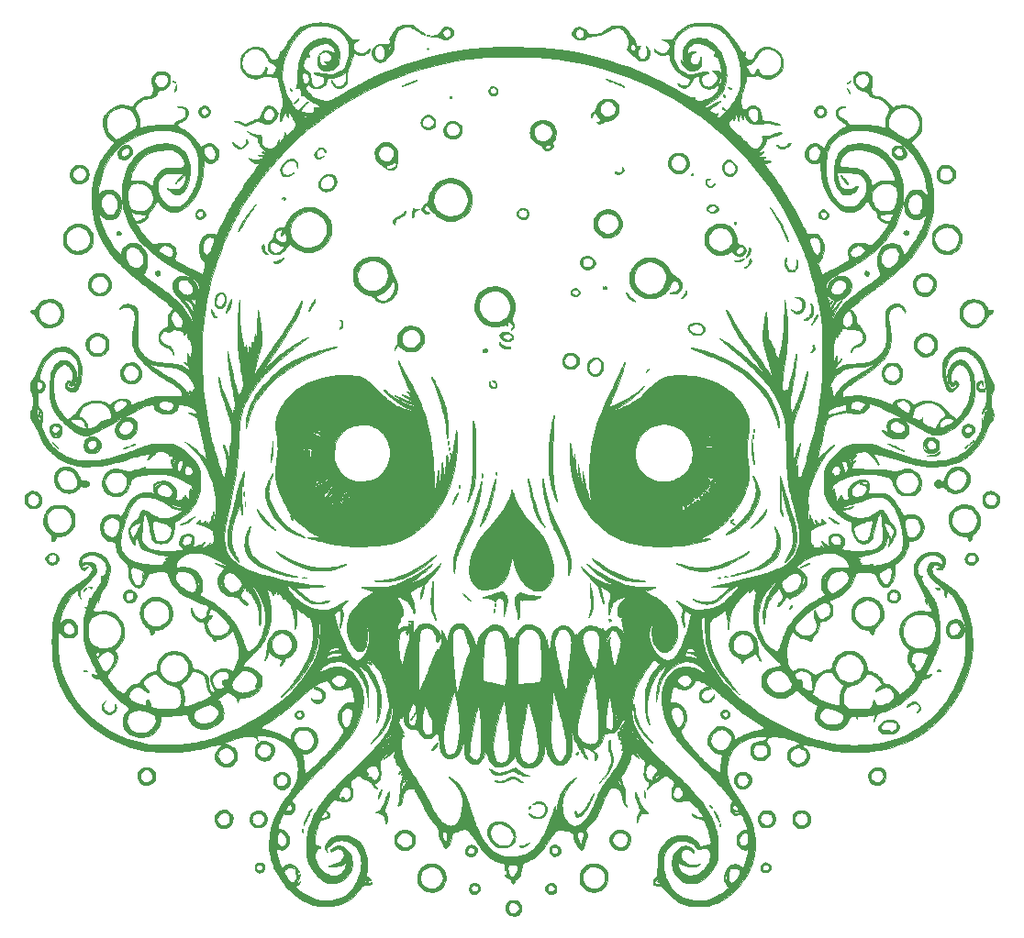
<source format=gbr>
%TF.GenerationSoftware,KiCad,Pcbnew,7.0.1*%
%TF.CreationDate,2023-09-06T22:07:21-07:00*%
%TF.ProjectId,skull_06,736b756c-6c5f-4303-962e-6b696361645f,rev?*%
%TF.SameCoordinates,Original*%
%TF.FileFunction,Copper,L2,Bot*%
%TF.FilePolarity,Positive*%
%FSLAX46Y46*%
G04 Gerber Fmt 4.6, Leading zero omitted, Abs format (unit mm)*
G04 Created by KiCad (PCBNEW 7.0.1) date 2023-09-06 22:07:21*
%MOMM*%
%LPD*%
G01*
G04 APERTURE LIST*
%TA.AperFunction,EtchedComponent*%
%ADD10C,0.010000*%
%TD*%
G04 APERTURE END LIST*
%TO.C,G\u002A\u002A\u002A*%
D10*
X69375493Y-110436813D02*
X69652891Y-110436813D01*
X69655137Y-110567685D01*
X69676979Y-110693831D01*
X69716960Y-110805999D01*
X69773623Y-110894938D01*
X69830401Y-110943393D01*
X69953328Y-110992840D01*
X70091616Y-111009352D01*
X70233392Y-110992401D01*
X70317500Y-110964996D01*
X70423723Y-110899436D01*
X70520031Y-110797527D01*
X70594583Y-110677645D01*
X70635079Y-110589432D01*
X70652266Y-110521579D01*
X70647088Y-110459749D01*
X70620489Y-110389603D01*
X70614385Y-110376808D01*
X70527990Y-110238783D01*
X70419212Y-110130680D01*
X70334875Y-110077162D01*
X70202410Y-110027480D01*
X70071111Y-110010033D01*
X69947926Y-110023470D01*
X69839798Y-110066445D01*
X69753673Y-110137609D01*
X69713011Y-110197896D01*
X69671696Y-110310466D01*
X69652891Y-110436813D01*
X69375493Y-110436813D01*
X69374678Y-110417251D01*
X69406449Y-110272127D01*
X69472615Y-110139987D01*
X69569376Y-110024658D01*
X69692930Y-109929968D01*
X69839476Y-109859742D01*
X70005215Y-109817809D01*
X70140178Y-109807225D01*
X70234144Y-109808668D01*
X70304052Y-109817176D01*
X70368062Y-109836688D01*
X70444334Y-109871142D01*
X70451833Y-109874821D01*
X70585322Y-109961699D01*
X70694948Y-110075250D01*
X70779159Y-110208858D01*
X70836403Y-110355904D01*
X70865130Y-110509773D01*
X70863786Y-110663845D01*
X70830822Y-110811505D01*
X70764685Y-110946135D01*
X70717500Y-111007855D01*
X70655896Y-111069552D01*
X70589956Y-111123118D01*
X70550600Y-111147864D01*
X70404546Y-111202775D01*
X70234892Y-111233559D01*
X70053966Y-111238481D01*
X69962870Y-111230668D01*
X69846720Y-111204865D01*
X69734900Y-111160265D01*
X69640060Y-111103102D01*
X69574846Y-111039609D01*
X69574628Y-111039304D01*
X69516473Y-110942024D01*
X69460089Y-110821135D01*
X69413056Y-110694958D01*
X69382956Y-110581816D01*
X69381102Y-110571533D01*
X69375493Y-110436813D01*
%TA.AperFunction,EtchedComponent*%
G36*
X69375493Y-110436813D02*
G01*
X69652891Y-110436813D01*
X69655137Y-110567685D01*
X69676979Y-110693831D01*
X69716960Y-110805999D01*
X69773623Y-110894938D01*
X69830401Y-110943393D01*
X69953328Y-110992840D01*
X70091616Y-111009352D01*
X70233392Y-110992401D01*
X70317500Y-110964996D01*
X70423723Y-110899436D01*
X70520031Y-110797527D01*
X70594583Y-110677645D01*
X70635079Y-110589432D01*
X70652266Y-110521579D01*
X70647088Y-110459749D01*
X70620489Y-110389603D01*
X70614385Y-110376808D01*
X70527990Y-110238783D01*
X70419212Y-110130680D01*
X70334875Y-110077162D01*
X70202410Y-110027480D01*
X70071111Y-110010033D01*
X69947926Y-110023470D01*
X69839798Y-110066445D01*
X69753673Y-110137609D01*
X69713011Y-110197896D01*
X69671696Y-110310466D01*
X69652891Y-110436813D01*
X69375493Y-110436813D01*
X69374678Y-110417251D01*
X69406449Y-110272127D01*
X69472615Y-110139987D01*
X69569376Y-110024658D01*
X69692930Y-109929968D01*
X69839476Y-109859742D01*
X70005215Y-109817809D01*
X70140178Y-109807225D01*
X70234144Y-109808668D01*
X70304052Y-109817176D01*
X70368062Y-109836688D01*
X70444334Y-109871142D01*
X70451833Y-109874821D01*
X70585322Y-109961699D01*
X70694948Y-110075250D01*
X70779159Y-110208858D01*
X70836403Y-110355904D01*
X70865130Y-110509773D01*
X70863786Y-110663845D01*
X70830822Y-110811505D01*
X70764685Y-110946135D01*
X70717500Y-111007855D01*
X70655896Y-111069552D01*
X70589956Y-111123118D01*
X70550600Y-111147864D01*
X70404546Y-111202775D01*
X70234892Y-111233559D01*
X70053966Y-111238481D01*
X69962870Y-111230668D01*
X69846720Y-111204865D01*
X69734900Y-111160265D01*
X69640060Y-111103102D01*
X69574846Y-111039609D01*
X69574628Y-111039304D01*
X69516473Y-110942024D01*
X69460089Y-110821135D01*
X69413056Y-110694958D01*
X69382956Y-110581816D01*
X69381102Y-110571533D01*
X69375493Y-110436813D01*
G37*
%TD.AperFunction*%
X84207646Y-31487250D02*
X84869942Y-31487250D01*
X84870760Y-31669861D01*
X84874153Y-31817918D01*
X84881573Y-31939186D01*
X84894468Y-32041430D01*
X84914290Y-32132414D01*
X84942488Y-32219904D01*
X84980513Y-32311665D01*
X85029816Y-32415460D01*
X85051428Y-32458911D01*
X85154904Y-32653453D01*
X85256793Y-32817816D01*
X85364869Y-32963104D01*
X85486912Y-33100420D01*
X85534823Y-33149108D01*
X85708403Y-33301139D01*
X85886454Y-33415020D01*
X86075924Y-33494864D01*
X86159906Y-33519067D01*
X86299547Y-33542431D01*
X86463431Y-33550782D01*
X86636366Y-33544500D01*
X86803158Y-33523967D01*
X86912167Y-33500236D01*
X87100333Y-33449599D01*
X87253219Y-33409000D01*
X87376354Y-33377229D01*
X87475270Y-33353078D01*
X87555499Y-33335337D01*
X87622570Y-33322798D01*
X87682017Y-33314253D01*
X87739368Y-33308492D01*
X87800157Y-33304307D01*
X87811750Y-33303635D01*
X87910705Y-33298890D01*
X87977252Y-33298851D01*
X88021161Y-33304620D01*
X88052203Y-33317295D01*
X88074410Y-33333206D01*
X88106976Y-33370704D01*
X88109953Y-33399808D01*
X88078683Y-33426799D01*
X88017827Y-33462274D01*
X87937856Y-33501022D01*
X87849242Y-33537833D01*
X87790584Y-33558709D01*
X87670289Y-33604876D01*
X87584033Y-33657166D01*
X87526579Y-33723164D01*
X87492690Y-33810454D01*
X87477129Y-33926623D01*
X87474388Y-34016667D01*
X87482108Y-34171731D01*
X87510077Y-34297570D01*
X87562144Y-34403988D01*
X87642159Y-34500787D01*
X87677671Y-34534381D01*
X87809166Y-34626416D01*
X87952930Y-34679775D01*
X88104945Y-34694860D01*
X88261190Y-34672070D01*
X88417648Y-34611804D01*
X88570299Y-34514462D01*
X88660205Y-34436688D01*
X88781176Y-34300085D01*
X88814826Y-34245600D01*
X89071374Y-34245600D01*
X89080746Y-34338193D01*
X89107239Y-34396187D01*
X89147678Y-34417651D01*
X89198888Y-34400655D01*
X89249202Y-34353709D01*
X89284085Y-34302175D01*
X89300404Y-34244505D01*
X89304000Y-34174221D01*
X89297215Y-34089143D01*
X89280044Y-34005295D01*
X89269746Y-33974248D01*
X89246249Y-33922442D01*
X89227413Y-33904412D01*
X89205573Y-33913438D01*
X89202878Y-33915611D01*
X89163476Y-33965193D01*
X89124757Y-34041292D01*
X89092881Y-34128452D01*
X89074008Y-34211212D01*
X89071374Y-34245600D01*
X88814826Y-34245600D01*
X88870843Y-34154901D01*
X88925395Y-34008151D01*
X88939689Y-33922214D01*
X88937223Y-33796412D01*
X88905726Y-33681254D01*
X88842120Y-33571240D01*
X88743333Y-33460868D01*
X88625023Y-33359208D01*
X88554441Y-33301753D01*
X88498516Y-33252484D01*
X88464412Y-33217930D01*
X88457334Y-33206323D01*
X88477840Y-33197284D01*
X88537219Y-33192977D01*
X88632260Y-33193544D01*
X88695459Y-33195845D01*
X88864763Y-33210329D01*
X88999276Y-33238389D01*
X89104948Y-33282094D01*
X89187726Y-33343514D01*
X89219690Y-33378208D01*
X89264816Y-33425502D01*
X89293046Y-33435018D01*
X89306453Y-33405698D01*
X89307109Y-33336486D01*
X89306950Y-33333720D01*
X89299853Y-33274127D01*
X89284516Y-33181860D01*
X89262712Y-33065375D01*
X89236215Y-32933130D01*
X89206797Y-32793581D01*
X89176231Y-32655187D01*
X89146291Y-32526403D01*
X89118749Y-32415688D01*
X89100348Y-32348266D01*
X89056298Y-32208314D01*
X89012711Y-32102239D01*
X88963721Y-32022059D01*
X88903460Y-31959794D01*
X88826065Y-31907462D01*
X88746401Y-31866695D01*
X88666177Y-31824713D01*
X88621880Y-31788417D01*
X88608840Y-31751507D01*
X88622382Y-31707680D01*
X88624919Y-31702859D01*
X88654483Y-31648462D01*
X88680837Y-31600329D01*
X88698551Y-31536629D01*
X88681869Y-31467337D01*
X88629107Y-31387752D01*
X88588365Y-31342313D01*
X88486056Y-31252117D01*
X88348934Y-31156359D01*
X88183535Y-31058559D01*
X87996396Y-30962235D01*
X87794051Y-30870906D01*
X87583037Y-30788091D01*
X87513116Y-30763402D01*
X87406896Y-30728124D01*
X87324466Y-30705175D01*
X87250024Y-30691895D01*
X87167769Y-30685624D01*
X87061900Y-30683703D01*
X87039167Y-30683614D01*
X86931567Y-30684030D01*
X86854895Y-30687287D01*
X86797756Y-30695308D01*
X86748753Y-30710014D01*
X86696492Y-30733330D01*
X86671984Y-30745567D01*
X86572033Y-30810044D01*
X86464882Y-30902195D01*
X86360888Y-31011174D01*
X86270410Y-31126134D01*
X86204256Y-31235318D01*
X86171760Y-31315969D01*
X86147028Y-31405666D01*
X86131810Y-31493215D01*
X86127856Y-31567423D01*
X86136918Y-31617096D01*
X86143123Y-31626256D01*
X86171346Y-31626373D01*
X86226014Y-31603157D01*
X86283257Y-31570200D01*
X86442615Y-31484765D01*
X86596436Y-31433904D01*
X86757080Y-31413829D01*
X86795221Y-31413167D01*
X86871239Y-31415618D01*
X86927528Y-31422103D01*
X86953765Y-31431321D01*
X86954500Y-31433252D01*
X86936788Y-31451605D01*
X86890176Y-31481025D01*
X86824450Y-31515389D01*
X86819057Y-31517979D01*
X86696078Y-31590895D01*
X86598501Y-31683502D01*
X86517515Y-31805053D01*
X86485870Y-31867943D01*
X86432378Y-32015491D01*
X86409812Y-32157921D01*
X86416815Y-32289867D01*
X86452035Y-32405963D01*
X86514114Y-32500841D01*
X86601699Y-32569135D01*
X86669743Y-32596200D01*
X86759677Y-32612325D01*
X86866546Y-32618575D01*
X86974512Y-32615220D01*
X87067740Y-32602528D01*
X87114804Y-32588632D01*
X87156374Y-32565143D01*
X87192111Y-32528721D01*
X87225040Y-32473406D01*
X87258184Y-32393239D01*
X87294568Y-32282259D01*
X87327311Y-32169875D01*
X87352999Y-32083592D01*
X87375988Y-32015022D01*
X87393233Y-31972784D01*
X87400196Y-31963500D01*
X87416988Y-31984483D01*
X87429364Y-32047152D01*
X87437278Y-32151083D01*
X87440687Y-32295856D01*
X87440816Y-32352438D01*
X87436768Y-32523654D01*
X87423493Y-32660129D01*
X87398142Y-32768969D01*
X87357866Y-32857285D01*
X87299813Y-32932183D01*
X87221136Y-33000772D01*
X87165002Y-33040416D01*
X87043740Y-33112214D01*
X86925271Y-33160423D01*
X86796875Y-33188485D01*
X86645832Y-33199841D01*
X86573500Y-33200462D01*
X86407855Y-33192104D01*
X86272892Y-33166907D01*
X86159157Y-33121486D01*
X86057194Y-33052455D01*
X85991559Y-32992120D01*
X85890838Y-32876718D01*
X85786932Y-32733051D01*
X85688217Y-32573581D01*
X85662326Y-32524417D01*
X85875000Y-32524417D01*
X85885584Y-32535000D01*
X85896167Y-32524417D01*
X85885584Y-32513834D01*
X85875000Y-32524417D01*
X85662326Y-32524417D01*
X85608585Y-32422374D01*
X85561399Y-32314568D01*
X85539029Y-32241002D01*
X85540840Y-32202086D01*
X85566200Y-32198230D01*
X85614474Y-32229845D01*
X85685030Y-32297340D01*
X85728524Y-32344736D01*
X85786168Y-32408205D01*
X85832530Y-32456633D01*
X85861161Y-32483421D01*
X85867045Y-32486511D01*
X85863808Y-32464868D01*
X85849187Y-32413727D01*
X85826178Y-32343405D01*
X85821756Y-32330594D01*
X85761053Y-32100817D01*
X85734193Y-31864592D01*
X85739429Y-31626920D01*
X85775011Y-31392801D01*
X85839192Y-31167237D01*
X85930224Y-30955229D01*
X86046358Y-30761779D01*
X86185846Y-30591888D01*
X86346940Y-30450557D01*
X86514334Y-30349271D01*
X86706929Y-30268509D01*
X86897936Y-30217112D01*
X87100171Y-30192557D01*
X87314334Y-30191795D01*
X87513402Y-30206961D01*
X87688607Y-30237244D01*
X87856973Y-30286786D01*
X88035522Y-30359733D01*
X88070565Y-30375907D01*
X88327044Y-30518231D01*
X88571039Y-30697386D01*
X88797809Y-30908585D01*
X89002618Y-31147039D01*
X89180726Y-31407962D01*
X89290545Y-31608617D01*
X89389554Y-31830881D01*
X89483924Y-32083574D01*
X89570110Y-32354803D01*
X89644564Y-32632678D01*
X89703741Y-32905307D01*
X89736734Y-33104668D01*
X89754252Y-33270306D01*
X89764863Y-33458078D01*
X89768562Y-33655359D01*
X89765350Y-33849524D01*
X89755223Y-34027948D01*
X89738179Y-34178006D01*
X89736910Y-34186000D01*
X89671797Y-34476118D01*
X89572798Y-34763465D01*
X89444476Y-35037098D01*
X89291394Y-35286073D01*
X89260240Y-35329210D01*
X89082234Y-35546260D01*
X88882490Y-35744785D01*
X88656181Y-35928607D01*
X88398480Y-36101551D01*
X88104562Y-36267440D01*
X88023417Y-36308982D01*
X87921732Y-36360784D01*
X87830890Y-36408363D01*
X87758989Y-36447384D01*
X87714125Y-36473509D01*
X87706331Y-36478788D01*
X87686235Y-36496828D01*
X87688215Y-36510508D01*
X87718380Y-36524816D01*
X87782841Y-36544740D01*
X87789476Y-36546672D01*
X87878090Y-36568619D01*
X87959795Y-36578556D01*
X88040653Y-36574691D01*
X88126727Y-36555228D01*
X88224081Y-36518372D01*
X88338775Y-36462330D01*
X88476874Y-36385306D01*
X88618247Y-36301360D01*
X88786018Y-36200867D01*
X88930187Y-36116216D01*
X89048233Y-36048824D01*
X89137635Y-36000109D01*
X89195873Y-35971485D01*
X89218599Y-35964000D01*
X89240228Y-35975364D01*
X89230511Y-36007187D01*
X89193072Y-36056068D01*
X89131535Y-36118607D01*
X89049523Y-36191400D01*
X88950657Y-36271049D01*
X88838563Y-36354150D01*
X88716863Y-36437303D01*
X88708858Y-36442530D01*
X88553712Y-36544871D01*
X88431983Y-36628719D01*
X88340578Y-36697010D01*
X88276406Y-36752683D01*
X88236374Y-36798672D01*
X88217391Y-36837917D01*
X88216365Y-36873352D01*
X88226348Y-36900841D01*
X88286012Y-36976019D01*
X88381917Y-37044684D01*
X88508070Y-37103253D01*
X88627294Y-37140573D01*
X88714852Y-37158918D01*
X88787293Y-37161675D01*
X88868528Y-37149651D01*
X88872359Y-37148861D01*
X88938635Y-37137776D01*
X88987029Y-37134634D01*
X89003459Y-37138070D01*
X89001436Y-37162371D01*
X88981941Y-37210780D01*
X88959447Y-37254164D01*
X88918685Y-37336757D01*
X88904751Y-37398705D01*
X88916988Y-37451560D01*
X88945703Y-37495729D01*
X88992565Y-37539138D01*
X89042315Y-37547056D01*
X89102929Y-37519383D01*
X89138396Y-37493292D01*
X89290719Y-37364075D01*
X89458940Y-37207793D01*
X89510539Y-37156525D01*
X91749076Y-37156525D01*
X91750790Y-37255072D01*
X91757510Y-37326216D01*
X91772186Y-37384839D01*
X91797772Y-37445822D01*
X91812365Y-37475487D01*
X91896037Y-37613177D01*
X91997458Y-37734307D01*
X92108936Y-37831426D01*
X92222780Y-37897082D01*
X92262339Y-37911424D01*
X92360296Y-37928755D01*
X92452947Y-37915198D01*
X92514392Y-37891476D01*
X92576910Y-37855099D01*
X92626402Y-37812641D01*
X92636634Y-37799591D01*
X92675349Y-37714184D01*
X92703819Y-37598641D01*
X92721546Y-37464024D01*
X92728036Y-37321391D01*
X92722790Y-37181804D01*
X92705313Y-37056323D01*
X92675109Y-36956007D01*
X92674550Y-36954737D01*
X92611887Y-36858819D01*
X92518438Y-36772311D01*
X92405696Y-36702484D01*
X92285153Y-36656605D01*
X92179767Y-36641798D01*
X92077345Y-36660620D01*
X91972413Y-36714023D01*
X91874564Y-36796019D01*
X91812920Y-36870775D01*
X91782273Y-36917614D01*
X91763348Y-36959248D01*
X91753366Y-37008109D01*
X91749551Y-37076629D01*
X91749076Y-37156525D01*
X89510539Y-37156525D01*
X89635348Y-37032517D01*
X89812232Y-36846323D01*
X89981881Y-36657281D01*
X90039839Y-36588417D01*
X90897309Y-36588417D01*
X90897954Y-36677989D01*
X90900169Y-36726754D01*
X90904137Y-36736216D01*
X90910039Y-36707878D01*
X90910968Y-36701420D01*
X90916518Y-36618775D01*
X90914397Y-36525463D01*
X90911120Y-36489753D01*
X90905102Y-36447359D01*
X90901037Y-36439180D01*
X90898604Y-36467506D01*
X90897482Y-36534621D01*
X90897309Y-36588417D01*
X90039839Y-36588417D01*
X90136585Y-36473467D01*
X90245295Y-36334417D01*
X90402629Y-36112406D01*
X90550226Y-35880330D01*
X90684877Y-35644603D01*
X90803370Y-35411639D01*
X90902494Y-35187852D01*
X90979039Y-34979657D01*
X91029795Y-34793467D01*
X91038203Y-34750403D01*
X91052917Y-34637033D01*
X91064084Y-34488002D01*
X91071816Y-34309822D01*
X91076223Y-34109008D01*
X91077420Y-33892072D01*
X91075517Y-33665528D01*
X91070626Y-33435890D01*
X91062859Y-33209671D01*
X91052329Y-32993384D01*
X91039146Y-32793542D01*
X91037599Y-32776133D01*
X91568834Y-32776133D01*
X91580785Y-32803924D01*
X91612306Y-32854704D01*
X91656900Y-32918109D01*
X91662842Y-32926101D01*
X91726457Y-33025548D01*
X91780990Y-33136362D01*
X91802236Y-33192938D01*
X91854914Y-33332687D01*
X91912716Y-33434033D01*
X91979888Y-33500899D01*
X92060672Y-33537207D01*
X92159312Y-33546879D01*
X92184051Y-33545808D01*
X92306555Y-33519798D01*
X92404560Y-33459490D01*
X92477229Y-33365695D01*
X92523721Y-33239218D01*
X92529169Y-33213440D01*
X92561429Y-33117730D01*
X92613830Y-33046432D01*
X92646864Y-33022620D01*
X92693235Y-33016933D01*
X92731313Y-33045384D01*
X92752415Y-33099780D01*
X92754184Y-33123887D01*
X92765371Y-33182058D01*
X92794860Y-33261948D01*
X92836577Y-33350666D01*
X92884446Y-33435319D01*
X92932394Y-33503016D01*
X92933335Y-33504135D01*
X93005942Y-33573710D01*
X93091913Y-33620540D01*
X93203770Y-33650924D01*
X93236263Y-33656533D01*
X93343953Y-33666446D01*
X93479437Y-33668299D01*
X93629075Y-33662700D01*
X93779225Y-33650262D01*
X93916246Y-33631593D01*
X93955257Y-33624369D01*
X94135587Y-33576119D01*
X94287894Y-33506586D01*
X94423735Y-33409504D01*
X94517328Y-33319564D01*
X94647911Y-33158787D01*
X94742092Y-32989261D01*
X94802316Y-32804443D01*
X94831029Y-32597790D01*
X94834267Y-32471500D01*
X94817467Y-32232548D01*
X94770143Y-32020204D01*
X94690613Y-31830085D01*
X94577197Y-31657812D01*
X94480031Y-31548797D01*
X94330623Y-31418412D01*
X94171146Y-31320803D01*
X93995814Y-31253933D01*
X93798843Y-31215765D01*
X93574449Y-31204260D01*
X93505584Y-31205550D01*
X93393153Y-31210053D01*
X93311325Y-31216598D01*
X93248372Y-31227385D01*
X93192564Y-31244616D01*
X93132172Y-31270491D01*
X93114000Y-31279035D01*
X93016665Y-31332112D01*
X92928437Y-31396540D01*
X92845292Y-31477214D01*
X92763204Y-31579027D01*
X92678148Y-31706874D01*
X92586099Y-31865647D01*
X92502494Y-32022512D01*
X92447072Y-32125277D01*
X92391043Y-32222079D01*
X92340666Y-32302529D01*
X92302197Y-32356238D01*
X92299744Y-32359158D01*
X92211654Y-32439030D01*
X92084808Y-32517536D01*
X91917824Y-32595460D01*
X91801517Y-32640889D01*
X91698206Y-32680566D01*
X91629409Y-32711540D01*
X91589101Y-32737314D01*
X91571261Y-32761387D01*
X91568834Y-32776133D01*
X91037599Y-32776133D01*
X91023424Y-32616660D01*
X91005274Y-32469249D01*
X90998236Y-32425049D01*
X90942622Y-32159186D01*
X90866651Y-31895944D01*
X90767947Y-31629654D01*
X90644134Y-31354647D01*
X90492836Y-31065253D01*
X90311678Y-30755803D01*
X90271362Y-30690539D01*
X90061069Y-30370883D01*
X89852157Y-30091018D01*
X89641783Y-29848615D01*
X89427103Y-29641341D01*
X89205276Y-29466866D01*
X88973459Y-29322860D01*
X88728807Y-29206992D01*
X88468480Y-29116931D01*
X88298584Y-29073173D01*
X88210280Y-29058624D01*
X88088665Y-29046333D01*
X87942715Y-29036534D01*
X87781402Y-29029459D01*
X87613703Y-29025340D01*
X87448590Y-29024409D01*
X87295038Y-29026898D01*
X87162022Y-29033039D01*
X87071003Y-29041406D01*
X86758274Y-29098281D01*
X86464498Y-29188698D01*
X86186247Y-29314444D01*
X85920091Y-29477307D01*
X85662600Y-29679072D01*
X85438638Y-29892095D01*
X85267389Y-30086113D01*
X85131705Y-30281507D01*
X85025768Y-30488574D01*
X84943761Y-30717615D01*
X84916808Y-30815909D01*
X84901329Y-30880871D01*
X84889642Y-30942643D01*
X84881229Y-31008645D01*
X84875571Y-31086301D01*
X84872149Y-31183032D01*
X84870447Y-31306262D01*
X84869946Y-31463411D01*
X84869942Y-31487250D01*
X84207646Y-31487250D01*
X84306145Y-31418928D01*
X84419532Y-31293982D01*
X84487842Y-31181797D01*
X84532281Y-31051967D01*
X84536643Y-30922014D01*
X84503034Y-30795358D01*
X84433562Y-30675421D01*
X84330332Y-30565624D01*
X84195454Y-30469388D01*
X84031032Y-30390135D01*
X83991167Y-30375340D01*
X83918693Y-30347987D01*
X83861564Y-30323141D01*
X83832417Y-30306368D01*
X83844343Y-30299942D01*
X83892837Y-30296489D01*
X83972247Y-30295867D01*
X84076923Y-30297932D01*
X84201213Y-30302540D01*
X84339467Y-30309547D01*
X84486033Y-30318809D01*
X84573250Y-30325207D01*
X84742584Y-30338297D01*
X84957691Y-30055524D01*
X85120165Y-29851075D01*
X85274167Y-29678543D01*
X85427882Y-29530924D01*
X85589497Y-29401217D01*
X85767198Y-29282420D01*
X85969172Y-29167531D01*
X86037676Y-29131775D01*
X86287073Y-29011308D01*
X86507616Y-28920615D01*
X86700194Y-28859348D01*
X86772897Y-28842317D01*
X86878639Y-28826026D01*
X87018343Y-28812700D01*
X87183724Y-28802558D01*
X87366499Y-28795816D01*
X87558384Y-28792691D01*
X87751097Y-28793400D01*
X87936354Y-28798161D01*
X88105872Y-28807189D01*
X88108084Y-28807346D01*
X88379288Y-28832133D01*
X88615969Y-28867197D01*
X88825344Y-28915766D01*
X89014631Y-28981070D01*
X89191050Y-29066339D01*
X89361819Y-29174803D01*
X89534156Y-29309690D01*
X89715280Y-29474230D01*
X89812772Y-29570013D01*
X89963882Y-29725917D01*
X90106291Y-29882652D01*
X90243953Y-30045436D01*
X90380822Y-30219486D01*
X90520852Y-30410022D01*
X90667998Y-30622261D01*
X90826213Y-30861420D01*
X90999452Y-31132719D01*
X91011716Y-31152210D01*
X91100450Y-31287628D01*
X91174841Y-31387075D01*
X91238114Y-31453095D01*
X91293496Y-31488233D01*
X91344212Y-31495031D01*
X91393488Y-31476034D01*
X91408837Y-31465410D01*
X91446612Y-31440909D01*
X91469640Y-31439936D01*
X91480047Y-31467237D01*
X91479960Y-31527557D01*
X91473162Y-31608958D01*
X91461934Y-31741422D01*
X91459936Y-31840390D01*
X91470058Y-31914220D01*
X91495193Y-31971275D01*
X91538234Y-32019913D01*
X91602072Y-32068494D01*
X91641087Y-32094336D01*
X91782617Y-32170436D01*
X91911262Y-32206431D01*
X92028052Y-32202025D01*
X92134016Y-32156921D01*
X92230183Y-32070825D01*
X92317585Y-31943440D01*
X92344721Y-31892210D01*
X92443971Y-31712029D01*
X92554789Y-31543091D01*
X92672581Y-31390622D01*
X92792753Y-31259852D01*
X92910710Y-31156009D01*
X93021860Y-31084320D01*
X93074303Y-31061873D01*
X93173232Y-31039275D01*
X93301521Y-31026384D01*
X93447359Y-31023058D01*
X93598935Y-31029153D01*
X93744438Y-31044528D01*
X93872057Y-31069039D01*
X93882069Y-31071637D01*
X94115749Y-31154847D01*
X94331138Y-31273329D01*
X94524345Y-31423191D01*
X94691480Y-31600543D01*
X94828652Y-31801493D01*
X94931971Y-32022149D01*
X94977334Y-32167192D01*
X95004244Y-32313625D01*
X95017441Y-32478612D01*
X95016739Y-32646033D01*
X95001950Y-32799766D01*
X94985610Y-32881195D01*
X94907761Y-33102069D01*
X94793345Y-33302306D01*
X94643191Y-33481102D01*
X94458131Y-33637654D01*
X94238998Y-33771159D01*
X93986621Y-33880813D01*
X93931170Y-33900167D01*
X93812230Y-33933568D01*
X93696558Y-33949838D01*
X93593696Y-33953167D01*
X93492182Y-33949787D01*
X93398003Y-33937911D01*
X93301792Y-33914933D01*
X93194185Y-33878245D01*
X93065815Y-33825242D01*
X92955250Y-33775504D01*
X92835353Y-33721996D01*
X92743413Y-33686482D01*
X92669847Y-33667387D01*
X92605072Y-33663140D01*
X92539504Y-33672166D01*
X92463560Y-33692892D01*
X92459573Y-33694129D01*
X92334364Y-33728286D01*
X92219809Y-33747195D01*
X92101655Y-33751762D01*
X91965652Y-33742891D01*
X91870169Y-33731577D01*
X91772016Y-33720051D01*
X91687470Y-33712749D01*
X91626446Y-33710364D01*
X91600455Y-33712729D01*
X91581051Y-33730256D01*
X91575977Y-33769148D01*
X91581137Y-33824070D01*
X91584414Y-33905506D01*
X91574792Y-34009063D01*
X91551553Y-34138175D01*
X91513977Y-34296272D01*
X91461344Y-34486787D01*
X91398896Y-34694000D01*
X91319932Y-34953568D01*
X91255179Y-35178889D01*
X91203534Y-35375181D01*
X91163889Y-35547661D01*
X91135140Y-35701548D01*
X91116181Y-35842060D01*
X91105905Y-35974414D01*
X91103167Y-36089497D01*
X91112707Y-36272051D01*
X91140265Y-36432959D01*
X91184247Y-36567858D01*
X91243058Y-36672387D01*
X91315106Y-36742184D01*
X91348094Y-36759745D01*
X91412102Y-36775148D01*
X91482417Y-36767260D01*
X91565452Y-36733899D01*
X91667619Y-36672884D01*
X91730121Y-36629728D01*
X91904798Y-36522275D01*
X92070154Y-36456030D01*
X92226552Y-36430993D01*
X92374353Y-36447162D01*
X92513920Y-36504534D01*
X92645616Y-36603109D01*
X92668368Y-36625083D01*
X92752385Y-36720555D01*
X92822633Y-36827573D01*
X92881275Y-36951903D01*
X92930474Y-37099314D01*
X92972393Y-37275572D01*
X93009195Y-37486444D01*
X93020516Y-37564120D01*
X93056360Y-37820157D01*
X93353106Y-37846155D01*
X93577054Y-37868693D01*
X93771293Y-37895096D01*
X93948409Y-37927414D01*
X94120989Y-37967698D01*
X94156988Y-37977136D01*
X94251522Y-38005098D01*
X94353183Y-38039692D01*
X94454027Y-38077642D01*
X94546108Y-38115670D01*
X94621481Y-38150500D01*
X94672200Y-38178856D01*
X94690327Y-38197084D01*
X94671474Y-38211863D01*
X94620396Y-38220775D01*
X94546792Y-38223814D01*
X94460362Y-38220974D01*
X94370806Y-38212249D01*
X94287825Y-38197634D01*
X94286483Y-38197325D01*
X94200422Y-38173229D01*
X94094152Y-38137537D01*
X93985849Y-38096513D01*
X93945888Y-38079953D01*
X93796508Y-38024840D01*
X93668041Y-37998166D01*
X93550933Y-37998978D01*
X93435629Y-38026324D01*
X93429460Y-38028470D01*
X93302871Y-38063727D01*
X93147974Y-38092195D01*
X92975054Y-38113300D01*
X92794396Y-38126467D01*
X92616286Y-38131123D01*
X92451008Y-38126692D01*
X92308847Y-38112601D01*
X92225000Y-38095730D01*
X92013071Y-38022497D01*
X91834905Y-37924772D01*
X91688475Y-37800671D01*
X91571754Y-37648310D01*
X91482714Y-37465804D01*
X91452495Y-37377796D01*
X91426126Y-37306209D01*
X91396904Y-37248067D01*
X91378169Y-37223268D01*
X91351660Y-37204016D01*
X91334911Y-37213670D01*
X91317655Y-37256172D01*
X91306320Y-37319936D01*
X91303564Y-37416292D01*
X91307798Y-37511241D01*
X91312055Y-37611538D01*
X91307558Y-37673728D01*
X91293784Y-37697409D01*
X91270215Y-37682176D01*
X91236331Y-37627628D01*
X91191611Y-37533360D01*
X91135536Y-37398969D01*
X91123277Y-37368163D01*
X91091074Y-37289774D01*
X91062812Y-37226421D01*
X91043278Y-37188662D01*
X91039627Y-37183683D01*
X91024499Y-37185745D01*
X91008213Y-37223198D01*
X90990402Y-37297653D01*
X90970701Y-37410721D01*
X90948742Y-37564013D01*
X90942741Y-37609709D01*
X90928483Y-37712785D01*
X90914825Y-37798817D01*
X90903125Y-37860100D01*
X90894738Y-37888932D01*
X90893348Y-37890167D01*
X90883200Y-37870990D01*
X90866515Y-37819384D01*
X90845989Y-37744230D01*
X90832577Y-37689961D01*
X90784416Y-37512734D01*
X90733781Y-37374704D01*
X90681217Y-37277317D01*
X90672777Y-37265750D01*
X90639604Y-37238901D01*
X90612299Y-37253012D01*
X90590670Y-37308407D01*
X90574521Y-37405410D01*
X90571460Y-37434700D01*
X90555960Y-37537221D01*
X90531424Y-37632089D01*
X90500849Y-37713832D01*
X90467231Y-37776977D01*
X90433568Y-37816050D01*
X90402856Y-37825579D01*
X90378092Y-37800090D01*
X90375181Y-37793186D01*
X90367187Y-37751912D01*
X90362692Y-37689045D01*
X90362334Y-37666186D01*
X90358056Y-37609984D01*
X90347255Y-37576634D01*
X90341167Y-37572667D01*
X90322651Y-37589920D01*
X90320000Y-37606045D01*
X90303057Y-37648843D01*
X90261280Y-37697216D01*
X90208248Y-37738944D01*
X90157540Y-37761809D01*
X90145401Y-37763167D01*
X90088545Y-37782311D01*
X90030573Y-37834283D01*
X89983979Y-37904650D01*
X89967019Y-37966088D01*
X89961020Y-38051747D01*
X89965622Y-38145058D01*
X89980465Y-38229449D01*
X89991782Y-38263525D01*
X90030077Y-38329842D01*
X90095118Y-38414777D01*
X90181509Y-38513343D01*
X90283857Y-38620553D01*
X90396768Y-38731422D01*
X90514849Y-38840963D01*
X90632705Y-38944189D01*
X90744942Y-39036115D01*
X90846168Y-39111753D01*
X90930987Y-39166118D01*
X90994006Y-39194223D01*
X91000068Y-39195639D01*
X91044876Y-39210136D01*
X91083243Y-39238379D01*
X91121247Y-39287528D01*
X91164965Y-39364742D01*
X91195855Y-39426270D01*
X91258408Y-39539842D01*
X91318621Y-39616675D01*
X91381516Y-39661716D01*
X91452114Y-39679914D01*
X91453400Y-39680019D01*
X91507553Y-39689156D01*
X91552006Y-39711293D01*
X91593709Y-39753123D01*
X91639614Y-39821334D01*
X91687030Y-39904870D01*
X91802470Y-40084456D01*
X91931730Y-40226672D01*
X92073377Y-40330491D01*
X92225975Y-40394884D01*
X92388092Y-40418824D01*
X92404472Y-40418955D01*
X92528217Y-40408757D01*
X92631721Y-40375615D01*
X92726600Y-40313962D01*
X92824472Y-40218230D01*
X92825365Y-40217238D01*
X92942707Y-40058583D01*
X93026718Y-39883828D01*
X93075070Y-39700235D01*
X93085432Y-39515064D01*
X93077008Y-39432683D01*
X93064781Y-39336739D01*
X93066027Y-39269547D01*
X93085849Y-39227499D01*
X93129351Y-39206986D01*
X93201636Y-39204396D01*
X93307807Y-39216121D01*
X93370039Y-39225421D01*
X93497971Y-39234960D01*
X93633813Y-39223483D01*
X93784170Y-39189579D01*
X93955644Y-39131839D01*
X94115410Y-39066254D01*
X94305176Y-38987421D01*
X94462862Y-38930929D01*
X94591865Y-38896020D01*
X94695580Y-38881935D01*
X94777406Y-38887917D01*
X94829892Y-38906912D01*
X94861408Y-38931877D01*
X94865842Y-38959910D01*
X94841285Y-38992036D01*
X94785830Y-39029280D01*
X94697569Y-39072669D01*
X94574594Y-39123226D01*
X94414998Y-39181979D01*
X94216872Y-39249953D01*
X94151009Y-39271842D01*
X93950672Y-39339723D01*
X93787949Y-39399101D01*
X93659422Y-39451899D01*
X93561674Y-39500040D01*
X93491289Y-39545447D01*
X93444850Y-39590041D01*
X93418940Y-39635746D01*
X93410143Y-39684484D01*
X93410075Y-39688752D01*
X93399210Y-39745907D01*
X93369821Y-39829542D01*
X93326123Y-39930428D01*
X93272334Y-40039340D01*
X93212669Y-40147049D01*
X93166746Y-40221269D01*
X93110201Y-40298744D01*
X93032828Y-40392635D01*
X92945047Y-40490801D01*
X92861819Y-40576649D01*
X92779068Y-40659554D01*
X92726016Y-40716782D01*
X92700705Y-40750766D01*
X92701181Y-40763936D01*
X92711834Y-40763164D01*
X92810621Y-40741106D01*
X92914538Y-40721198D01*
X93013931Y-40704908D01*
X93099146Y-40693701D01*
X93160531Y-40689044D01*
X93186182Y-40691092D01*
X93208370Y-40703412D01*
X93208897Y-40723929D01*
X93187419Y-40765857D01*
X93184087Y-40771669D01*
X93118738Y-40851446D01*
X93016164Y-40931479D01*
X92881288Y-41008089D01*
X92844125Y-41025802D01*
X92778018Y-41059229D01*
X92730587Y-41088876D01*
X92711848Y-41108459D01*
X92711834Y-41108791D01*
X92731601Y-41139568D01*
X92786096Y-41163739D01*
X92868108Y-41180469D01*
X92970426Y-41188922D01*
X93085840Y-41188264D01*
X93207139Y-41177658D01*
X93250887Y-41171239D01*
X93320772Y-41162992D01*
X93373705Y-41162618D01*
X93395020Y-41168387D01*
X93386349Y-41186519D01*
X93348193Y-41220176D01*
X93287621Y-41263523D01*
X93251796Y-41286597D01*
X93181324Y-41333547D01*
X93128356Y-41374663D01*
X93100619Y-41403660D01*
X93098484Y-41411280D01*
X93126233Y-41437018D01*
X93188083Y-41462757D01*
X93275855Y-41486379D01*
X93381370Y-41505760D01*
X93496450Y-41518780D01*
X93519116Y-41520384D01*
X93647611Y-41529330D01*
X93739479Y-41538005D01*
X93800405Y-41547516D01*
X93836074Y-41558970D01*
X93852169Y-41573476D01*
X93854834Y-41585789D01*
X93837548Y-41615138D01*
X93784397Y-41645422D01*
X93693443Y-41677429D01*
X93562745Y-41711952D01*
X93521962Y-41721449D01*
X93432978Y-41741726D01*
X93355323Y-41759434D01*
X93301544Y-41771713D01*
X93289814Y-41774397D01*
X93280511Y-41779714D01*
X93278571Y-41791990D01*
X93285943Y-41814198D01*
X93304574Y-41849311D01*
X93336412Y-41900302D01*
X93383406Y-41970146D01*
X93447502Y-42061814D01*
X93530649Y-42178279D01*
X93634794Y-42322516D01*
X93761886Y-42497497D01*
X93778611Y-42520480D01*
X94037738Y-42878364D01*
X94276592Y-43212532D01*
X94497835Y-43527363D01*
X94704128Y-43827240D01*
X94898136Y-44116544D01*
X95082521Y-44399655D01*
X95259945Y-44680956D01*
X95433071Y-44964827D01*
X95604561Y-45255649D01*
X95777079Y-45557805D01*
X95953287Y-45875674D01*
X96135848Y-46213638D01*
X96327424Y-46576079D01*
X96530678Y-46967377D01*
X96748273Y-47391914D01*
X96795153Y-47483959D01*
X96900795Y-47690941D01*
X96989320Y-47862835D01*
X97062334Y-48002517D01*
X97121446Y-48112865D01*
X97168261Y-48196758D01*
X97204388Y-48257073D01*
X97231433Y-48296687D01*
X97251003Y-48318480D01*
X97264706Y-48325329D01*
X97265020Y-48325334D01*
X97300989Y-48322847D01*
X97369644Y-48316048D01*
X97461666Y-48305924D01*
X97567742Y-48293467D01*
X97586339Y-48291208D01*
X97760969Y-48273449D01*
X97900791Y-48267694D01*
X98011665Y-48274191D01*
X98099453Y-48293188D01*
X98152464Y-48315163D01*
X98197934Y-48346100D01*
X98261561Y-48398880D01*
X98332643Y-48464372D01*
X98365693Y-48497060D01*
X98510875Y-48673710D01*
X98625935Y-48875903D01*
X98710245Y-49098810D01*
X98763173Y-49337600D01*
X98784088Y-49587444D01*
X98772360Y-49843514D01*
X98727357Y-50100979D01*
X98648450Y-50355010D01*
X98618109Y-50429741D01*
X98589987Y-50485757D01*
X98543901Y-50567065D01*
X98485619Y-50663900D01*
X98420909Y-50766498D01*
X98402155Y-50795338D01*
X98230905Y-51056778D01*
X98352452Y-51432014D01*
X98417640Y-51627048D01*
X98473693Y-51781334D01*
X98520841Y-51895407D01*
X98559313Y-51969806D01*
X98589338Y-52005066D01*
X98599312Y-52008334D01*
X98623875Y-51998854D01*
X98681808Y-51971830D01*
X98768988Y-51929378D01*
X98881297Y-51873617D01*
X99014614Y-51806667D01*
X99164818Y-51730645D01*
X99327789Y-51647671D01*
X99499406Y-51559862D01*
X99675551Y-51469338D01*
X99852101Y-51378217D01*
X100024937Y-51288618D01*
X100189939Y-51202659D01*
X100342986Y-51122459D01*
X100479958Y-51050136D01*
X100596734Y-50987810D01*
X100689194Y-50937598D01*
X100753219Y-50901620D01*
X100763923Y-50895322D01*
X100856459Y-50837907D01*
X100942925Y-50780388D01*
X101012220Y-50730358D01*
X101046852Y-50701754D01*
X101077027Y-50673200D01*
X101097251Y-50648339D01*
X101107614Y-50619704D01*
X101108206Y-50579829D01*
X101099118Y-50521245D01*
X101080440Y-50436488D01*
X101052261Y-50318090D01*
X101051523Y-50315000D01*
X101024644Y-50177363D01*
X101006713Y-50034447D01*
X101004280Y-49991162D01*
X101193493Y-49991162D01*
X101194486Y-50102332D01*
X101199036Y-50122157D01*
X101249646Y-50234507D01*
X101331788Y-50330943D01*
X101435693Y-50402474D01*
X101543002Y-50438718D01*
X101680556Y-50442814D01*
X101829848Y-50410845D01*
X101972250Y-50350273D01*
X102054680Y-50297278D01*
X102159319Y-50214356D01*
X102282143Y-50104808D01*
X102347959Y-50042204D01*
X102431336Y-49960460D01*
X102502824Y-49888585D01*
X102557338Y-49831837D01*
X102589792Y-49795475D01*
X102596667Y-49785057D01*
X102583075Y-49763739D01*
X102546429Y-49719135D01*
X102492927Y-49658565D01*
X102450637Y-49612588D01*
X102314006Y-49482131D01*
X102183591Y-49392444D01*
X102055649Y-49343150D01*
X101926438Y-49333874D01*
X101792215Y-49364240D01*
X101649238Y-49433872D01*
X101523542Y-49519476D01*
X101396737Y-49630658D01*
X101297524Y-49749930D01*
X101228808Y-49871896D01*
X101193493Y-49991162D01*
X101004280Y-49991162D01*
X101001041Y-49933571D01*
X101001420Y-49839313D01*
X101007958Y-49770507D01*
X101024156Y-49710355D01*
X101053514Y-49642061D01*
X101068022Y-49612159D01*
X101169435Y-49451889D01*
X101301396Y-49320783D01*
X101463619Y-49218996D01*
X101655818Y-49146686D01*
X101877707Y-49104010D01*
X102015239Y-49093095D01*
X102203243Y-49092596D01*
X102372644Y-49110689D01*
X102537626Y-49150297D01*
X102712372Y-49214341D01*
X102807506Y-49256285D01*
X102893813Y-49293554D01*
X102971177Y-49322521D01*
X103028007Y-49339039D01*
X103045225Y-49341334D01*
X103106430Y-49324275D01*
X103187824Y-49275594D01*
X103286323Y-49199028D01*
X103398842Y-49098316D01*
X103522298Y-48977199D01*
X103653607Y-48839413D01*
X103789685Y-48688700D01*
X103927448Y-48528797D01*
X104063812Y-48363444D01*
X104195693Y-48196379D01*
X104320008Y-48031343D01*
X104433671Y-47872073D01*
X104533601Y-47722309D01*
X104616712Y-47585789D01*
X104679920Y-47466254D01*
X104720142Y-47367441D01*
X104734293Y-47293459D01*
X104730403Y-47265698D01*
X104711476Y-47251482D01*
X104667097Y-47246374D01*
X104622531Y-47245834D01*
X104460294Y-47229281D01*
X104293502Y-47182829D01*
X104130709Y-47111290D01*
X103980472Y-47019472D01*
X103851345Y-46912187D01*
X103751885Y-46794244D01*
X103718300Y-46737441D01*
X103689135Y-46668257D01*
X103686682Y-46651156D01*
X103930246Y-46651156D01*
X103950285Y-46734783D01*
X104005343Y-46817660D01*
X104088190Y-46896370D01*
X104191596Y-46967493D01*
X104308330Y-47027610D01*
X104431164Y-47073303D01*
X104552866Y-47101153D01*
X104666207Y-47107742D01*
X104763957Y-47089649D01*
X104809810Y-47067060D01*
X104869016Y-47012283D01*
X104933433Y-46926219D01*
X104997650Y-46818560D01*
X105056252Y-46698997D01*
X105103826Y-46577221D01*
X105126714Y-46499709D01*
X105141256Y-46441500D01*
X104876621Y-46441500D01*
X104746566Y-46443519D01*
X104604947Y-46448969D01*
X104471637Y-46456940D01*
X104392785Y-46463646D01*
X104234695Y-46482340D01*
X104114679Y-46503494D01*
X104028483Y-46528834D01*
X103971854Y-46560083D01*
X103940539Y-46598965D01*
X103930285Y-46647206D01*
X103930246Y-46651156D01*
X103686682Y-46651156D01*
X103679782Y-46603068D01*
X103684552Y-46532228D01*
X103689254Y-46472343D01*
X103685188Y-46421145D01*
X103668503Y-46372209D01*
X103635344Y-46319111D01*
X103581859Y-46255426D01*
X103504194Y-46174730D01*
X103420675Y-46092250D01*
X103285982Y-45956536D01*
X103178805Y-45837579D01*
X103093078Y-45726362D01*
X103022736Y-45613869D01*
X102961713Y-45491080D01*
X102903943Y-45348979D01*
X102883721Y-45293988D01*
X102847761Y-45194225D01*
X102717090Y-45336321D01*
X102548585Y-45516768D01*
X102401431Y-45667673D01*
X102271015Y-45792934D01*
X102152730Y-45896450D01*
X102041963Y-45982117D01*
X101934107Y-46053834D01*
X101824549Y-46115499D01*
X101754955Y-46149825D01*
X101520674Y-46238720D01*
X101285566Y-46285449D01*
X101050023Y-46290163D01*
X100814440Y-46253011D01*
X100579210Y-46174144D01*
X100344727Y-46053712D01*
X100111383Y-45891866D01*
X99879572Y-45688754D01*
X99649688Y-45444528D01*
X99530834Y-45301072D01*
X99271410Y-44941975D01*
X99047461Y-44562479D01*
X98860565Y-44165915D01*
X98712299Y-43755611D01*
X98608834Y-43356914D01*
X98568724Y-43135074D01*
X98533525Y-42873664D01*
X98503514Y-42575197D01*
X98478971Y-42242180D01*
X98472030Y-42123500D01*
X98464094Y-41998431D01*
X98454886Y-41884537D01*
X98445226Y-41790053D01*
X98435932Y-41723217D01*
X98429477Y-41695611D01*
X98407274Y-41638139D01*
X98265216Y-41704616D01*
X98091428Y-41763168D01*
X97907625Y-41783223D01*
X97720893Y-41765009D01*
X97538322Y-41708753D01*
X97474971Y-41679228D01*
X97332015Y-41582379D01*
X97209452Y-41448646D01*
X97112498Y-41288290D01*
X97049324Y-41138120D01*
X97016074Y-40997153D01*
X97013419Y-40868683D01*
X97313725Y-40868683D01*
X97320318Y-41015280D01*
X97351278Y-41147523D01*
X97364599Y-41180418D01*
X97447455Y-41325918D01*
X97546169Y-41435580D01*
X97657891Y-41508118D01*
X97779768Y-41542247D01*
X97908948Y-41536683D01*
X98042578Y-41490138D01*
X98047005Y-41487903D01*
X98130733Y-41424886D01*
X98211746Y-41321887D01*
X98212984Y-41319977D01*
X98273407Y-41216836D01*
X98332689Y-41098732D01*
X98386169Y-40976747D01*
X98429187Y-40861961D01*
X98457082Y-40765457D01*
X98464532Y-40721868D01*
X98466778Y-40657086D01*
X98454779Y-40603676D01*
X98423231Y-40542816D01*
X98406618Y-40516315D01*
X98301235Y-40375078D01*
X98188602Y-40266439D01*
X98072520Y-40193203D01*
X97956789Y-40158176D01*
X97917698Y-40155465D01*
X97815660Y-40173680D01*
X97706534Y-40225390D01*
X97597987Y-40304410D01*
X97497689Y-40404557D01*
X97413307Y-40519648D01*
X97372770Y-40594884D01*
X97331281Y-40723347D01*
X97313725Y-40868683D01*
X97013419Y-40868683D01*
X97013188Y-40857544D01*
X97041109Y-40711450D01*
X97100279Y-40551029D01*
X97161147Y-40424815D01*
X97267748Y-40258513D01*
X97395987Y-40124494D01*
X97541665Y-40024306D01*
X97700579Y-39959497D01*
X97868528Y-39931615D01*
X98041311Y-39942208D01*
X98214728Y-39992823D01*
X98268084Y-40016944D01*
X98336211Y-40056982D01*
X98418614Y-40114741D01*
X98498978Y-40178678D01*
X98509385Y-40187682D01*
X98606323Y-40270166D01*
X98680719Y-40328280D01*
X98730061Y-40360193D01*
X98751720Y-40364242D01*
X98763891Y-40344060D01*
X98793515Y-40293694D01*
X98836822Y-40219592D01*
X98890039Y-40128199D01*
X98923656Y-40070334D01*
X99033653Y-39886448D01*
X99135324Y-39730456D01*
X99237077Y-39591365D01*
X99347318Y-39458181D01*
X99474456Y-39319912D01*
X99579914Y-39212304D01*
X99764633Y-39036368D01*
X99948786Y-38878069D01*
X100126566Y-38741869D01*
X100292168Y-38632234D01*
X100431961Y-38557193D01*
X100559816Y-38497592D01*
X100654756Y-38451374D01*
X100722728Y-38415141D01*
X100769683Y-38385495D01*
X100801570Y-38359036D01*
X100823506Y-38333508D01*
X100848057Y-38279323D01*
X100842285Y-38222103D01*
X100804322Y-38159664D01*
X100732300Y-38089823D01*
X100624351Y-38010399D01*
X100478607Y-37919208D01*
X100459167Y-37907767D01*
X100277549Y-37790394D01*
X100127628Y-37670166D01*
X100012975Y-37550263D01*
X99945894Y-37450931D01*
X99881395Y-37292221D01*
X99857467Y-37135580D01*
X99873301Y-36985029D01*
X99928088Y-36844587D01*
X100021020Y-36718276D01*
X100109105Y-36639838D01*
X100237639Y-36558624D01*
X100371093Y-36502510D01*
X100501149Y-36473509D01*
X100619488Y-36473633D01*
X100701254Y-36496564D01*
X100746381Y-36525917D01*
X100749565Y-36553264D01*
X100711170Y-36578050D01*
X100633459Y-36599343D01*
X100520856Y-36622328D01*
X100441169Y-36639636D01*
X100385733Y-36653522D01*
X100345878Y-36666237D01*
X100312938Y-36680034D01*
X100301016Y-36685742D01*
X100217703Y-36748454D01*
X100147297Y-36845379D01*
X100094838Y-36969133D01*
X100085696Y-37001167D01*
X100065490Y-37104225D01*
X100064141Y-37196027D01*
X100084496Y-37280293D01*
X100129398Y-37360745D01*
X100201692Y-37441103D01*
X100304224Y-37525089D01*
X100439837Y-37616423D01*
X100611377Y-37718826D01*
X100652080Y-37742000D01*
X100776718Y-37822169D01*
X100887978Y-37912092D01*
X100976885Y-38003676D01*
X101032634Y-38085177D01*
X101052432Y-38122381D01*
X101073020Y-38153072D01*
X101098408Y-38177838D01*
X101132610Y-38197265D01*
X101179638Y-38211940D01*
X101243503Y-38222448D01*
X101328219Y-38229376D01*
X101437796Y-38233311D01*
X101576248Y-38234839D01*
X101747585Y-38234546D01*
X101955822Y-38233019D01*
X102039150Y-38232293D01*
X102304413Y-38230476D01*
X102533844Y-38230470D01*
X102733926Y-38232893D01*
X102911144Y-38238361D01*
X103071980Y-38247493D01*
X103222919Y-38260905D01*
X103370445Y-38279214D01*
X103521041Y-38303039D01*
X103681192Y-38332996D01*
X103857381Y-38369703D01*
X104056093Y-38413777D01*
X104135999Y-38431932D01*
X104235313Y-38453319D01*
X104319268Y-38468995D01*
X104379540Y-38477577D01*
X104407803Y-38477682D01*
X104408530Y-38477193D01*
X104413755Y-38452603D01*
X104419905Y-38392639D01*
X104426462Y-38304232D01*
X104432908Y-38194318D01*
X104438480Y-38075788D01*
X104440903Y-38030153D01*
X104716064Y-38030153D01*
X104717123Y-38141054D01*
X104723917Y-38402525D01*
X104851640Y-38522054D01*
X104941023Y-38599289D01*
X105056597Y-38689325D01*
X105192818Y-38788647D01*
X105344141Y-38893742D01*
X105505021Y-39001096D01*
X105669913Y-39107196D01*
X105833273Y-39208527D01*
X105989556Y-39301575D01*
X106133217Y-39382827D01*
X106258712Y-39448769D01*
X106360495Y-39495887D01*
X106423881Y-39518420D01*
X106473859Y-39526844D01*
X106527238Y-39523181D01*
X106593030Y-39505170D01*
X106680246Y-39470550D01*
X106762796Y-39433411D01*
X106919947Y-39343965D01*
X107062678Y-39226211D01*
X107194338Y-39076456D01*
X107318281Y-38891005D01*
X107412721Y-38717276D01*
X107485855Y-38560836D01*
X107536330Y-38424754D01*
X107567975Y-38296364D01*
X107584616Y-38162998D01*
X107585906Y-38144167D01*
X107587077Y-37997847D01*
X107569299Y-37860188D01*
X107529791Y-37719302D01*
X107465774Y-37563302D01*
X107434919Y-37498553D01*
X107316312Y-37295209D01*
X107170750Y-37108893D01*
X107004050Y-36944603D01*
X106822030Y-36807337D01*
X106630507Y-36702093D01*
X106435300Y-36633868D01*
X106425651Y-36631543D01*
X106270067Y-36607468D01*
X106096486Y-36601131D01*
X105925343Y-36612518D01*
X105814000Y-36631941D01*
X105601763Y-36702062D01*
X105399040Y-36807916D01*
X105212790Y-36944008D01*
X105049973Y-37104841D01*
X104917548Y-37284919D01*
X104864069Y-37382167D01*
X104797084Y-37536928D01*
X104751680Y-37688289D01*
X104725470Y-37848586D01*
X104716064Y-38030153D01*
X104440903Y-38030153D01*
X104448632Y-37884620D01*
X104463054Y-37726550D01*
X104484073Y-37592387D01*
X104514015Y-37472940D01*
X104555206Y-37359018D01*
X104609970Y-37241430D01*
X104680636Y-37110985D01*
X104684253Y-37104620D01*
X104749130Y-36986382D01*
X104791243Y-36893810D01*
X104811116Y-36817219D01*
X104809278Y-36746925D01*
X104786254Y-36673243D01*
X104742572Y-36586491D01*
X104715051Y-36538440D01*
X104566700Y-36325001D01*
X104388642Y-36141616D01*
X104181192Y-35988496D01*
X103944668Y-35865852D01*
X103679384Y-35773895D01*
X103506834Y-35733595D01*
X103355688Y-35702528D01*
X103238783Y-35673366D01*
X103148462Y-35641941D01*
X103077071Y-35604086D01*
X103016954Y-35555632D01*
X102960457Y-35492412D01*
X102899922Y-35410259D01*
X102891970Y-35398854D01*
X102811014Y-35291806D01*
X102732095Y-35212267D01*
X102644817Y-35153675D01*
X102538785Y-35109473D01*
X102403606Y-35073100D01*
X102361061Y-35063834D01*
X102177828Y-35008399D01*
X102011177Y-34925268D01*
X101862992Y-34818736D01*
X101735156Y-34693096D01*
X101629556Y-34552641D01*
X101548075Y-34401666D01*
X101492597Y-34244465D01*
X101469618Y-34111917D01*
X101655046Y-34111917D01*
X101656825Y-34203524D01*
X101665059Y-34269390D01*
X101683518Y-34326022D01*
X101715972Y-34389928D01*
X101720308Y-34397667D01*
X101796514Y-34502822D01*
X101900629Y-34605448D01*
X102019199Y-34694019D01*
X102138767Y-34757010D01*
X102140772Y-34757809D01*
X102275385Y-34789617D01*
X102409817Y-34780367D01*
X102537426Y-34730550D01*
X102541355Y-34728273D01*
X102643366Y-34652811D01*
X102744573Y-34551007D01*
X102832246Y-34437136D01*
X102887010Y-34340664D01*
X102934340Y-34189603D01*
X102942521Y-34034337D01*
X102911592Y-33883230D01*
X102884448Y-33817840D01*
X102818715Y-33710158D01*
X102734550Y-33625833D01*
X102621631Y-33555302D01*
X102578631Y-33534493D01*
X102513688Y-33507618D01*
X102455423Y-33493101D01*
X102387664Y-33488508D01*
X102294238Y-33491404D01*
X102292881Y-33491475D01*
X102116616Y-33518579D01*
X101964404Y-33580452D01*
X101835374Y-33677641D01*
X101728658Y-33810695D01*
X101694988Y-33868500D01*
X101671382Y-33929414D01*
X101658717Y-34008982D01*
X101655046Y-34111917D01*
X101469618Y-34111917D01*
X101465008Y-34085331D01*
X101467192Y-33928558D01*
X101501034Y-33778440D01*
X101568418Y-33639271D01*
X101671228Y-33515344D01*
X101678460Y-33508583D01*
X101824575Y-33400137D01*
X101988841Y-33323293D01*
X102164486Y-33278084D01*
X102344735Y-33264538D01*
X102522814Y-33282689D01*
X102691951Y-33332565D01*
X102845372Y-33414199D01*
X102952617Y-33502768D01*
X103065642Y-33634245D01*
X103148155Y-33774517D01*
X103200942Y-33927983D01*
X103224792Y-34099038D01*
X103220492Y-34292080D01*
X103188831Y-34511505D01*
X103158462Y-34651667D01*
X103122128Y-34830485D01*
X103107332Y-34979191D01*
X103114964Y-35104629D01*
X103145912Y-35213641D01*
X103201067Y-35313072D01*
X103252952Y-35378818D01*
X103366576Y-35479793D01*
X103499364Y-35544047D01*
X103631832Y-35571472D01*
X103830774Y-35610865D01*
X104037726Y-35685217D01*
X104245395Y-35790016D01*
X104446486Y-35920753D01*
X104633704Y-36072914D01*
X104799754Y-36241991D01*
X104882726Y-36345000D01*
X104972185Y-36457643D01*
X105049479Y-36538953D01*
X105112176Y-36586625D01*
X105150817Y-36599000D01*
X105192634Y-36589080D01*
X105257210Y-36563006D01*
X105330944Y-36526305D01*
X105334666Y-36524269D01*
X105460086Y-36465809D01*
X105597370Y-36423684D01*
X105754609Y-36396292D01*
X105939893Y-36382032D01*
X106068000Y-36379112D01*
X106269478Y-36383564D01*
X106443104Y-36401784D01*
X106601869Y-36436406D01*
X106758765Y-36490063D01*
X106882917Y-36544332D01*
X107101777Y-36667977D01*
X107290566Y-36819737D01*
X107451703Y-37002037D01*
X107587601Y-37217300D01*
X107622964Y-37286917D01*
X107684117Y-37421670D01*
X107729045Y-37543664D01*
X107760434Y-37664817D01*
X107780973Y-37797044D01*
X107793350Y-37952261D01*
X107798031Y-38063074D01*
X107799723Y-38268420D01*
X107789008Y-38442590D01*
X107764223Y-38595356D01*
X107723702Y-38736487D01*
X107665782Y-38875757D01*
X107656228Y-38895584D01*
X107570915Y-39045678D01*
X107462911Y-39198214D01*
X107339404Y-39345518D01*
X107207580Y-39479911D01*
X107074626Y-39593720D01*
X106947729Y-39679267D01*
X106898792Y-39704543D01*
X106838717Y-39736628D01*
X106798366Y-39766415D01*
X106787667Y-39782854D01*
X106801290Y-39822299D01*
X106840782Y-39890577D01*
X106904076Y-39984711D01*
X106989107Y-40101724D01*
X107093808Y-40238641D01*
X107178311Y-40345500D01*
X107498331Y-40765332D01*
X107779936Y-41179002D01*
X108025440Y-41591886D01*
X108237160Y-42009362D01*
X108417410Y-42436805D01*
X108568505Y-42879594D01*
X108692760Y-43343105D01*
X108792492Y-43832714D01*
X108855283Y-44240167D01*
X108870424Y-44385072D01*
X108881986Y-44562392D01*
X108889971Y-44763351D01*
X108894381Y-44979169D01*
X108895218Y-45201069D01*
X108892485Y-45420273D01*
X108886183Y-45628003D01*
X108876315Y-45815481D01*
X108862883Y-45973929D01*
X108854857Y-46039334D01*
X108756886Y-46601397D01*
X108622320Y-47149601D01*
X108450430Y-47685480D01*
X108240485Y-48210573D01*
X107991759Y-48726416D01*
X107703520Y-49234546D01*
X107375041Y-49736501D01*
X107005592Y-50233816D01*
X106673971Y-50636428D01*
X106576207Y-50747114D01*
X106470708Y-50860402D01*
X106355596Y-50977883D01*
X106228996Y-51101145D01*
X106089032Y-51231778D01*
X105933829Y-51371373D01*
X105761509Y-51521518D01*
X105570197Y-51683803D01*
X105358017Y-51859818D01*
X105123094Y-52051153D01*
X104863550Y-52259396D01*
X104577511Y-52486138D01*
X104263101Y-52732969D01*
X103918442Y-53001477D01*
X103541660Y-53293253D01*
X103506834Y-53320150D01*
X103189116Y-53565873D01*
X102903398Y-53787726D01*
X102647802Y-53987220D01*
X102420449Y-54165870D01*
X102219460Y-54325189D01*
X102042957Y-54466690D01*
X101889061Y-54591886D01*
X101755895Y-54702291D01*
X101641579Y-54799417D01*
X101544234Y-54884778D01*
X101461984Y-54959888D01*
X101411334Y-55008197D01*
X101189084Y-55224646D01*
X101414015Y-55436228D01*
X101522364Y-55540486D01*
X101603001Y-55626804D01*
X101660482Y-55704646D01*
X101699365Y-55783472D01*
X101724205Y-55872747D01*
X101739559Y-55981932D01*
X101749984Y-56120490D01*
X101750901Y-56135828D01*
X101758865Y-56246881D01*
X101768637Y-56347314D01*
X101779067Y-56427139D01*
X101789009Y-56476369D01*
X101790579Y-56481006D01*
X101815234Y-56520847D01*
X101863134Y-56579961D01*
X101926347Y-56648982D01*
X101969783Y-56692673D01*
X102103050Y-56839775D01*
X102237700Y-57021345D01*
X102368696Y-57230007D01*
X102485913Y-57448113D01*
X102533813Y-57548501D01*
X102564574Y-57625775D01*
X102582340Y-57693416D01*
X102591253Y-57764903D01*
X102593256Y-57797363D01*
X102581716Y-57980102D01*
X102530206Y-58158191D01*
X102441079Y-58326119D01*
X102316689Y-58478377D01*
X102292007Y-58502494D01*
X102211777Y-58570797D01*
X102137129Y-58614439D01*
X102054357Y-58642879D01*
X101887890Y-58687616D01*
X101756800Y-58724657D01*
X101655666Y-58757609D01*
X101579070Y-58790083D01*
X101521592Y-58825685D01*
X101477813Y-58868025D01*
X101442312Y-58920710D01*
X101409671Y-58987350D01*
X101374470Y-59071552D01*
X101361104Y-59104459D01*
X101330820Y-59157322D01*
X101299089Y-59181958D01*
X101273885Y-59175905D01*
X101263181Y-59136702D01*
X101263167Y-59134687D01*
X101279986Y-59035794D01*
X101326628Y-58925945D01*
X101397369Y-58817176D01*
X101436001Y-58771283D01*
X101517127Y-58688601D01*
X101593483Y-58627537D01*
X101678453Y-58579799D01*
X101785419Y-58537095D01*
X101847646Y-58516228D01*
X102029257Y-58442246D01*
X102173525Y-58349327D01*
X102281330Y-58236730D01*
X102353552Y-58103716D01*
X102360231Y-58085300D01*
X102377118Y-58003425D01*
X102383892Y-57896266D01*
X102380794Y-57779590D01*
X102368068Y-57669159D01*
X102352786Y-57601373D01*
X102299987Y-57487078D01*
X102214988Y-57376595D01*
X102107419Y-57280231D01*
X101986914Y-57208293D01*
X101984361Y-57207139D01*
X101886166Y-57168859D01*
X101775671Y-57137834D01*
X101646445Y-57112981D01*
X101492061Y-57093218D01*
X101306091Y-57077463D01*
X101162265Y-57068698D01*
X101031807Y-57060288D01*
X100908148Y-57049793D01*
X100800786Y-57038205D01*
X100719214Y-57026517D01*
X100681084Y-57018401D01*
X100593865Y-56993629D01*
X100502552Y-56967729D01*
X100475389Y-56960032D01*
X100415147Y-56945968D01*
X100373160Y-56941709D01*
X100363010Y-56944268D01*
X100361282Y-56969814D01*
X100369539Y-57023359D01*
X100382455Y-57079183D01*
X100397856Y-57147267D01*
X100405118Y-57198690D01*
X100403677Y-57218958D01*
X100377230Y-57229576D01*
X100328119Y-57231278D01*
X100326069Y-57231127D01*
X100287661Y-57230282D01*
X100265616Y-57241912D01*
X100252404Y-57275790D01*
X100240497Y-57341687D01*
X100240392Y-57342334D01*
X100220651Y-57433580D01*
X100195658Y-57486967D01*
X100162649Y-57506894D01*
X100138299Y-57504740D01*
X100102014Y-57504860D01*
X100076215Y-57531139D01*
X100057897Y-57589091D01*
X100044976Y-57675918D01*
X100034228Y-57744319D01*
X100020980Y-57792049D01*
X100009354Y-57808000D01*
X99983303Y-57792845D01*
X99947804Y-57755980D01*
X99944776Y-57752190D01*
X99900876Y-57696380D01*
X99862650Y-57743587D01*
X99831034Y-57798854D01*
X99795998Y-57887040D01*
X99760254Y-57999180D01*
X99726513Y-58126306D01*
X99697484Y-58259450D01*
X99684205Y-58333866D01*
X99674077Y-58421956D01*
X99665888Y-58545151D01*
X99659694Y-58696263D01*
X99655554Y-58868103D01*
X99653526Y-59053486D01*
X99653666Y-59245222D01*
X99656033Y-59436125D01*
X99660684Y-59619008D01*
X99667676Y-59786683D01*
X99671977Y-59861167D01*
X99686250Y-60083417D01*
X99776185Y-59850584D01*
X99821469Y-59734530D01*
X99854894Y-59653193D01*
X99879332Y-59601600D01*
X99897654Y-59574782D01*
X99912732Y-59567766D01*
X99927439Y-59575582D01*
X99932371Y-59580238D01*
X99944609Y-59613882D01*
X99955351Y-59687397D01*
X99964323Y-59798337D01*
X99970294Y-59918728D01*
X99982584Y-60231584D01*
X100107477Y-60072834D01*
X100192821Y-59967115D01*
X100269013Y-59878040D01*
X100331920Y-59810102D01*
X100377406Y-59767795D01*
X100399629Y-59755334D01*
X100415743Y-59771480D01*
X100410367Y-59813881D01*
X100385358Y-59873481D01*
X100369729Y-59901002D01*
X100341582Y-59943154D01*
X100293085Y-60011663D01*
X100229538Y-60099209D01*
X100156244Y-60198471D01*
X100097111Y-60277469D01*
X99999325Y-60409785D01*
X99912747Y-60531768D01*
X99840412Y-60638795D01*
X99785352Y-60726242D01*
X99750603Y-60789484D01*
X99739167Y-60822961D01*
X99747793Y-60830974D01*
X99775802Y-60824892D01*
X99826390Y-60803164D01*
X99902752Y-60764237D01*
X100008085Y-60706559D01*
X100145584Y-60628578D01*
X100179758Y-60608951D01*
X100312033Y-60533256D01*
X100424400Y-60471209D01*
X100523163Y-60421260D01*
X100614629Y-60381862D01*
X100705101Y-60351466D01*
X100800885Y-60328522D01*
X100908286Y-60311483D01*
X101033609Y-60298799D01*
X101183158Y-60288922D01*
X101363239Y-60280304D01*
X101548917Y-60272654D01*
X101806677Y-60261103D01*
X102027540Y-60248387D01*
X102216938Y-60233797D01*
X102380304Y-60216625D01*
X102523072Y-60196165D01*
X102650674Y-60171708D01*
X102768544Y-60142547D01*
X102882115Y-60107973D01*
X102924795Y-60093437D01*
X103234540Y-59962863D01*
X103525950Y-59794372D01*
X103797503Y-59588899D01*
X103906276Y-59490843D01*
X104077007Y-59310408D01*
X104216511Y-59120111D01*
X104328482Y-58912913D01*
X104416611Y-58681774D01*
X104484592Y-58419658D01*
X104494920Y-58368917D01*
X104512901Y-58243198D01*
X104525369Y-58082199D01*
X104532378Y-57892605D01*
X104533984Y-57681103D01*
X104530243Y-57454376D01*
X104521208Y-57219111D01*
X104506935Y-56981993D01*
X104487478Y-56749707D01*
X104481080Y-56686167D01*
X104465580Y-56523379D01*
X104451855Y-56351191D01*
X104440721Y-56182128D01*
X104432993Y-56028716D01*
X104429488Y-55903479D01*
X104429398Y-55892417D01*
X104430350Y-55742492D01*
X104436608Y-55623751D01*
X104450372Y-55525158D01*
X104473843Y-55435678D01*
X104509222Y-55344274D01*
X104558709Y-55239912D01*
X104560055Y-55237224D01*
X104651109Y-55099756D01*
X104775142Y-54977221D01*
X104924171Y-54873863D01*
X105090216Y-54793925D01*
X105265294Y-54741650D01*
X105441422Y-54721280D01*
X105525196Y-54724188D01*
X105664018Y-54753314D01*
X105802361Y-54812434D01*
X105934056Y-54895757D01*
X106052934Y-54997495D01*
X106152825Y-55111857D01*
X106227561Y-55233055D01*
X106270972Y-55355299D01*
X106279468Y-55432042D01*
X106276699Y-55494133D01*
X106269373Y-55534467D01*
X106262905Y-55543167D01*
X106246336Y-55525399D01*
X106218924Y-55478787D01*
X106186566Y-55413373D01*
X106186167Y-55412505D01*
X106100326Y-55268446D01*
X105988999Y-55149100D01*
X105859288Y-55061426D01*
X105802166Y-55036147D01*
X105722994Y-55010277D01*
X105649294Y-54997538D01*
X105562218Y-54995477D01*
X105507084Y-54997720D01*
X105327835Y-55025109D01*
X105168592Y-55088578D01*
X105024035Y-55190506D01*
X104976681Y-55234950D01*
X104903405Y-55315420D01*
X104843737Y-55398993D01*
X104797333Y-55489638D01*
X104763852Y-55591325D01*
X104742949Y-55708022D01*
X104734284Y-55843701D01*
X104737512Y-56002330D01*
X104752290Y-56187880D01*
X104778278Y-56404318D01*
X104815130Y-56655617D01*
X104840405Y-56813167D01*
X104874648Y-57026717D01*
X104901443Y-57207080D01*
X104921614Y-57362586D01*
X104935988Y-57501564D01*
X104945390Y-57632343D01*
X104950646Y-57763255D01*
X104952581Y-57902628D01*
X104952639Y-57945584D01*
X104945312Y-58210536D01*
X104922877Y-58445666D01*
X104883886Y-58661219D01*
X104826892Y-58867439D01*
X104819101Y-58891070D01*
X104743766Y-59089793D01*
X104651358Y-59284907D01*
X104540174Y-59478034D01*
X104408515Y-59670798D01*
X104254680Y-59864822D01*
X104076970Y-60061729D01*
X103873683Y-60263142D01*
X103643119Y-60470683D01*
X103383577Y-60685977D01*
X103093358Y-60910646D01*
X102770761Y-61146313D01*
X102414085Y-61394601D01*
X102021631Y-61657134D01*
X101706788Y-61861785D01*
X101563726Y-61954623D01*
X101423043Y-62047460D01*
X101291401Y-62135787D01*
X101175460Y-62215092D01*
X101081883Y-62280863D01*
X101017333Y-62328589D01*
X101016652Y-62329119D01*
X100861083Y-62461490D01*
X100721317Y-62602113D01*
X100604976Y-62742610D01*
X100519680Y-62874607D01*
X100518744Y-62876351D01*
X100481180Y-62952885D01*
X100460212Y-63018066D01*
X100451120Y-63091373D01*
X100449256Y-63163167D01*
X100448250Y-63321917D01*
X100529812Y-63328617D01*
X100583505Y-63327639D01*
X100666695Y-63319863D01*
X100767334Y-63306631D01*
X100857895Y-63292046D01*
X101279637Y-63233592D01*
X101690175Y-63209438D01*
X102098874Y-63219727D01*
X102515098Y-63264602D01*
X102844317Y-63322349D01*
X103020729Y-63359833D01*
X103189332Y-63399755D01*
X103357054Y-63444225D01*
X103530822Y-63495352D01*
X103717565Y-63555246D01*
X103924208Y-63626017D01*
X104157681Y-63709775D01*
X104353043Y-63781821D01*
X104569636Y-63860454D01*
X104748558Y-63921137D01*
X104890397Y-63964039D01*
X104995744Y-63989330D01*
X105065185Y-63997178D01*
X105090024Y-63993526D01*
X105114776Y-63970008D01*
X105147849Y-63921066D01*
X105167509Y-63885484D01*
X105258316Y-63753046D01*
X105380572Y-63647549D01*
X105532283Y-63569983D01*
X105711454Y-63521334D01*
X105916089Y-63502591D01*
X105941000Y-63502398D01*
X106177802Y-63520771D01*
X106395714Y-63576439D01*
X106597253Y-63670472D01*
X106784934Y-63803945D01*
X106899393Y-63911027D01*
X106954937Y-63966102D01*
X106994055Y-63995894D01*
X107028833Y-64006412D01*
X107071361Y-64003661D01*
X107082380Y-64001964D01*
X107134977Y-63988466D01*
X107214749Y-63961920D01*
X107310147Y-63926382D01*
X107393987Y-63892517D01*
X107694359Y-63783148D01*
X107983082Y-63712943D01*
X108264278Y-63681782D01*
X108542067Y-63689541D01*
X108820571Y-63736100D01*
X109103911Y-63821336D01*
X109154955Y-63840472D01*
X109328044Y-63918076D01*
X109492749Y-64015586D01*
X109654009Y-64137058D01*
X109816765Y-64286547D01*
X109985956Y-64468109D01*
X110132000Y-64642576D01*
X110213893Y-64738899D01*
X110306628Y-64839556D01*
X110396538Y-64930053D01*
X110446444Y-64976083D01*
X110515982Y-65034058D01*
X110599653Y-65099381D01*
X110690316Y-65167001D01*
X110780828Y-65231865D01*
X110864048Y-65288922D01*
X110932833Y-65333120D01*
X110980041Y-65359408D01*
X110995588Y-65364500D01*
X111017360Y-65349001D01*
X111062583Y-65305262D01*
X111127432Y-65237418D01*
X111208084Y-65149606D01*
X111300715Y-65045962D01*
X111401501Y-64930621D01*
X111464587Y-64857183D01*
X111692314Y-64557861D01*
X111886323Y-64233275D01*
X112046325Y-63884138D01*
X112172030Y-63511160D01*
X112263148Y-63115054D01*
X112311405Y-62777709D01*
X112329910Y-62502881D01*
X112327698Y-62230115D01*
X112306107Y-61962787D01*
X112266479Y-61704272D01*
X112210151Y-61457946D01*
X112138465Y-61227185D01*
X112052759Y-61015363D01*
X111954373Y-60825858D01*
X111844648Y-60662043D01*
X111724922Y-60527296D01*
X111596535Y-60424990D01*
X111460827Y-60358503D01*
X111341039Y-60332700D01*
X111256802Y-60329447D01*
X111187725Y-60340577D01*
X111109930Y-60370280D01*
X111099199Y-60375143D01*
X110961745Y-60457992D01*
X110830332Y-60574491D01*
X110712645Y-60715989D01*
X110616366Y-60873838D01*
X110574944Y-60965441D01*
X110530493Y-61100640D01*
X110498827Y-61244573D01*
X110479585Y-61391467D01*
X110472404Y-61535547D01*
X110476921Y-61671041D01*
X110492774Y-61792174D01*
X110519600Y-61893173D01*
X110557037Y-61968264D01*
X110604722Y-62011674D01*
X110641156Y-62020167D01*
X110674600Y-62005522D01*
X110725595Y-61966864D01*
X110783889Y-61912108D01*
X110791915Y-61903750D01*
X110848206Y-61847743D01*
X110895782Y-61806485D01*
X110925577Y-61787728D01*
X110928080Y-61787334D01*
X110959086Y-61803756D01*
X111004883Y-61846936D01*
X111057810Y-61907742D01*
X111110205Y-61977044D01*
X111154406Y-62045711D01*
X111170968Y-62076805D01*
X111197389Y-62145022D01*
X111204175Y-62207796D01*
X111188639Y-62271337D01*
X111148096Y-62341859D01*
X111079860Y-62425575D01*
X110981246Y-62528696D01*
X110971349Y-62538583D01*
X110823621Y-62673913D01*
X110689850Y-62770493D01*
X110567938Y-62828745D01*
X110455788Y-62849089D01*
X110351300Y-62831946D01*
X110252377Y-62777737D01*
X110168193Y-62699630D01*
X110083714Y-62584614D01*
X110005414Y-62432909D01*
X109932801Y-62243199D01*
X109865379Y-62014170D01*
X109802655Y-61744505D01*
X109794429Y-61704462D01*
X109730523Y-61323167D01*
X109698947Y-60968500D01*
X109699982Y-60639428D01*
X109733912Y-60334916D01*
X109801018Y-60053933D01*
X109901584Y-59795443D01*
X110035892Y-59558414D01*
X110204224Y-59341812D01*
X110406864Y-59144605D01*
X110519164Y-59054439D01*
X110717859Y-58918947D01*
X110910216Y-58819821D01*
X111105163Y-58753946D01*
X111311628Y-58718202D01*
X111507834Y-58709191D01*
X111665831Y-58714226D01*
X111802550Y-58730635D01*
X111932063Y-58761762D01*
X112068444Y-58810954D01*
X112218730Y-58878200D01*
X112430373Y-58996284D01*
X112645512Y-59148758D01*
X112856728Y-59329111D01*
X113056604Y-59530830D01*
X113237724Y-59747404D01*
X113291316Y-59819909D01*
X113399532Y-59985572D01*
X113511315Y-60182897D01*
X113621862Y-60402049D01*
X113726370Y-60633193D01*
X113820034Y-60866493D01*
X113868235Y-61001082D01*
X113942953Y-61208477D01*
X114018265Y-61394796D01*
X114091925Y-61555222D01*
X114161687Y-61684934D01*
X114225303Y-61779115D01*
X114238023Y-61794330D01*
X114319457Y-61914136D01*
X114383121Y-62064463D01*
X114425127Y-62235836D01*
X114428704Y-62258561D01*
X114442594Y-62442553D01*
X114425270Y-62603918D01*
X114375828Y-62749586D01*
X114360592Y-62780137D01*
X114310393Y-62900132D01*
X114266456Y-63054483D01*
X114229939Y-63235525D01*
X114201999Y-63435589D01*
X114183793Y-63647008D01*
X114176478Y-63862114D01*
X114177836Y-63991066D01*
X114185417Y-64255670D01*
X114284544Y-64455543D01*
X114356851Y-64617605D01*
X114402058Y-64762180D01*
X114422930Y-64901785D01*
X114422234Y-65048935D01*
X114420562Y-65070985D01*
X114391174Y-65267162D01*
X114335520Y-65437341D01*
X114249178Y-65591783D01*
X114135750Y-65732143D01*
X114044488Y-65836719D01*
X113971536Y-65936267D01*
X113910814Y-66041722D01*
X113856245Y-66164014D01*
X113801747Y-66314078D01*
X113786351Y-66360486D01*
X113697474Y-66609848D01*
X113596641Y-66847332D01*
X113478971Y-67082628D01*
X113339583Y-67325429D01*
X113173597Y-67585426D01*
X113156598Y-67610878D01*
X113019197Y-67804273D01*
X112863242Y-68003771D01*
X112694910Y-68202689D01*
X112520377Y-68394347D01*
X112345819Y-68572065D01*
X112177415Y-68729159D01*
X112021339Y-68858951D01*
X111962187Y-68902835D01*
X111719801Y-69058324D01*
X111443747Y-69205602D01*
X111142428Y-69341174D01*
X110824247Y-69461547D01*
X110497606Y-69563228D01*
X110194664Y-69637728D01*
X109863887Y-69695651D01*
X109504296Y-69735908D01*
X109125649Y-69758284D01*
X108737704Y-69762560D01*
X108350216Y-69748520D01*
X107972944Y-69715947D01*
X107782500Y-69691390D01*
X107546887Y-69653319D01*
X107300271Y-69605499D01*
X107037835Y-69546737D01*
X106754760Y-69475838D01*
X106446228Y-69391608D01*
X106107422Y-69292851D01*
X105814000Y-69203409D01*
X105576388Y-69129855D01*
X105374326Y-69067510D01*
X105202962Y-69014943D01*
X105057443Y-68970726D01*
X104932917Y-68933431D01*
X104824529Y-68901629D01*
X104727429Y-68873890D01*
X104636762Y-68848787D01*
X104547676Y-68824890D01*
X104455318Y-68800772D01*
X104385250Y-68782768D01*
X104250444Y-68749236D01*
X104113442Y-68716799D01*
X103986292Y-68688199D01*
X103881039Y-68666178D01*
X103834917Y-68657525D01*
X103722147Y-68640873D01*
X103612299Y-68629964D01*
X103513786Y-68625065D01*
X103435020Y-68626449D01*
X103384415Y-68634383D01*
X103370913Y-68642643D01*
X103370412Y-68654628D01*
X103379221Y-68678818D01*
X103399518Y-68719055D01*
X103433487Y-68779184D01*
X103483307Y-68863048D01*
X103551160Y-68974491D01*
X103639227Y-69117357D01*
X103651890Y-69137817D01*
X103728391Y-69272654D01*
X103784384Y-69395325D01*
X103816977Y-69498785D01*
X103824333Y-69558048D01*
X103817514Y-69604528D01*
X103797591Y-69611539D01*
X103765370Y-69579596D01*
X103721654Y-69509214D01*
X103707917Y-69483558D01*
X103636756Y-69364225D01*
X103539913Y-69230617D01*
X103415168Y-69080038D01*
X103260302Y-68909795D01*
X103094084Y-68738290D01*
X102971613Y-68616322D01*
X102871965Y-68522089D01*
X102789152Y-68452310D01*
X102717187Y-68403703D01*
X102650079Y-68372987D01*
X102581843Y-68356881D01*
X102506489Y-68352102D01*
X102418030Y-68355370D01*
X102397808Y-68356730D01*
X102133187Y-68394296D01*
X101886918Y-68467995D01*
X101752571Y-68527622D01*
X101652082Y-68582231D01*
X101590423Y-68625760D01*
X101566005Y-68659713D01*
X101577238Y-68685595D01*
X101582028Y-68688956D01*
X101625796Y-68703811D01*
X101669376Y-68708509D01*
X101717180Y-68714498D01*
X101734223Y-68733959D01*
X101719655Y-68770208D01*
X101672629Y-68826561D01*
X101627420Y-68872442D01*
X101505882Y-69015939D01*
X101434857Y-69137459D01*
X101398795Y-69206330D01*
X101366025Y-69256998D01*
X101342867Y-69279888D01*
X101340578Y-69280334D01*
X101317864Y-69262748D01*
X101285991Y-69217194D01*
X101259454Y-69168465D01*
X101204058Y-69069249D01*
X101147661Y-68992144D01*
X101098341Y-68944489D01*
X101284334Y-68944489D01*
X101288072Y-69012201D01*
X101297158Y-69049497D01*
X101308396Y-69053166D01*
X101318592Y-69019993D01*
X101322733Y-68983110D01*
X101321919Y-68922223D01*
X101311823Y-68878567D01*
X101306858Y-68871058D01*
X101292364Y-68869973D01*
X101285350Y-68905897D01*
X101284334Y-68944489D01*
X101098341Y-68944489D01*
X101094464Y-68940743D01*
X101048669Y-68918637D01*
X101014476Y-68929420D01*
X101002771Y-68948969D01*
X101005112Y-68990394D01*
X101029276Y-69053384D01*
X101069864Y-69127085D01*
X101121479Y-69200642D01*
X101137763Y-69220425D01*
X101181364Y-69281784D01*
X101212057Y-69343928D01*
X101217868Y-69363622D01*
X101231417Y-69429144D01*
X101421917Y-69312534D01*
X101525741Y-69250180D01*
X101596162Y-69211852D01*
X101635054Y-69198174D01*
X101644292Y-69209771D01*
X101625748Y-69247267D01*
X101581298Y-69311286D01*
X101548892Y-69354833D01*
X101493044Y-69437463D01*
X101441805Y-69527518D01*
X101409465Y-69597834D01*
X101385431Y-69670095D01*
X101362972Y-69752767D01*
X101344377Y-69834969D01*
X101331939Y-69905826D01*
X101327947Y-69954458D01*
X101331234Y-69969290D01*
X101353550Y-69971386D01*
X101414399Y-69974043D01*
X101509986Y-69977168D01*
X101636517Y-69980664D01*
X101790196Y-69984439D01*
X101967229Y-69988398D01*
X102163820Y-69992445D01*
X102376175Y-69996488D01*
X102545477Y-69999494D01*
X102895278Y-70005915D01*
X103205892Y-70012570D01*
X103480466Y-70019669D01*
X103722149Y-70027425D01*
X103934085Y-70036050D01*
X104119423Y-70045756D01*
X104281309Y-70056754D01*
X104422890Y-70069257D01*
X104547313Y-70083475D01*
X104657725Y-70099622D01*
X104757273Y-70117909D01*
X104849104Y-70138549D01*
X104930481Y-70160079D01*
X105026387Y-70185687D01*
X105118823Y-70207783D01*
X105191770Y-70222611D01*
X105208113Y-70225171D01*
X105293548Y-70227156D01*
X105409163Y-70213340D01*
X105557142Y-70183292D01*
X105739671Y-70136579D01*
X105920695Y-70084325D01*
X106098324Y-70032801D01*
X106244401Y-69995905D01*
X106367068Y-69973548D01*
X106474467Y-69965642D01*
X106574739Y-69972097D01*
X106676025Y-69992824D01*
X106786466Y-70027733D01*
X106906222Y-70073527D01*
X107123340Y-70181155D01*
X107312493Y-70316668D01*
X107471852Y-70476372D01*
X107599584Y-70656571D01*
X107693861Y-70853569D01*
X107752852Y-71063671D01*
X107774726Y-71283180D01*
X107757653Y-71508402D01*
X107711695Y-71699867D01*
X107646713Y-71858727D01*
X107556813Y-72013326D01*
X107449078Y-72154564D01*
X107330592Y-72273342D01*
X107208437Y-72360563D01*
X107189313Y-72370835D01*
X107118380Y-72401214D01*
X107036050Y-72424023D01*
X106936397Y-72439897D01*
X106813494Y-72449471D01*
X106661413Y-72453378D01*
X106474228Y-72452255D01*
X106435673Y-72451555D01*
X106273596Y-72447600D01*
X106146371Y-72441580D01*
X106046516Y-72431502D01*
X105966550Y-72415378D01*
X105898991Y-72391217D01*
X105836359Y-72357027D01*
X105771172Y-72310820D01*
X105703447Y-72256749D01*
X105574370Y-72133124D01*
X105457326Y-71982085D01*
X105350039Y-71799822D01*
X105250235Y-71582529D01*
X105166253Y-71357744D01*
X105110371Y-71206887D01*
X105090219Y-71162929D01*
X105409935Y-71162929D01*
X105425356Y-71351576D01*
X105471655Y-71537455D01*
X105548079Y-71713528D01*
X105653881Y-71872758D01*
X105691372Y-71916337D01*
X105773732Y-71998104D01*
X105861977Y-72066448D01*
X105966478Y-72127971D01*
X106097604Y-72189274D01*
X106162839Y-72216432D01*
X106309558Y-72265787D01*
X106441204Y-72285067D01*
X106572125Y-72274639D01*
X106716670Y-72234867D01*
X106728197Y-72230805D01*
X106944498Y-72139421D01*
X107122656Y-72032320D01*
X107264579Y-71907493D01*
X107372175Y-71762932D01*
X107447354Y-71596631D01*
X107488106Y-71431330D01*
X107505884Y-71256930D01*
X107495323Y-71099255D01*
X107454012Y-70951776D01*
X107379538Y-70807966D01*
X107269492Y-70661296D01*
X107160198Y-70543512D01*
X107051833Y-70438156D01*
X106961744Y-70361389D01*
X106881549Y-70308912D01*
X106802865Y-70276428D01*
X106717310Y-70259640D01*
X106616501Y-70254251D01*
X106595776Y-70254160D01*
X106363454Y-70267025D01*
X106148413Y-70304057D01*
X105955119Y-70363549D01*
X105788039Y-70443800D01*
X105651637Y-70543104D01*
X105556439Y-70650759D01*
X105474726Y-70805482D01*
X105426142Y-70978551D01*
X105409935Y-71162929D01*
X105090219Y-71162929D01*
X105051578Y-71078643D01*
X104985746Y-70970468D01*
X104908746Y-70879822D01*
X104816451Y-70804161D01*
X104704733Y-70740943D01*
X104569464Y-70687626D01*
X104406516Y-70641668D01*
X104211760Y-70600527D01*
X103981070Y-70561659D01*
X103839490Y-70540634D01*
X103566394Y-70503845D01*
X103324034Y-70476812D01*
X103102124Y-70458837D01*
X102890377Y-70449220D01*
X102678508Y-70447263D01*
X102512133Y-70450436D01*
X102185136Y-70469523D01*
X101870909Y-70508172D01*
X101561618Y-70568321D01*
X101249427Y-70651904D01*
X100926499Y-70760858D01*
X100585001Y-70897118D01*
X100429854Y-70964874D01*
X100180311Y-71085108D01*
X99967970Y-71205921D01*
X99794054Y-71326454D01*
X99659787Y-71445850D01*
X99566391Y-71563250D01*
X99558577Y-71576157D01*
X99515978Y-71673568D01*
X99491447Y-71781442D01*
X99488372Y-71881764D01*
X99494359Y-71917577D01*
X99508894Y-71975489D01*
X99549636Y-71908495D01*
X99596900Y-71855196D01*
X99641341Y-71841500D01*
X99670025Y-71844698D01*
X99691372Y-71858861D01*
X99708356Y-71890840D01*
X99723948Y-71947486D01*
X99741122Y-72035650D01*
X99751540Y-72095500D01*
X99766771Y-72175320D01*
X99790018Y-72285600D01*
X99818937Y-72415756D01*
X99851184Y-72555204D01*
X99879846Y-72674726D01*
X99977388Y-73074035D01*
X100075717Y-72833084D01*
X100135381Y-72690891D01*
X100184313Y-72584046D01*
X100225112Y-72507714D01*
X100260379Y-72457065D01*
X100292714Y-72427267D01*
X100294792Y-72425926D01*
X100343340Y-72415372D01*
X100386462Y-72442704D01*
X100418168Y-72503480D01*
X100423051Y-72521040D01*
X100448039Y-72621696D01*
X100467465Y-72689373D01*
X100485361Y-72732321D01*
X100505758Y-72758793D01*
X100532688Y-72777042D01*
X100553078Y-72787200D01*
X100590248Y-72801838D01*
X100632186Y-72809724D01*
X100688613Y-72811217D01*
X100769249Y-72806677D01*
X100861436Y-72798592D01*
X100958130Y-72788101D01*
X101039241Y-72776732D01*
X101095479Y-72765950D01*
X101116905Y-72758229D01*
X101118077Y-72731091D01*
X101102966Y-72678739D01*
X101080149Y-72624257D01*
X101004229Y-72420765D01*
X100970400Y-72221600D01*
X100975573Y-72099165D01*
X101285581Y-72099165D01*
X101302421Y-72232705D01*
X101354727Y-72352940D01*
X101427445Y-72441132D01*
X101530814Y-72509785D01*
X101661652Y-72549571D01*
X101815941Y-72559920D01*
X101989665Y-72540264D01*
X102044467Y-72528551D01*
X102230848Y-72468954D01*
X102392093Y-72385592D01*
X102525029Y-72281671D01*
X102626480Y-72160398D01*
X102693272Y-72024980D01*
X102722230Y-71878622D01*
X102723202Y-71843021D01*
X102709753Y-71743172D01*
X102674851Y-71644140D01*
X102625300Y-71563080D01*
X102602766Y-71539409D01*
X102561317Y-71516830D01*
X102492568Y-71493174D01*
X102411117Y-71473433D01*
X102408041Y-71472841D01*
X102314874Y-71450661D01*
X102228583Y-71422318D01*
X102154152Y-71390834D01*
X102096561Y-71359230D01*
X102060793Y-71330530D01*
X102051828Y-71307755D01*
X102074649Y-71293926D01*
X102108558Y-71291167D01*
X102152168Y-71296230D01*
X102227492Y-71310149D01*
X102325300Y-71331022D01*
X102436364Y-71356944D01*
X102482024Y-71368198D01*
X102614732Y-71400372D01*
X102710936Y-71420196D01*
X102774813Y-71427034D01*
X102810540Y-71420253D01*
X102822293Y-71399220D01*
X102814247Y-71363298D01*
X102795007Y-71320676D01*
X102736728Y-71234176D01*
X102659916Y-71179460D01*
X102556520Y-71151525D01*
X102516303Y-71147410D01*
X102367894Y-71153803D01*
X102203333Y-71189951D01*
X102031543Y-71251499D01*
X101861445Y-71334090D01*
X101701958Y-71433368D01*
X101562005Y-71544979D01*
X101450507Y-71664567D01*
X101446583Y-71669694D01*
X101357788Y-71812560D01*
X101304078Y-71957417D01*
X101285581Y-72099165D01*
X100975573Y-72099165D01*
X100978624Y-72026960D01*
X101028859Y-71837041D01*
X101121067Y-71652040D01*
X101255208Y-71472154D01*
X101328331Y-71393843D01*
X101418544Y-71307497D01*
X101499087Y-71242999D01*
X101586226Y-71188737D01*
X101688375Y-71136838D01*
X101893200Y-71052824D01*
X102089618Y-70998999D01*
X102274160Y-70974990D01*
X102443361Y-70980423D01*
X102593755Y-71014924D01*
X102721873Y-71078118D01*
X102824249Y-71169631D01*
X102886849Y-71266134D01*
X102913880Y-71325009D01*
X102931012Y-71376897D01*
X102940328Y-71434293D01*
X102943908Y-71509694D01*
X102943898Y-71608667D01*
X102940237Y-71730824D01*
X102930092Y-71828264D01*
X102910902Y-71918422D01*
X102886376Y-71999878D01*
X102856925Y-72099674D01*
X102846225Y-72163134D01*
X102852373Y-72190378D01*
X102879441Y-72196576D01*
X102946444Y-72202482D01*
X103050985Y-72207999D01*
X103190668Y-72213032D01*
X103363095Y-72217484D01*
X103565869Y-72221259D01*
X103650729Y-72222500D01*
X103859000Y-72225266D01*
X104029937Y-72227917D01*
X104168529Y-72231328D01*
X104279764Y-72236376D01*
X104368630Y-72243934D01*
X104440117Y-72254877D01*
X104499211Y-72270082D01*
X104550901Y-72290421D01*
X104600175Y-72316772D01*
X104652023Y-72350007D01*
X104711431Y-72391004D01*
X104745243Y-72414487D01*
X104875562Y-72514024D01*
X105005150Y-72632992D01*
X105137364Y-72775276D01*
X105275561Y-72944763D01*
X105423098Y-73145337D01*
X105583330Y-73380883D01*
X105593348Y-73396102D01*
X105654237Y-73492334D01*
X105720128Y-73602521D01*
X105787477Y-73720041D01*
X105852741Y-73838278D01*
X105912374Y-73950611D01*
X105962834Y-74050423D01*
X106000576Y-74131093D01*
X106022056Y-74186003D01*
X106025667Y-74203515D01*
X106040400Y-74230896D01*
X106086200Y-74245430D01*
X106165464Y-74247189D01*
X106280592Y-74236248D01*
X106417250Y-74215536D01*
X106536803Y-74197392D01*
X106657045Y-74182686D01*
X106763731Y-74172960D01*
X106840584Y-74169739D01*
X107062967Y-74190063D01*
X107269076Y-74248046D01*
X107456105Y-74342551D01*
X107621249Y-74472439D01*
X107644917Y-74495880D01*
X107782190Y-74665119D01*
X107885182Y-74853894D01*
X107953812Y-75056797D01*
X107988000Y-75268415D01*
X107987666Y-75483338D01*
X107952729Y-75696156D01*
X107883108Y-75901457D01*
X107778724Y-76093832D01*
X107670728Y-76234122D01*
X107512358Y-76382885D01*
X107334527Y-76494827D01*
X107135305Y-76570901D01*
X106912761Y-76612063D01*
X106904084Y-76612926D01*
X106791199Y-76626613D01*
X106708935Y-76646916D01*
X106650699Y-76680477D01*
X106609902Y-76733937D01*
X106579950Y-76813937D01*
X106554251Y-76927118D01*
X106545297Y-76974417D01*
X106465979Y-77305122D01*
X106354384Y-77617816D01*
X106212537Y-77908902D01*
X106042461Y-78174783D01*
X105846178Y-78411862D01*
X105625711Y-78616543D01*
X105618371Y-78622445D01*
X105498915Y-78719329D01*
X105409324Y-78797810D01*
X105345886Y-78865265D01*
X105304888Y-78929071D01*
X105282618Y-78996607D01*
X105275364Y-79075249D01*
X105279414Y-79172376D01*
X105289147Y-79276714D01*
X105301042Y-79555453D01*
X105279247Y-79818972D01*
X105224681Y-80064108D01*
X105138264Y-80287697D01*
X105020916Y-80486575D01*
X104893539Y-80637882D01*
X104754856Y-80761634D01*
X104623306Y-80844211D01*
X104496440Y-80885673D01*
X104371809Y-80886080D01*
X104246965Y-80845490D01*
X104119460Y-80763965D01*
X104004250Y-80659572D01*
X103877343Y-80505877D01*
X103773476Y-80325317D01*
X103689925Y-80112806D01*
X103663052Y-80023037D01*
X103615864Y-79880969D01*
X103558781Y-79770313D01*
X103529729Y-79736933D01*
X103837909Y-79736933D01*
X103845394Y-79782005D01*
X103865253Y-79847801D01*
X103890460Y-79920734D01*
X103952446Y-80081558D01*
X104020708Y-80233066D01*
X104090306Y-80365245D01*
X104156302Y-80468081D01*
X104168027Y-80483477D01*
X104261197Y-80574668D01*
X104364514Y-80627954D01*
X104473221Y-80642117D01*
X104582567Y-80615940D01*
X104617425Y-80598556D01*
X104719687Y-80517604D01*
X104809342Y-80399899D01*
X104884922Y-80249527D01*
X104944962Y-80070578D01*
X104987993Y-79867139D01*
X105012548Y-79643297D01*
X105017939Y-79482667D01*
X105014745Y-79347964D01*
X105002370Y-79249402D01*
X104978589Y-79181368D01*
X104941175Y-79138243D01*
X104887904Y-79114413D01*
X104870452Y-79110548D01*
X104767350Y-79108375D01*
X104643159Y-79132708D01*
X104505795Y-79179215D01*
X104363172Y-79243565D01*
X104223206Y-79321427D01*
X104093812Y-79408470D01*
X103982905Y-79500363D01*
X103898401Y-79592775D01*
X103853999Y-79666734D01*
X103841283Y-79702028D01*
X103837909Y-79736933D01*
X103529729Y-79736933D01*
X103485995Y-79686686D01*
X103391702Y-79625702D01*
X103270096Y-79582979D01*
X103115371Y-79554133D01*
X103028692Y-79544035D01*
X102952968Y-79539113D01*
X102850158Y-79536311D01*
X102726606Y-79535440D01*
X102588656Y-79536310D01*
X102442652Y-79538733D01*
X102294938Y-79542520D01*
X102151859Y-79547481D01*
X102019759Y-79553426D01*
X101904981Y-79560168D01*
X101813870Y-79567516D01*
X101752771Y-79575281D01*
X101728355Y-79582811D01*
X101716852Y-79607440D01*
X101694170Y-79664873D01*
X101663024Y-79747927D01*
X101626128Y-79849416D01*
X101602215Y-79916584D01*
X101489346Y-80214067D01*
X101372825Y-80474603D01*
X101249015Y-80703578D01*
X101114278Y-80906379D01*
X100964974Y-81088391D01*
X100797466Y-81255002D01*
X100608116Y-81411596D01*
X100576183Y-81435612D01*
X100458015Y-81519711D01*
X100330199Y-81602898D01*
X100186706Y-81688652D01*
X100021507Y-81780457D01*
X99828574Y-81881793D01*
X99628042Y-81983123D01*
X99509831Y-82042786D01*
X99405643Y-82096823D01*
X99321051Y-82142223D01*
X99261628Y-82175975D01*
X99232945Y-82195070D01*
X99231167Y-82197533D01*
X99243220Y-82220719D01*
X99275483Y-82268763D01*
X99322114Y-82333157D01*
X99347212Y-82366494D01*
X99443203Y-82511132D01*
X99508285Y-82657163D01*
X99547249Y-82817887D01*
X99562753Y-82964584D01*
X99559483Y-83183229D01*
X99521445Y-83378030D01*
X99448421Y-83549608D01*
X99340191Y-83698582D01*
X99284149Y-83754591D01*
X99123170Y-83877330D01*
X98942894Y-83972249D01*
X98754367Y-84034230D01*
X98638500Y-84053837D01*
X98551587Y-84064063D01*
X98478059Y-84074831D01*
X98430329Y-84084256D01*
X98422566Y-84086666D01*
X98391931Y-84112763D01*
X98368417Y-84166834D01*
X98350971Y-84253061D01*
X98338543Y-84375624D01*
X98334746Y-84435667D01*
X98301327Y-84680583D01*
X98229218Y-84908401D01*
X98118629Y-85118731D01*
X97969766Y-85311183D01*
X97782837Y-85485366D01*
X97770646Y-85495046D01*
X97728911Y-85534565D01*
X97703543Y-85580931D01*
X97686944Y-85649714D01*
X97682856Y-85674963D01*
X97656110Y-85787035D01*
X97616868Y-85864464D01*
X97567627Y-85905452D01*
X97510881Y-85908199D01*
X97449127Y-85870907D01*
X97433105Y-85855016D01*
X97339456Y-85781373D01*
X97208834Y-85719580D01*
X97045375Y-85671381D01*
X96955750Y-85653465D01*
X96788495Y-85620751D01*
X96649720Y-85583046D01*
X96530468Y-85535276D01*
X96421783Y-85472367D01*
X96314708Y-85389246D01*
X96200287Y-85280839D01*
X96087380Y-85161555D01*
X96012895Y-85081002D01*
X95948842Y-85012899D01*
X95900471Y-84962738D01*
X95873029Y-84936007D01*
X95868945Y-84933084D01*
X95856672Y-84951374D01*
X95831006Y-85001517D01*
X95795144Y-85076414D01*
X95752281Y-85168971D01*
X95705615Y-85272090D01*
X95658343Y-85378677D01*
X95613660Y-85481634D01*
X95574764Y-85573867D01*
X95544850Y-85648278D01*
X95535222Y-85673917D01*
X95490670Y-85812525D01*
X95446056Y-85979523D01*
X95404647Y-86161100D01*
X95369713Y-86343445D01*
X95354904Y-86435917D01*
X95340909Y-86565980D01*
X95331832Y-86725354D01*
X95327575Y-86903122D01*
X95328034Y-87088365D01*
X95333109Y-87270165D01*
X95342699Y-87437604D01*
X95356701Y-87579764D01*
X95366105Y-87642417D01*
X95424662Y-87907175D01*
X95500727Y-88140161D01*
X95593295Y-88338989D01*
X95701364Y-88501275D01*
X95750844Y-88557662D01*
X95790903Y-88598886D01*
X95823563Y-88625324D01*
X95856962Y-88636629D01*
X95899237Y-88632454D01*
X95958526Y-88612450D01*
X96042967Y-88576271D01*
X96119667Y-88541912D01*
X96283060Y-88476460D01*
X96429677Y-88436154D01*
X96573985Y-88417574D01*
X96655167Y-88415368D01*
X96871401Y-88436174D01*
X97092016Y-88495924D01*
X97311516Y-88592394D01*
X97524407Y-88723364D01*
X97643667Y-88815070D01*
X97744430Y-88898033D01*
X97819607Y-88956496D01*
X97875831Y-88993415D01*
X97919735Y-89011752D01*
X97957951Y-89014464D01*
X97997113Y-89004512D01*
X98034020Y-88989225D01*
X98101850Y-88954811D01*
X98184201Y-88906923D01*
X98250512Y-88864371D01*
X98504097Y-88715918D01*
X98775456Y-88603316D01*
X99069741Y-88524441D01*
X99079659Y-88522437D01*
X99214805Y-88493843D01*
X99315445Y-88465519D01*
X99388821Y-88430721D01*
X99442174Y-88382708D01*
X99482746Y-88314734D01*
X99484465Y-88310086D01*
X99808400Y-88310086D01*
X99814193Y-88525817D01*
X99861425Y-88735118D01*
X99949736Y-88936680D01*
X100078763Y-89129194D01*
X100156089Y-89219123D01*
X100343665Y-89394017D01*
X100546005Y-89529332D01*
X100763491Y-89625303D01*
X100861000Y-89654337D01*
X100971629Y-89671571D01*
X101107331Y-89675707D01*
X101253117Y-89667329D01*
X101393998Y-89647018D01*
X101464250Y-89630894D01*
X101687029Y-89553762D01*
X101878286Y-89450771D01*
X102036478Y-89322783D01*
X102061732Y-89296718D01*
X102187246Y-89138098D01*
X102289915Y-88959607D01*
X102367973Y-88768469D01*
X102419654Y-88571905D01*
X102443195Y-88377134D01*
X102436831Y-88191380D01*
X102398795Y-88021862D01*
X102383322Y-87980906D01*
X102288039Y-87794673D01*
X102162613Y-87615842D01*
X102014320Y-87451813D01*
X101850435Y-87309986D01*
X101678237Y-87197763D01*
X101557600Y-87141154D01*
X101452192Y-87111907D01*
X101319394Y-87092521D01*
X101173122Y-87083581D01*
X101027292Y-87085675D01*
X100895819Y-87099388D01*
X100839431Y-87110882D01*
X100611581Y-87188544D01*
X100405445Y-87300494D01*
X100224185Y-87443625D01*
X100070961Y-87614828D01*
X99948935Y-87810995D01*
X99861268Y-88029019D01*
X99844407Y-88089234D01*
X99808400Y-88310086D01*
X99484465Y-88310086D01*
X99517779Y-88220057D01*
X99554516Y-88091934D01*
X99558749Y-88076334D01*
X99651284Y-87801150D01*
X99770941Y-87557092D01*
X99916738Y-87345020D01*
X100087696Y-87165794D01*
X100282836Y-87020277D01*
X100501178Y-86909328D01*
X100741743Y-86833807D01*
X101003550Y-86794577D01*
X101018913Y-86793464D01*
X101278863Y-86795953D01*
X101530614Y-86838354D01*
X101770043Y-86919124D01*
X101993028Y-87036721D01*
X102195447Y-87189602D01*
X102271748Y-87262338D01*
X102427174Y-87447505D01*
X102550208Y-87654286D01*
X102642451Y-87886061D01*
X102705505Y-88146210D01*
X102713712Y-88195255D01*
X102737075Y-88338025D01*
X102759551Y-88445580D01*
X102786345Y-88524599D01*
X102822661Y-88581760D01*
X102873703Y-88623741D01*
X102944676Y-88657220D01*
X103040784Y-88688876D01*
X103115250Y-88710508D01*
X103269742Y-88757284D01*
X103392334Y-88801279D01*
X103492808Y-88847116D01*
X103580947Y-88899416D01*
X103666531Y-88962800D01*
X103690079Y-88982088D01*
X103792978Y-89075966D01*
X103896582Y-89184976D01*
X103994784Y-89301265D01*
X104081478Y-89416980D01*
X104150560Y-89524267D01*
X104195921Y-89615272D01*
X104206215Y-89645940D01*
X104230777Y-89701318D01*
X104275208Y-89746799D01*
X104345237Y-89785642D01*
X104446593Y-89821109D01*
X104570061Y-89853007D01*
X104721386Y-89893195D01*
X104848242Y-89939890D01*
X104968477Y-90000863D01*
X105099190Y-90083379D01*
X105191955Y-90152811D01*
X105290804Y-90238125D01*
X105387681Y-90331177D01*
X105474532Y-90423823D01*
X105543302Y-90507919D01*
X105585936Y-90575321D01*
X105586109Y-90575686D01*
X105613507Y-90648553D01*
X105634096Y-90729048D01*
X105635982Y-90739851D01*
X105648610Y-90797336D01*
X105663166Y-90834521D01*
X105667888Y-90839853D01*
X105699773Y-90837457D01*
X105759046Y-90812747D01*
X105839748Y-90769486D01*
X105935916Y-90711435D01*
X106041592Y-90642357D01*
X106150813Y-90566014D01*
X106257619Y-90486167D01*
X106356049Y-90406579D01*
X106360850Y-90402499D01*
X106500955Y-90273283D01*
X106642049Y-90125308D01*
X106778659Y-89965756D01*
X106905310Y-89801811D01*
X107016531Y-89640654D01*
X107106846Y-89489468D01*
X107170783Y-89355434D01*
X107182319Y-89324546D01*
X107208549Y-89245910D01*
X107221362Y-89190882D01*
X107221910Y-89143325D01*
X107211346Y-89087099D01*
X107201953Y-89049510D01*
X107175484Y-88960831D01*
X107140150Y-88871865D01*
X107092138Y-88775284D01*
X107027638Y-88663762D01*
X106942836Y-88529971D01*
X106890216Y-88450314D01*
X106823970Y-88349131D01*
X106761336Y-88250076D01*
X106708691Y-88163462D01*
X106672414Y-88099597D01*
X106668073Y-88091230D01*
X106577564Y-87885834D01*
X106808834Y-87885834D01*
X106868221Y-87885834D01*
X106930197Y-87902081D01*
X107001992Y-87944666D01*
X107073706Y-88004349D01*
X107135438Y-88071891D01*
X107177288Y-88138055D01*
X107189834Y-88185937D01*
X107174437Y-88216976D01*
X107134697Y-88223794D01*
X107080291Y-88207365D01*
X107021230Y-88168950D01*
X106978011Y-88136508D01*
X106949585Y-88122410D01*
X106945467Y-88123145D01*
X106949306Y-88146752D01*
X106973412Y-88196214D01*
X107012603Y-88263555D01*
X107061694Y-88340801D01*
X107115505Y-88419977D01*
X107168850Y-88493108D01*
X107216549Y-88552220D01*
X107241752Y-88579042D01*
X107321921Y-88643833D01*
X107393752Y-88671395D01*
X107464900Y-88661551D01*
X107543021Y-88614122D01*
X107592895Y-88570865D01*
X107657290Y-88503256D01*
X107728793Y-88416949D01*
X107792842Y-88329615D01*
X107797844Y-88322157D01*
X107851074Y-88235887D01*
X107915712Y-88121574D01*
X107987390Y-87987916D01*
X108061742Y-87843613D01*
X108134403Y-87697364D01*
X108201005Y-87557869D01*
X108257182Y-87433828D01*
X108298568Y-87333939D01*
X108311035Y-87299680D01*
X108336814Y-87222158D01*
X108349469Y-87173709D01*
X108349570Y-87143350D01*
X108337688Y-87120097D01*
X108321344Y-87100815D01*
X108242654Y-87039693D01*
X108127402Y-86989540D01*
X107980170Y-86951349D01*
X107805538Y-86926117D01*
X107608086Y-86914838D01*
X107468184Y-86915502D01*
X107347248Y-86919634D01*
X107259113Y-86925202D01*
X107194243Y-86933668D01*
X107143106Y-86946495D01*
X107096168Y-86965145D01*
X107073417Y-86976054D01*
X106997559Y-87022047D01*
X106946597Y-87077691D01*
X106919746Y-87124907D01*
X106879099Y-87231051D01*
X106845549Y-87365972D01*
X106821583Y-87516366D01*
X106809687Y-87668928D01*
X106808834Y-87718362D01*
X106808834Y-87885834D01*
X106577564Y-87885834D01*
X106569636Y-87867842D01*
X106526342Y-87718362D01*
X106509068Y-87658724D01*
X106486027Y-87459919D01*
X106500177Y-87267467D01*
X106551176Y-87077412D01*
X106575799Y-87015096D01*
X106611496Y-86926278D01*
X106632596Y-86853541D01*
X106636647Y-86790110D01*
X106621197Y-86729212D01*
X106583792Y-86664075D01*
X106521980Y-86587925D01*
X106433309Y-86493989D01*
X106360529Y-86420606D01*
X106161003Y-86195570D01*
X106002012Y-85959469D01*
X105882835Y-85710728D01*
X105802750Y-85447774D01*
X105761035Y-85169030D01*
X105756788Y-85102417D01*
X105760902Y-84934250D01*
X106030371Y-84934250D01*
X106043061Y-85184067D01*
X106094641Y-85435408D01*
X106119483Y-85515116D01*
X106209014Y-85723209D01*
X106330573Y-85920301D01*
X106478363Y-86100363D01*
X106646587Y-86257362D01*
X106829447Y-86385269D01*
X107021146Y-86478052D01*
X107057689Y-86491078D01*
X107170688Y-86521878D01*
X107298705Y-86545602D01*
X107425171Y-86559953D01*
X107533515Y-86562632D01*
X107560250Y-86560792D01*
X107612416Y-86556070D01*
X107690796Y-86549546D01*
X107779383Y-86542548D01*
X107788778Y-86541828D01*
X107927976Y-86523338D01*
X108080081Y-86490193D01*
X108229753Y-86446629D01*
X108361650Y-86396886D01*
X108425905Y-86365819D01*
X108599353Y-86247750D01*
X108746199Y-86096776D01*
X108866426Y-85912938D01*
X108960015Y-85696275D01*
X109026952Y-85446826D01*
X109067217Y-85164633D01*
X109080795Y-84849734D01*
X109080786Y-84837834D01*
X109075980Y-84643267D01*
X109061113Y-84479121D01*
X109034103Y-84334242D01*
X108992871Y-84197475D01*
X108935335Y-84057668D01*
X108935205Y-84057384D01*
X108827964Y-83872858D01*
X108687906Y-83713680D01*
X108517770Y-83582222D01*
X108320296Y-83480859D01*
X108232739Y-83448770D01*
X108159242Y-83425577D01*
X108096656Y-83409170D01*
X108034990Y-83398402D01*
X107964255Y-83392123D01*
X107874462Y-83389184D01*
X107755621Y-83388438D01*
X107708417Y-83388477D01*
X107540023Y-83390940D01*
X107402772Y-83399274D01*
X107285622Y-83415825D01*
X107177530Y-83442941D01*
X107067452Y-83482969D01*
X106944346Y-83538256D01*
X106898010Y-83560726D01*
X106682621Y-83689035D01*
X106495084Y-83846578D01*
X106336976Y-84029396D01*
X106209874Y-84233530D01*
X106115354Y-84455023D01*
X106054994Y-84689916D01*
X106030371Y-84934250D01*
X105760902Y-84934250D01*
X105763611Y-84823538D01*
X105809835Y-84554246D01*
X105893001Y-84297882D01*
X106010651Y-84057788D01*
X106160327Y-83837306D01*
X106339571Y-83639777D01*
X106545924Y-83468542D01*
X106776928Y-83326943D01*
X107030124Y-83218321D01*
X107175074Y-83174590D01*
X107337440Y-83140423D01*
X107510613Y-83120297D01*
X107700469Y-83114229D01*
X107912882Y-83122238D01*
X108153725Y-83144344D01*
X108415138Y-83178553D01*
X108527448Y-83193068D01*
X108602963Y-83198186D01*
X108646125Y-83194080D01*
X108657751Y-83187883D01*
X108678032Y-83138955D01*
X108676363Y-83056911D01*
X108653422Y-82944411D01*
X108609884Y-82804119D01*
X108546429Y-82638695D01*
X108478341Y-82482513D01*
X108450232Y-82421719D01*
X108421471Y-82361408D01*
X108389952Y-82297630D01*
X108353568Y-82226433D01*
X108310212Y-82143870D01*
X108257779Y-82045988D01*
X108194161Y-81928840D01*
X108117253Y-81788473D01*
X108024948Y-81620939D01*
X107915139Y-81422288D01*
X107855402Y-81314374D01*
X107723973Y-81068843D01*
X107596835Y-80815640D01*
X107476724Y-80561129D01*
X107366378Y-80311672D01*
X107268535Y-80073634D01*
X107185930Y-79853377D01*
X107121303Y-79657264D01*
X107084365Y-79521956D01*
X107051690Y-79348759D01*
X107042810Y-79190330D01*
X107059143Y-79036536D01*
X107102108Y-78877245D01*
X107173122Y-78702323D01*
X107209844Y-78625417D01*
X107344325Y-78389275D01*
X107497217Y-78189646D01*
X107671088Y-78023789D01*
X107868504Y-77888962D01*
X107930667Y-77855201D01*
X108178435Y-77747879D01*
X108430934Y-77677206D01*
X108683577Y-77643387D01*
X108931777Y-77646628D01*
X109170949Y-77687133D01*
X109396506Y-77765109D01*
X109444084Y-77787430D01*
X109619017Y-77892843D01*
X109757976Y-78019257D01*
X109862606Y-78168258D01*
X109884990Y-78212158D01*
X109919736Y-78291954D01*
X109939370Y-78359906D01*
X109947851Y-78434920D01*
X109949245Y-78519075D01*
X109938691Y-78673924D01*
X109910345Y-78828084D01*
X109867239Y-78972452D01*
X109812407Y-79097920D01*
X109748881Y-79195386D01*
X109711108Y-79233948D01*
X109644289Y-79277981D01*
X109569363Y-79300033D01*
X109477512Y-79300894D01*
X109359918Y-79281352D01*
X109310854Y-79269791D01*
X109201985Y-79241823D01*
X109131446Y-79220692D01*
X109096184Y-79204305D01*
X109093148Y-79190569D01*
X109119286Y-79177392D01*
X109159241Y-79165824D01*
X109232496Y-79146521D01*
X109323284Y-79122224D01*
X109388397Y-79104596D01*
X109523210Y-79067870D01*
X109340543Y-78945069D01*
X109232022Y-78877073D01*
X109146036Y-78836691D01*
X109074500Y-78822305D01*
X109009330Y-78832298D01*
X108942439Y-78865052D01*
X108942007Y-78865320D01*
X108820192Y-78959482D01*
X108738870Y-79065528D01*
X108698001Y-79183123D01*
X108697546Y-79311936D01*
X108737466Y-79451633D01*
X108817721Y-79601881D01*
X108938272Y-79762348D01*
X109064441Y-79898598D01*
X109223448Y-80043959D01*
X109421240Y-80200686D01*
X109656182Y-80367574D01*
X109926636Y-80543418D01*
X110008105Y-80593850D01*
X110224449Y-80730122D01*
X110410532Y-80856112D01*
X110574926Y-80978389D01*
X110726204Y-81103524D01*
X110872940Y-81238086D01*
X110958479Y-81322173D01*
X111170478Y-81548724D01*
X111356024Y-81777953D01*
X111522422Y-82020318D01*
X111676980Y-82286275D01*
X111795586Y-82520084D01*
X111918357Y-82790782D01*
X112023611Y-83058239D01*
X112114914Y-83333366D01*
X112195833Y-83627079D01*
X112269934Y-83950290D01*
X112281995Y-84008394D01*
X112390155Y-84640524D01*
X112456241Y-85273694D01*
X112480445Y-85906519D01*
X112462958Y-86537615D01*
X112403970Y-87165597D01*
X112303672Y-87789081D01*
X112162256Y-88406681D01*
X111979910Y-89017015D01*
X111756828Y-89618697D01*
X111493199Y-90210342D01*
X111401955Y-90394084D01*
X111076878Y-90988219D01*
X110721129Y-91554036D01*
X110335325Y-92090874D01*
X109920085Y-92598072D01*
X109476027Y-93074968D01*
X109003769Y-93520903D01*
X108503930Y-93935215D01*
X107977127Y-94317243D01*
X107423980Y-94666327D01*
X107383052Y-94690231D01*
X106834202Y-94987300D01*
X106268749Y-95250073D01*
X105684654Y-95479187D01*
X105079877Y-95675277D01*
X104452378Y-95838977D01*
X103800119Y-95970925D01*
X103121060Y-96071754D01*
X102850667Y-96102556D01*
X102729771Y-96112135D01*
X102573273Y-96119775D01*
X102387857Y-96125509D01*
X102180209Y-96129367D01*
X101957015Y-96131380D01*
X101724958Y-96131578D01*
X101490725Y-96129993D01*
X101261001Y-96126656D01*
X101042470Y-96121598D01*
X100841818Y-96114849D01*
X100665729Y-96106440D01*
X100520890Y-96096403D01*
X100469417Y-96091545D01*
X100102221Y-96049504D01*
X99750957Y-96001626D01*
X99405196Y-95946065D01*
X99054509Y-95880976D01*
X98688467Y-95804513D01*
X98296642Y-95714830D01*
X98172293Y-95685020D01*
X97906743Y-95621450D01*
X97678929Y-95568509D01*
X97485760Y-95525641D01*
X97324142Y-95492285D01*
X97190985Y-95467886D01*
X97083195Y-95451884D01*
X96997681Y-95443722D01*
X96931350Y-95442843D01*
X96881111Y-95448687D01*
X96872861Y-95450579D01*
X96835355Y-95466190D01*
X96819993Y-95491288D01*
X96828587Y-95529391D01*
X96862947Y-95584019D01*
X96924886Y-95658689D01*
X97016214Y-95756922D01*
X97046925Y-95788744D01*
X97152401Y-95899092D01*
X97232022Y-95987519D01*
X97290734Y-96061148D01*
X97333485Y-96127097D01*
X97365222Y-96192488D01*
X97390892Y-96264441D01*
X97401113Y-96298532D01*
X97428816Y-96467941D01*
X97418367Y-96640795D01*
X97372738Y-96810496D01*
X97294901Y-96970444D01*
X97187828Y-97114038D01*
X97054492Y-97234680D01*
X96949891Y-97300476D01*
X96816929Y-97363707D01*
X96690978Y-97405719D01*
X96557949Y-97429660D01*
X96403755Y-97438683D01*
X96331334Y-97438804D01*
X96169983Y-97432019D01*
X96040132Y-97412310D01*
X95931754Y-97374985D01*
X95834825Y-97315350D01*
X95739318Y-97228710D01*
X95638610Y-97114500D01*
X95534325Y-96974278D01*
X95462738Y-96842763D01*
X95418851Y-96709400D01*
X95402762Y-96616304D01*
X95394118Y-96413552D01*
X95395471Y-96402590D01*
X95615637Y-96402590D01*
X95620702Y-96506309D01*
X95635441Y-96589583D01*
X95681585Y-96739284D01*
X95755776Y-96870306D01*
X95828911Y-96959350D01*
X95966299Y-97079407D01*
X96119949Y-97161330D01*
X96285994Y-97204222D01*
X96460563Y-97207187D01*
X96639787Y-97169332D01*
X96678207Y-97155905D01*
X96804634Y-97090027D01*
X96926199Y-96993252D01*
X97033244Y-96875845D01*
X97116116Y-96748069D01*
X97158506Y-96645325D01*
X97179620Y-96519073D01*
X97176318Y-96381125D01*
X97149860Y-96250990D01*
X97129558Y-96197576D01*
X97061713Y-96076080D01*
X96977072Y-95978963D01*
X96866008Y-95896693D01*
X96774915Y-95846581D01*
X96609632Y-95774025D01*
X96463393Y-95734166D01*
X96329993Y-95728135D01*
X96203228Y-95757063D01*
X96076894Y-95822081D01*
X95944786Y-95924318D01*
X95848797Y-96015367D01*
X95745961Y-96125606D01*
X95675000Y-96221029D01*
X95632647Y-96310427D01*
X95615637Y-96402590D01*
X95395471Y-96402590D01*
X95417482Y-96224267D01*
X95471297Y-96053596D01*
X95554004Y-95906684D01*
X95649486Y-95801109D01*
X95708925Y-95751495D01*
X95769262Y-95708461D01*
X95838882Y-95667314D01*
X95926171Y-95623356D01*
X96039515Y-95571893D01*
X96125128Y-95534767D01*
X96270089Y-95469837D01*
X96383980Y-95412991D01*
X96464411Y-95365610D01*
X96508988Y-95329075D01*
X96517185Y-95308431D01*
X96492803Y-95283274D01*
X96434671Y-95247454D01*
X96349141Y-95203870D01*
X96242564Y-95155422D01*
X96121293Y-95105009D01*
X95991679Y-95055531D01*
X95871389Y-95013616D01*
X95488938Y-94897688D01*
X95114385Y-94805267D01*
X94754561Y-94737750D01*
X94416297Y-94696532D01*
X94273048Y-94686941D01*
X94080736Y-94684381D01*
X93923267Y-94698380D01*
X93795733Y-94730933D01*
X93693229Y-94784034D01*
X93610847Y-94859676D01*
X93543682Y-94959853D01*
X93528414Y-94989534D01*
X93487081Y-95083857D01*
X93468080Y-95161615D01*
X93472794Y-95233832D01*
X93502602Y-95311533D01*
X93558884Y-95405741D01*
X93585482Y-95445220D01*
X93694316Y-95623580D01*
X93766174Y-95789393D01*
X93802489Y-95947908D01*
X93804698Y-96104370D01*
X93790922Y-96196220D01*
X93752813Y-96335816D01*
X93697305Y-96454254D01*
X93616556Y-96565605D01*
X93538457Y-96649218D01*
X93403171Y-96767855D01*
X93269889Y-96849730D01*
X93129983Y-96899059D01*
X92985202Y-96919489D01*
X92837958Y-96917507D01*
X92695967Y-96891272D01*
X92547216Y-96837796D01*
X92430851Y-96781621D01*
X92278211Y-96684627D01*
X92159825Y-96569729D01*
X92073707Y-96433352D01*
X92017868Y-96271917D01*
X91990322Y-96081847D01*
X91986813Y-95988101D01*
X92211139Y-95988101D01*
X92227673Y-96142646D01*
X92282404Y-96291598D01*
X92373547Y-96428693D01*
X92417252Y-96476272D01*
X92492096Y-96541049D01*
X92570622Y-96584774D01*
X92662757Y-96610479D01*
X92778430Y-96621192D01*
X92891750Y-96621081D01*
X93001084Y-96616272D01*
X93081903Y-96606913D01*
X93147975Y-96590498D01*
X93213070Y-96564524D01*
X93219834Y-96561408D01*
X93356368Y-96478869D01*
X93459034Y-96377552D01*
X93529074Y-96262328D01*
X93567731Y-96138069D01*
X93576248Y-96009645D01*
X93555867Y-95881927D01*
X93507833Y-95759787D01*
X93433386Y-95648097D01*
X93333771Y-95551726D01*
X93210230Y-95475547D01*
X93064006Y-95424431D01*
X92924637Y-95404429D01*
X92769456Y-95404673D01*
X92641560Y-95427764D01*
X92530519Y-95477315D01*
X92425906Y-95556941D01*
X92392640Y-95588807D01*
X92322156Y-95664658D01*
X92276215Y-95730217D01*
X92245278Y-95800295D01*
X92234582Y-95834231D01*
X92211139Y-95988101D01*
X91986813Y-95988101D01*
X91986587Y-95982084D01*
X91993659Y-95803872D01*
X92019595Y-95657039D01*
X92066216Y-95534214D01*
X92117687Y-95450908D01*
X92194698Y-95362897D01*
X92286817Y-95291034D01*
X92399763Y-95232789D01*
X92539255Y-95185632D01*
X92711012Y-95147031D01*
X92858761Y-95122988D01*
X92970284Y-95106092D01*
X93071967Y-95089123D01*
X93153732Y-95073869D01*
X93205503Y-95062119D01*
X93211050Y-95060452D01*
X93295763Y-95013340D01*
X93368177Y-94929982D01*
X93430316Y-94807921D01*
X93440295Y-94782372D01*
X93493424Y-94641222D01*
X93383087Y-94650341D01*
X93323692Y-94654792D01*
X93232250Y-94661085D01*
X93118975Y-94668541D01*
X92994079Y-94676484D01*
X92923500Y-94680853D01*
X92626822Y-94705024D01*
X92363046Y-94740141D01*
X92123702Y-94788168D01*
X91900323Y-94851066D01*
X91684440Y-94930799D01*
X91511060Y-95008207D01*
X91196208Y-95180908D01*
X90910512Y-95383277D01*
X90655249Y-95613877D01*
X90431693Y-95871272D01*
X90241119Y-96154028D01*
X90084804Y-96460707D01*
X89983392Y-96728081D01*
X89940309Y-96868931D01*
X89906697Y-97000865D01*
X89881513Y-97132258D01*
X89863711Y-97271486D01*
X89852247Y-97426922D01*
X89846078Y-97606942D01*
X89844159Y-97819920D01*
X89844161Y-97844750D01*
X89844621Y-98009409D01*
X89846046Y-98139058D01*
X89848958Y-98241015D01*
X89853874Y-98322602D01*
X89861314Y-98391139D01*
X89871797Y-98453946D01*
X89885843Y-98518344D01*
X89894466Y-98553834D01*
X89941231Y-98721885D01*
X89998986Y-98890240D01*
X90069996Y-99063336D01*
X90156530Y-99245613D01*
X90260854Y-99441508D01*
X90385236Y-99655460D01*
X90531941Y-99891906D01*
X90703239Y-100155286D01*
X90743204Y-100215417D01*
X90880368Y-100422698D01*
X91020796Y-100637834D01*
X91159898Y-100853623D01*
X91293090Y-101062861D01*
X91415783Y-101258346D01*
X91523390Y-101432874D01*
X91606334Y-101570788D01*
X91819561Y-101969683D01*
X92001893Y-102390397D01*
X92152649Y-102828279D01*
X92271146Y-103278675D01*
X92356702Y-103736935D01*
X92408637Y-104198407D01*
X92426268Y-104658438D01*
X92408914Y-105112376D01*
X92355892Y-105555570D01*
X92266522Y-105983368D01*
X92257874Y-106016439D01*
X92175834Y-106287932D01*
X92069532Y-106580162D01*
X91943443Y-106882782D01*
X91802043Y-107185443D01*
X91649808Y-107477800D01*
X91550615Y-107651590D01*
X91287279Y-108060122D01*
X90998295Y-108441709D01*
X90685861Y-108794655D01*
X90352177Y-109117263D01*
X89999443Y-109407837D01*
X89629857Y-109664680D01*
X89245620Y-109886095D01*
X88848932Y-110070387D01*
X88441990Y-110215858D01*
X88114032Y-110302366D01*
X87864694Y-110344990D01*
X87586892Y-110369899D01*
X87290379Y-110377583D01*
X86984909Y-110368530D01*
X86680237Y-110343231D01*
X86386117Y-110302174D01*
X86112304Y-110245850D01*
X85921360Y-110192357D01*
X85589092Y-110065584D01*
X85277289Y-109903829D01*
X84980891Y-109704337D01*
X84880167Y-109625342D01*
X84830633Y-109582041D01*
X84756501Y-109513237D01*
X84662736Y-109423731D01*
X84554299Y-109318323D01*
X84436155Y-109201814D01*
X84313266Y-109079003D01*
X84266334Y-109031658D01*
X84103023Y-108868150D01*
X83966176Y-108734760D01*
X83856174Y-108631841D01*
X83773394Y-108559745D01*
X83718216Y-108518821D01*
X83705417Y-108511892D01*
X83641038Y-108491676D01*
X83546482Y-108473154D01*
X83433902Y-108458569D01*
X83398500Y-108455302D01*
X83299754Y-108445464D01*
X83211652Y-108433820D01*
X83146060Y-108422090D01*
X83120788Y-108415104D01*
X83066716Y-108376286D01*
X83029020Y-108306149D01*
X83005687Y-108200530D01*
X83002017Y-108169598D01*
X83006351Y-108098839D01*
X83111537Y-108098839D01*
X83117422Y-108129766D01*
X83130107Y-108155781D01*
X83193725Y-108244949D01*
X83274467Y-108309521D01*
X83363854Y-108346351D01*
X83453405Y-108352293D01*
X83534641Y-108324203D01*
X83551793Y-108312177D01*
X83605796Y-108253933D01*
X83618876Y-108199867D01*
X83592448Y-108154150D01*
X83527923Y-108120956D01*
X83483586Y-108110654D01*
X83422903Y-108092827D01*
X83400556Y-108068450D01*
X83418086Y-108040973D01*
X83445606Y-108025644D01*
X83490298Y-107991940D01*
X83524779Y-107947096D01*
X83544852Y-107903832D01*
X83540943Y-107876434D01*
X83524158Y-107856753D01*
X83502809Y-107841032D01*
X83476065Y-107839615D01*
X83433298Y-107854535D01*
X83365265Y-107887129D01*
X83285848Y-107932781D01*
X83211010Y-107985614D01*
X83168815Y-108022669D01*
X83127223Y-108068110D01*
X83111537Y-108098839D01*
X83006351Y-108098839D01*
X83009804Y-108042486D01*
X83059550Y-107918097D01*
X83150929Y-107797084D01*
X83220346Y-107730879D01*
X83264921Y-107692280D01*
X83301738Y-107657719D01*
X83331610Y-107622851D01*
X83355354Y-107583327D01*
X83373784Y-107534800D01*
X83387715Y-107472924D01*
X83397963Y-107393352D01*
X83405344Y-107291736D01*
X83410671Y-107163730D01*
X83414760Y-107004986D01*
X83418427Y-106811157D01*
X83421032Y-106660667D01*
X83425473Y-106426669D01*
X83430347Y-106229960D01*
X83436231Y-106065493D01*
X83443701Y-105928225D01*
X83453335Y-105813109D01*
X83465709Y-105715101D01*
X83481400Y-105629155D01*
X83500985Y-105550227D01*
X83525040Y-105473271D01*
X83554143Y-105393242D01*
X83570853Y-105350282D01*
X83716315Y-105036597D01*
X83894737Y-104749376D01*
X84106489Y-104488070D01*
X84236042Y-104356386D01*
X84465658Y-104165356D01*
X84711745Y-104012268D01*
X84971951Y-103897933D01*
X85243922Y-103823164D01*
X85525308Y-103788773D01*
X85813754Y-103795570D01*
X85850086Y-103799345D01*
X86021391Y-103822099D01*
X86164345Y-103850016D01*
X86292906Y-103886911D01*
X86421036Y-103936598D01*
X86521749Y-103982864D01*
X86714919Y-104089401D01*
X86885731Y-104210531D01*
X87030169Y-104342133D01*
X87144214Y-104480085D01*
X87223848Y-104620267D01*
X87262322Y-104742466D01*
X87279840Y-104797408D01*
X87304123Y-104831812D01*
X87309635Y-104834937D01*
X87341351Y-104835475D01*
X87405877Y-104828337D01*
X87494629Y-104814732D01*
X87599026Y-104795870D01*
X87629754Y-104789839D01*
X87825611Y-104748788D01*
X87983120Y-104710859D01*
X88105983Y-104674300D01*
X88197903Y-104637361D01*
X88262585Y-104598289D01*
X88303730Y-104555333D01*
X88325043Y-104506743D01*
X88330334Y-104458526D01*
X88323396Y-104371693D01*
X88303779Y-104251358D01*
X88273276Y-104103804D01*
X88233680Y-103935312D01*
X88186787Y-103752164D01*
X88134389Y-103560642D01*
X88078280Y-103367025D01*
X88020254Y-103177598D01*
X87962104Y-102998639D01*
X87905625Y-102836433D01*
X87852610Y-102697258D01*
X87804852Y-102587399D01*
X87784613Y-102547457D01*
X87743623Y-102484144D01*
X87692612Y-102432660D01*
X87624916Y-102389427D01*
X87533873Y-102350865D01*
X87412821Y-102313396D01*
X87290109Y-102281856D01*
X87176739Y-102252948D01*
X87066865Y-102222558D01*
X86973156Y-102194329D01*
X86909109Y-102172235D01*
X86775277Y-102106388D01*
X86677515Y-102029173D01*
X86617690Y-101942659D01*
X86597668Y-101848916D01*
X86598741Y-101828027D01*
X86605296Y-101760584D01*
X86717273Y-101879794D01*
X86836653Y-101984800D01*
X86975502Y-102063498D01*
X87141318Y-102119567D01*
X87254213Y-102143417D01*
X87375568Y-102157896D01*
X87479796Y-102157312D01*
X87559556Y-102142394D01*
X87607509Y-102113873D01*
X87611882Y-102107867D01*
X87618390Y-102073518D01*
X87603313Y-102021253D01*
X87564671Y-101946475D01*
X87500484Y-101844586D01*
X87494828Y-101836088D01*
X87395634Y-101695670D01*
X87279783Y-101545310D01*
X87152246Y-101390376D01*
X87017993Y-101236236D01*
X86881998Y-101088257D01*
X86749230Y-100951809D01*
X86624661Y-100832257D01*
X86513262Y-100734971D01*
X86420005Y-100665318D01*
X86397687Y-100651419D01*
X86322327Y-100611532D01*
X86250569Y-100585514D01*
X86174194Y-100573040D01*
X86084986Y-100573780D01*
X85974727Y-100587409D01*
X85835200Y-100613599D01*
X85773719Y-100626579D01*
X85603104Y-100660880D01*
X85465419Y-100682187D01*
X85353301Y-100690498D01*
X85259392Y-100685813D01*
X85176329Y-100668133D01*
X85096753Y-100637456D01*
X85074155Y-100626568D01*
X84936958Y-100535803D01*
X84825983Y-100413033D01*
X84748692Y-100277231D01*
X84725294Y-100218189D01*
X84710914Y-100157359D01*
X84703628Y-100081865D01*
X84701514Y-99978829D01*
X84701521Y-99961417D01*
X84703718Y-99910224D01*
X84842097Y-99910224D01*
X84844073Y-100059365D01*
X84870449Y-100178915D01*
X84923062Y-100275102D01*
X84962823Y-100319324D01*
X85065012Y-100389364D01*
X85184715Y-100425847D01*
X85312807Y-100428121D01*
X85440167Y-100395530D01*
X85512820Y-100358732D01*
X85601549Y-100288613D01*
X85679671Y-100198757D01*
X85739441Y-100100628D01*
X85773113Y-100005695D01*
X85777697Y-99966626D01*
X85764353Y-99871323D01*
X85724544Y-99763171D01*
X85664362Y-99650783D01*
X85589901Y-99542772D01*
X85507253Y-99447749D01*
X85422509Y-99374326D01*
X85341762Y-99331117D01*
X85324844Y-99326456D01*
X85223273Y-99324336D01*
X85126069Y-99359871D01*
X85037098Y-99428383D01*
X84960228Y-99525195D01*
X84899327Y-99645632D01*
X84858261Y-99785016D01*
X84842097Y-99910224D01*
X84703718Y-99910224D01*
X84708407Y-99801030D01*
X84730584Y-99654881D01*
X84771418Y-99508627D01*
X84834272Y-99347929D01*
X84857967Y-99294667D01*
X84907897Y-99180525D01*
X84939392Y-99094656D01*
X84954108Y-99028071D01*
X84953700Y-98971781D01*
X84939824Y-98916798D01*
X84931588Y-98894935D01*
X84892979Y-98830166D01*
X84825188Y-98749112D01*
X84734826Y-98658090D01*
X84628503Y-98563421D01*
X84512830Y-98471423D01*
X84417919Y-98403938D01*
X84307691Y-98334694D01*
X84220826Y-98293771D01*
X84149586Y-98280766D01*
X84086238Y-98295275D01*
X84023044Y-98336894D01*
X83975817Y-98380875D01*
X83896986Y-98455235D01*
X83812109Y-98523767D01*
X83711858Y-98593172D01*
X83586904Y-98670155D01*
X83514917Y-98712052D01*
X83347066Y-98811725D01*
X83205723Y-98904246D01*
X83078421Y-98998981D01*
X82952689Y-99105298D01*
X82816059Y-99232563D01*
X82795250Y-99252683D01*
X82679278Y-99363709D01*
X82589208Y-99446298D01*
X82522047Y-99502953D01*
X82474802Y-99536178D01*
X82444482Y-99548473D01*
X82441290Y-99548667D01*
X82428781Y-99530573D01*
X82424834Y-99497262D01*
X82439808Y-99440992D01*
X82476369Y-99396520D01*
X82520154Y-99379334D01*
X82555168Y-99361089D01*
X82593861Y-99314659D01*
X82628065Y-99252504D01*
X82649616Y-99187080D01*
X82650930Y-99179815D01*
X82650621Y-99111822D01*
X82626633Y-99036363D01*
X82576391Y-98948930D01*
X82497320Y-98845012D01*
X82390911Y-98724490D01*
X82317559Y-98641999D01*
X82252468Y-98562876D01*
X82202733Y-98496132D01*
X82175519Y-98450941D01*
X82158567Y-98383495D01*
X82149102Y-98281908D01*
X82146673Y-98153620D01*
X82148160Y-98100788D01*
X82288379Y-98100788D01*
X82320865Y-98259837D01*
X82372904Y-98377115D01*
X82441140Y-98469186D01*
X82530960Y-98555216D01*
X82632785Y-98628912D01*
X82737038Y-98683981D01*
X82834140Y-98714127D01*
X82890500Y-98717242D01*
X82925220Y-98709285D01*
X82938064Y-98685172D01*
X82936709Y-98635300D01*
X82939990Y-98600213D01*
X83146792Y-98600213D01*
X83157922Y-98616324D01*
X83199644Y-98606891D01*
X83274343Y-98573481D01*
X83312526Y-98554494D01*
X83425291Y-98482646D01*
X83499291Y-98399243D01*
X83537283Y-98300977D01*
X83540592Y-98280847D01*
X83543570Y-98224156D01*
X83530070Y-98195022D01*
X83513971Y-98185983D01*
X83479081Y-98193169D01*
X83427090Y-98228929D01*
X83364644Y-98286791D01*
X83298390Y-98360283D01*
X83234974Y-98442933D01*
X83206767Y-98485103D01*
X83163869Y-98556994D01*
X83146792Y-98600213D01*
X82939990Y-98600213D01*
X82943983Y-98557513D01*
X82979178Y-98463529D01*
X83043916Y-98350068D01*
X83139820Y-98213853D01*
X83155859Y-98192737D01*
X83234813Y-98082254D01*
X83300245Y-97976270D01*
X83347958Y-97882563D01*
X83373757Y-97808907D01*
X83377127Y-97782641D01*
X83359436Y-97703595D01*
X83309379Y-97614153D01*
X83232553Y-97522649D01*
X83156681Y-97454438D01*
X83010514Y-97348025D01*
X82883238Y-97278331D01*
X82771872Y-97245831D01*
X82673437Y-97250997D01*
X82584953Y-97294304D01*
X82503439Y-97376224D01*
X82425915Y-97497232D01*
X82385616Y-97576974D01*
X82320876Y-97751740D01*
X82288423Y-97928884D01*
X82288379Y-98100788D01*
X82148160Y-98100788D01*
X82150826Y-98006073D01*
X82161112Y-97846708D01*
X82177079Y-97682966D01*
X82198276Y-97522288D01*
X82224250Y-97372115D01*
X82247268Y-97268139D01*
X82262770Y-97188784D01*
X82269541Y-97117456D01*
X82267285Y-97077639D01*
X82239668Y-97012259D01*
X82180124Y-96923027D01*
X82088294Y-96809514D01*
X81963820Y-96671295D01*
X81806342Y-96507940D01*
X81703701Y-96405417D01*
X81588378Y-96291091D01*
X81502503Y-96206492D01*
X81444813Y-96152623D01*
X81414042Y-96130486D01*
X81408926Y-96141083D01*
X81428200Y-96185418D01*
X81470599Y-96264492D01*
X81534859Y-96379308D01*
X81596952Y-96490039D01*
X81640205Y-96569502D01*
X81673283Y-96634201D01*
X81692176Y-96676044D01*
X81694766Y-96687456D01*
X81676947Y-96677234D01*
X81633897Y-96643590D01*
X81571741Y-96591542D01*
X81496606Y-96526107D01*
X81482703Y-96513763D01*
X81367356Y-96415625D01*
X81274423Y-96347901D01*
X81199248Y-96308455D01*
X81137175Y-96295153D01*
X81083550Y-96305858D01*
X81058775Y-96319334D01*
X81016709Y-96357123D01*
X80981702Y-96413752D01*
X80951472Y-96495229D01*
X80923740Y-96607564D01*
X80898942Y-96740543D01*
X80877347Y-96855974D01*
X80854412Y-96944553D01*
X80824985Y-97021585D01*
X80783911Y-97102379D01*
X80767124Y-97132126D01*
X80726465Y-97204908D01*
X80671737Y-97305549D01*
X80608197Y-97424243D01*
X80541100Y-97551182D01*
X80487269Y-97654250D01*
X80386457Y-97845135D01*
X80295340Y-98010993D01*
X80215365Y-98149457D01*
X80147978Y-98258155D01*
X80094626Y-98334720D01*
X80056756Y-98376782D01*
X80041342Y-98384500D01*
X80021827Y-98393586D01*
X80018817Y-98427319D01*
X80024138Y-98463875D01*
X80041858Y-98542458D01*
X80071263Y-98650639D01*
X80109213Y-98778362D01*
X80152568Y-98915575D01*
X80198186Y-99052222D01*
X80242926Y-99178249D01*
X80268003Y-99244486D01*
X80334844Y-99430580D01*
X80379215Y-99592324D01*
X80403098Y-99739924D01*
X80408478Y-99883585D01*
X80405309Y-99950834D01*
X80392291Y-100139796D01*
X80383320Y-100293140D01*
X80379083Y-100417449D01*
X80380267Y-100519303D01*
X80387555Y-100605285D01*
X80401636Y-100681977D01*
X80423193Y-100755959D01*
X80452914Y-100833815D01*
X80491484Y-100922126D01*
X80510995Y-100965027D01*
X80544728Y-101043834D01*
X80568704Y-101109654D01*
X80579264Y-101151997D01*
X80578949Y-101159903D01*
X80559753Y-101162447D01*
X80516717Y-101134686D01*
X80471068Y-101095400D01*
X80388026Y-101000117D01*
X80310664Y-100877607D01*
X80247131Y-100742908D01*
X80205577Y-100611053D01*
X80203647Y-100602053D01*
X80190513Y-100537361D01*
X80171800Y-100443677D01*
X80150003Y-100333563D01*
X80127671Y-100219846D01*
X80095133Y-100067110D01*
X80062013Y-99946906D01*
X80024043Y-99849591D01*
X79976955Y-99765524D01*
X79916481Y-99685064D01*
X79865375Y-99627320D01*
X79770005Y-99534069D01*
X79681236Y-99472837D01*
X79586539Y-99437878D01*
X79473381Y-99423450D01*
X79417717Y-99422132D01*
X79260785Y-99430670D01*
X79136137Y-99458725D01*
X79037458Y-99508432D01*
X78963795Y-99575568D01*
X78892184Y-99672756D01*
X78809475Y-99810459D01*
X78715808Y-99988376D01*
X78611326Y-100206210D01*
X78496172Y-100463660D01*
X78370487Y-100760428D01*
X78234414Y-101096214D01*
X78199741Y-101183806D01*
X78113216Y-101401512D01*
X78037337Y-101585979D01*
X77968030Y-101743659D01*
X77901220Y-101881007D01*
X77832832Y-102004474D01*
X77758793Y-102120514D01*
X77675028Y-102235578D01*
X77577462Y-102356121D01*
X77462022Y-102488594D01*
X77324632Y-102639451D01*
X77187349Y-102787167D01*
X77044055Y-102944958D01*
X76932407Y-103077721D01*
X76851204Y-103187131D01*
X76799244Y-103274863D01*
X76775322Y-103342593D01*
X76773334Y-103363805D01*
X76792945Y-103434928D01*
X76845658Y-103507674D01*
X76892989Y-103569696D01*
X76919916Y-103635556D01*
X76933570Y-103711323D01*
X76938779Y-103843577D01*
X76923990Y-103976458D01*
X76891739Y-104095983D01*
X76847986Y-104183345D01*
X76796104Y-104270740D01*
X76752185Y-104374399D01*
X76713521Y-104502276D01*
X76677403Y-104662320D01*
X76667484Y-104713421D01*
X76631858Y-104876299D01*
X76593295Y-104999145D01*
X76550292Y-105084234D01*
X76501345Y-105133842D01*
X76444950Y-105150247D01*
X76386604Y-105138512D01*
X76309995Y-105093524D01*
X76221081Y-105014025D01*
X76124116Y-104904465D01*
X76023350Y-104769295D01*
X75997732Y-104731524D01*
X75863660Y-104507127D01*
X75768144Y-104293795D01*
X75709887Y-104088318D01*
X75693383Y-103978713D01*
X75671025Y-103832949D01*
X75660353Y-103799410D01*
X75968119Y-103799410D01*
X75999163Y-103941981D01*
X76023787Y-104016531D01*
X76053140Y-104091110D01*
X76093971Y-104185172D01*
X76143047Y-104292238D01*
X76197134Y-104405828D01*
X76252999Y-104519460D01*
X76307407Y-104626656D01*
X76357124Y-104720934D01*
X76398918Y-104795815D01*
X76429555Y-104844818D01*
X76445435Y-104861500D01*
X76444750Y-104843138D01*
X76436140Y-104796820D01*
X76430534Y-104771542D01*
X76415895Y-104638509D01*
X76425732Y-104482011D01*
X76458904Y-104312285D01*
X76495048Y-104192103D01*
X76549505Y-104019824D01*
X76581940Y-103879036D01*
X76592382Y-103765088D01*
X76580858Y-103673334D01*
X76547398Y-103599125D01*
X76498974Y-103543875D01*
X76457111Y-103511337D01*
X76413913Y-103493717D01*
X76354163Y-103486658D01*
X76295698Y-103485667D01*
X76164522Y-103497714D01*
X76066562Y-103534358D01*
X76001433Y-103596352D01*
X75968747Y-103684452D01*
X75968119Y-103799410D01*
X75660353Y-103799410D01*
X75635239Y-103720492D01*
X75581858Y-103633341D01*
X75506717Y-103563494D01*
X75461672Y-103533751D01*
X75358670Y-103480231D01*
X75241008Y-103436205D01*
X75102299Y-103400106D01*
X74936155Y-103370368D01*
X74736190Y-103345425D01*
X74664327Y-103338230D01*
X74487382Y-103328440D01*
X74343149Y-103335574D01*
X74318084Y-103339125D01*
X74234891Y-103355705D01*
X74158672Y-103379201D01*
X74086704Y-103412565D01*
X74016264Y-103458747D01*
X73944628Y-103520699D01*
X73869075Y-103601372D01*
X73786880Y-103703716D01*
X73695321Y-103830684D01*
X73591676Y-103985225D01*
X73473220Y-104170291D01*
X73337231Y-104388834D01*
X73312584Y-104428860D01*
X73077451Y-104788156D01*
X72839000Y-105106432D01*
X72596069Y-105384945D01*
X72347496Y-105624956D01*
X72092119Y-105827720D01*
X71910939Y-105946809D01*
X71828459Y-105992653D01*
X71719321Y-106047706D01*
X71596306Y-106105790D01*
X71472196Y-106160729D01*
X71441818Y-106173530D01*
X71290091Y-106237427D01*
X71172734Y-106290271D01*
X71084857Y-106336855D01*
X71021576Y-106381969D01*
X70978001Y-106430407D01*
X70949246Y-106486960D01*
X70930424Y-106556421D01*
X70916647Y-106643581D01*
X70910183Y-106694810D01*
X70882933Y-106873703D01*
X70848858Y-107015501D01*
X70806243Y-107125130D01*
X70753375Y-107207517D01*
X70719587Y-107242750D01*
X70678043Y-107285359D01*
X70627686Y-107343733D01*
X70606881Y-107369750D01*
X70541092Y-107454417D01*
X70641491Y-107363536D01*
X70696192Y-107318545D01*
X70740195Y-107290527D01*
X70762528Y-107285410D01*
X70781524Y-107319943D01*
X70782201Y-107380567D01*
X70766234Y-107456060D01*
X70735298Y-107535200D01*
X70721323Y-107561545D01*
X70669378Y-107637028D01*
X70600043Y-107717462D01*
X70522238Y-107794478D01*
X70444883Y-107859708D01*
X70376897Y-107904784D01*
X70339291Y-107919947D01*
X70287011Y-107940774D01*
X70252218Y-107981315D01*
X70229711Y-108050010D01*
X70219038Y-108115022D01*
X70203374Y-108197470D01*
X70179437Y-108245369D01*
X70141806Y-108266406D01*
X70110200Y-108269334D01*
X70045766Y-108253114D01*
X69994614Y-108202325D01*
X69953883Y-108113771D01*
X69944763Y-108084568D01*
X69898009Y-107976463D01*
X69823087Y-107885298D01*
X69714851Y-107805945D01*
X69611430Y-107752338D01*
X69511538Y-107700163D01*
X69429210Y-107644899D01*
X69371331Y-107592041D01*
X69344785Y-107547082D01*
X69343834Y-107538789D01*
X69361300Y-107495690D01*
X69404199Y-107474265D01*
X69458285Y-107481441D01*
X69460121Y-107482257D01*
X69503664Y-107493834D01*
X69523553Y-107486486D01*
X69523431Y-107460655D01*
X69515821Y-107403700D01*
X69502624Y-107325776D01*
X69485736Y-107237038D01*
X69467058Y-107147643D01*
X69448487Y-107067745D01*
X69437463Y-107026029D01*
X69420002Y-107010446D01*
X69377509Y-107019782D01*
X69374562Y-107020888D01*
X69323713Y-107033613D01*
X69294644Y-107020629D01*
X69283892Y-106976935D01*
X69287997Y-106897530D01*
X69288151Y-106896063D01*
X69303165Y-106751929D01*
X69604624Y-106751929D01*
X69606907Y-106876696D01*
X69616835Y-106974353D01*
X69649586Y-107164777D01*
X69696892Y-107324145D01*
X69757288Y-107450708D01*
X69829310Y-107542716D01*
X69911490Y-107598421D01*
X70002364Y-107616072D01*
X70100466Y-107593922D01*
X70125927Y-107581972D01*
X70199710Y-107527234D01*
X70278437Y-107439986D01*
X70355526Y-107328452D01*
X70414409Y-107221584D01*
X70485180Y-107052878D01*
X70520224Y-106906868D01*
X70519633Y-106783696D01*
X70483502Y-106683508D01*
X70411923Y-106606448D01*
X70304990Y-106552659D01*
X70162796Y-106522286D01*
X69985435Y-106515472D01*
X69957667Y-106516412D01*
X69826632Y-106527638D01*
X69729359Y-106552033D01*
X69662300Y-106594367D01*
X69621905Y-106659409D01*
X69604624Y-106751929D01*
X69303165Y-106751929D01*
X69303437Y-106749322D01*
X69313855Y-106638857D01*
X69319277Y-106558877D01*
X69319572Y-106503592D01*
X69314610Y-106467209D01*
X69304263Y-106443937D01*
X69288399Y-106427986D01*
X69277490Y-106420375D01*
X69234292Y-106400587D01*
X69162392Y-106376223D01*
X69074513Y-106351421D01*
X69036503Y-106342012D01*
X68745602Y-106265277D01*
X68490138Y-106180004D01*
X68263526Y-106082794D01*
X68059183Y-105970251D01*
X67870524Y-105838975D01*
X67690967Y-105685570D01*
X67607480Y-105604489D01*
X67523720Y-105518383D01*
X67445435Y-105433614D01*
X67369047Y-105345523D01*
X67290979Y-105249452D01*
X67207654Y-105140744D01*
X67115495Y-105014739D01*
X67010925Y-104866780D01*
X66890366Y-104692209D01*
X66760611Y-104501667D01*
X66593259Y-104256066D01*
X66446358Y-104043892D01*
X66317651Y-103862845D01*
X66204877Y-103710624D01*
X66105779Y-103584932D01*
X66018098Y-103483467D01*
X65939574Y-103403932D01*
X65867948Y-103344025D01*
X65800963Y-103301448D01*
X65736358Y-103273900D01*
X65671876Y-103259084D01*
X65605256Y-103254698D01*
X65538937Y-103258007D01*
X65444048Y-103273356D01*
X65325506Y-103302767D01*
X65191606Y-103343129D01*
X65050641Y-103391329D01*
X64910904Y-103444257D01*
X64780690Y-103498802D01*
X64668292Y-103551851D01*
X64582004Y-103600293D01*
X64537141Y-103633834D01*
X64494910Y-103677226D01*
X64469793Y-103717418D01*
X64455754Y-103769126D01*
X64446753Y-103847067D01*
X64445966Y-103856084D01*
X64411058Y-104110028D01*
X64349941Y-104341609D01*
X64258197Y-104564756D01*
X64168081Y-104732493D01*
X64081681Y-104862999D01*
X63998467Y-104956104D01*
X63920300Y-105011430D01*
X63849039Y-105028597D01*
X63786547Y-105007226D01*
X63734682Y-104946938D01*
X63695307Y-104847354D01*
X63690774Y-104829750D01*
X63638637Y-104670838D01*
X63553528Y-104486691D01*
X63435833Y-104278135D01*
X63417245Y-104247793D01*
X63345322Y-104128631D01*
X63293948Y-104032811D01*
X63259907Y-103948641D01*
X63239986Y-103864429D01*
X63230970Y-103768481D01*
X63230072Y-103687595D01*
X63524101Y-103687595D01*
X63527884Y-103760422D01*
X63547253Y-103870236D01*
X63587343Y-103996079D01*
X63641943Y-104123503D01*
X63704845Y-104238066D01*
X63769839Y-104325321D01*
X63771451Y-104327042D01*
X63816529Y-104372672D01*
X63846540Y-104391687D01*
X63874855Y-104388830D01*
X63904648Y-104374320D01*
X63943114Y-104332954D01*
X63975969Y-104258896D01*
X64002072Y-104161549D01*
X64020284Y-104050317D01*
X64029464Y-103934604D01*
X64028472Y-103823813D01*
X64016169Y-103727349D01*
X63991811Y-103655351D01*
X63927107Y-103566303D01*
X63845784Y-103514544D01*
X63741767Y-103496366D01*
X63731282Y-103496250D01*
X63661993Y-103500092D01*
X63616693Y-103516304D01*
X63577378Y-103551912D01*
X63571536Y-103558601D01*
X63542491Y-103596961D01*
X63527723Y-103635132D01*
X63524101Y-103687595D01*
X63230072Y-103687595D01*
X63229644Y-103649105D01*
X63231005Y-103570334D01*
X63233161Y-103454491D01*
X63232919Y-103371966D01*
X63229096Y-103313759D01*
X63220509Y-103270871D01*
X63205976Y-103234303D01*
X63184315Y-103195056D01*
X63180941Y-103189334D01*
X63147339Y-103140870D01*
X63091295Y-103069192D01*
X63019195Y-102982090D01*
X62937423Y-102887352D01*
X62887456Y-102831283D01*
X62781789Y-102712687D01*
X62686668Y-102601903D01*
X62599526Y-102494812D01*
X62517794Y-102387295D01*
X62438906Y-102275234D01*
X62360293Y-102154509D01*
X62279387Y-102021002D01*
X62193622Y-101870594D01*
X62100429Y-101699167D01*
X61997241Y-101502601D01*
X61881489Y-101276778D01*
X61750607Y-101017580D01*
X61725129Y-100966834D01*
X61586307Y-100691384D01*
X61464295Y-100452026D01*
X61357889Y-100246541D01*
X61265886Y-100072708D01*
X61187083Y-99928311D01*
X61120279Y-99811129D01*
X61064269Y-99718943D01*
X61017851Y-99649535D01*
X60993356Y-99616962D01*
X60901306Y-99532370D01*
X60791701Y-99481723D01*
X60669937Y-99463396D01*
X60541411Y-99475763D01*
X60411520Y-99517198D01*
X60285663Y-99586076D01*
X60169237Y-99680771D01*
X60067638Y-99799659D01*
X59997827Y-99916777D01*
X59959314Y-100001082D01*
X59933523Y-100077502D01*
X59916227Y-100162248D01*
X59903194Y-100271533D01*
X59901994Y-100284105D01*
X59868792Y-100512124D01*
X59815493Y-100707775D01*
X59742790Y-100869250D01*
X59651382Y-100994739D01*
X59615518Y-101029454D01*
X59557019Y-101070045D01*
X59501434Y-101091117D01*
X59458592Y-101090910D01*
X59438326Y-101067667D01*
X59437834Y-101061240D01*
X59447022Y-101023053D01*
X59470049Y-100966475D01*
X59480367Y-100945275D01*
X59513423Y-100868409D01*
X59542233Y-100773920D01*
X59567322Y-100658077D01*
X59589215Y-100517145D01*
X59608437Y-100347393D01*
X59625513Y-100145088D01*
X59640966Y-99906498D01*
X59649940Y-99739167D01*
X59659761Y-99578733D01*
X59713471Y-99578733D01*
X59715908Y-99606196D01*
X59727797Y-99603370D01*
X59756326Y-99569834D01*
X59782826Y-99534035D01*
X59827587Y-99470675D01*
X59885313Y-99387367D01*
X59950707Y-99291723D01*
X59983397Y-99243472D01*
X60058775Y-99135005D01*
X60137840Y-99026550D01*
X60212509Y-98928867D01*
X60274698Y-98852716D01*
X60289792Y-98835592D01*
X60351519Y-98766540D01*
X60388672Y-98720724D01*
X60405416Y-98690294D01*
X60405915Y-98667402D01*
X60394333Y-98644198D01*
X60392701Y-98641606D01*
X60368527Y-98626066D01*
X60329336Y-98636742D01*
X60271897Y-98675591D01*
X60192981Y-98744566D01*
X60142204Y-98793165D01*
X60082390Y-98849715D01*
X60034619Y-98891315D01*
X60006210Y-98911746D01*
X60001778Y-98912482D01*
X60005747Y-98890220D01*
X60023882Y-98839034D01*
X60052683Y-98768469D01*
X60064934Y-98740281D01*
X60104912Y-98640212D01*
X60133123Y-98550730D01*
X60149566Y-98476262D01*
X60154240Y-98421238D01*
X60147141Y-98390086D01*
X60128271Y-98387235D01*
X60097625Y-98417113D01*
X60065028Y-98466875D01*
X60036094Y-98526446D01*
X59999541Y-98616850D01*
X59957719Y-98730650D01*
X59912980Y-98860409D01*
X59867676Y-98998690D01*
X59824158Y-99138057D01*
X59784778Y-99271072D01*
X59751887Y-99390300D01*
X59727835Y-99488302D01*
X59714976Y-99557643D01*
X59713471Y-99578733D01*
X59659761Y-99578733D01*
X59664766Y-99496987D01*
X59683764Y-99272507D01*
X59706241Y-99071989D01*
X59731501Y-98901699D01*
X59756848Y-98776084D01*
X59771772Y-98721588D01*
X59796545Y-98638969D01*
X59827494Y-98540221D01*
X59855379Y-98454189D01*
X59884849Y-98360548D01*
X59906967Y-98282051D01*
X59919557Y-98227050D01*
X59920569Y-98204014D01*
X59894170Y-98201586D01*
X59843286Y-98210897D01*
X59820758Y-98217091D01*
X59764484Y-98230197D01*
X59726604Y-98232120D01*
X59720303Y-98229525D01*
X59723160Y-98205805D01*
X59745874Y-98161106D01*
X59762772Y-98135038D01*
X59797932Y-98074344D01*
X59813913Y-98014912D01*
X59809728Y-97948423D01*
X59784389Y-97866559D01*
X59736908Y-97761001D01*
X59712588Y-97712426D01*
X59646538Y-97592907D01*
X59577733Y-97485987D01*
X59510748Y-97397454D01*
X59450158Y-97333097D01*
X59400535Y-97298703D01*
X59382361Y-97294536D01*
X59352802Y-97283141D01*
X59352095Y-97252084D01*
X59358613Y-97203265D01*
X59362432Y-97137473D01*
X59362678Y-97125084D01*
X59359746Y-97069192D01*
X59344795Y-97042698D01*
X59316160Y-97033658D01*
X59272451Y-97008654D01*
X59252850Y-96951613D01*
X59258167Y-96865843D01*
X59266097Y-96829527D01*
X59282977Y-96757292D01*
X59285211Y-96716262D01*
X59268992Y-96696722D01*
X59230509Y-96688954D01*
X59210292Y-96687153D01*
X59155228Y-96676878D01*
X59120101Y-96649496D01*
X59091755Y-96600420D01*
X59065212Y-96533895D01*
X59046802Y-96464715D01*
X59038286Y-96404115D01*
X59041428Y-96363331D01*
X59052846Y-96352500D01*
X59080842Y-96368171D01*
X59108063Y-96398848D01*
X59136922Y-96427463D01*
X59156888Y-96428885D01*
X59164387Y-96402743D01*
X59171039Y-96346834D01*
X59176474Y-96271614D01*
X59180317Y-96187538D01*
X59182195Y-96105062D01*
X59181735Y-96034642D01*
X59178563Y-95986734D01*
X59173214Y-95971500D01*
X59151905Y-95984784D01*
X59107842Y-96020145D01*
X59049286Y-96070845D01*
X59028413Y-96089592D01*
X58972752Y-96137728D01*
X58896782Y-96200172D01*
X58805653Y-96273009D01*
X58704516Y-96352326D01*
X58598522Y-96434209D01*
X58492822Y-96514743D01*
X58392567Y-96590015D01*
X58302908Y-96656109D01*
X58228995Y-96709113D01*
X58175980Y-96745112D01*
X58149013Y-96760191D01*
X58146667Y-96759623D01*
X58160343Y-96738948D01*
X58198372Y-96692502D01*
X58256257Y-96625492D01*
X58329499Y-96543127D01*
X58412639Y-96451661D01*
X58495548Y-96360698D01*
X58566611Y-96281443D01*
X58621615Y-96218702D01*
X58656343Y-96177287D01*
X58666582Y-96162006D01*
X58666509Y-96162000D01*
X58637138Y-96174981D01*
X58582625Y-96210356D01*
X58509801Y-96262773D01*
X58425498Y-96326881D01*
X58336546Y-96397326D01*
X58249778Y-96468759D01*
X58172025Y-96535826D01*
X58110117Y-96593177D01*
X58089759Y-96613845D01*
X57982955Y-96740283D01*
X57901309Y-96869442D01*
X57843685Y-97006954D01*
X57808945Y-97158449D01*
X57795953Y-97329560D01*
X57803571Y-97525918D01*
X57830664Y-97753154D01*
X57843402Y-97834167D01*
X57862714Y-98012239D01*
X57863454Y-98189582D01*
X57847176Y-98360592D01*
X57815432Y-98519665D01*
X57769775Y-98661198D01*
X57711757Y-98779587D01*
X57642931Y-98869227D01*
X57564850Y-98924516D01*
X57538694Y-98933891D01*
X57467418Y-98959450D01*
X57390776Y-98995081D01*
X57374084Y-99004183D01*
X57317583Y-99042146D01*
X57287725Y-99080952D01*
X57285450Y-99126518D01*
X57311696Y-99184761D01*
X57367402Y-99261596D01*
X57426007Y-99331438D01*
X57486789Y-99402723D01*
X57535629Y-99462026D01*
X57566801Y-99502262D01*
X57575167Y-99515938D01*
X57559061Y-99516891D01*
X57516739Y-99499431D01*
X57457189Y-99468651D01*
X57389403Y-99429642D01*
X57322372Y-99387498D01*
X57265085Y-99347311D01*
X57237111Y-99324450D01*
X57177241Y-99259408D01*
X57124186Y-99183909D01*
X57109075Y-99156205D01*
X57065248Y-99082978D01*
X57004148Y-99012632D01*
X56921238Y-98941712D01*
X56811980Y-98866765D01*
X56671837Y-98784337D01*
X56501213Y-98693512D01*
X56377352Y-98627944D01*
X56255959Y-98560291D01*
X56146388Y-98496011D01*
X56057991Y-98440559D01*
X56008834Y-98406245D01*
X55934122Y-98354193D01*
X55868190Y-98317104D01*
X55821975Y-98301030D01*
X55818334Y-98300802D01*
X55761292Y-98314135D01*
X55681214Y-98351510D01*
X55585549Y-98407601D01*
X55481747Y-98477081D01*
X55377260Y-98554622D01*
X55279537Y-98634897D01*
X55196028Y-98712578D01*
X55134186Y-98782338D01*
X55122877Y-98798074D01*
X55084167Y-98858904D01*
X55064101Y-98906969D01*
X55058158Y-98960305D01*
X55061822Y-99036948D01*
X55062098Y-99040667D01*
X55073261Y-99121669D01*
X55096856Y-99214350D01*
X55135517Y-99327557D01*
X55185008Y-99453417D01*
X55245673Y-99610730D01*
X55285873Y-99741094D01*
X55306577Y-99854063D01*
X55308759Y-99959192D01*
X55293390Y-100066034D01*
X55261441Y-100184146D01*
X55259829Y-100189246D01*
X55193786Y-100356098D01*
X55111515Y-100485509D01*
X55009212Y-100580509D01*
X54883072Y-100644128D01*
X54729288Y-100679395D01*
X54633728Y-100687702D01*
X54555684Y-100689472D01*
X54477494Y-100686314D01*
X54390090Y-100677142D01*
X54284401Y-100660871D01*
X54151361Y-100636416D01*
X54067664Y-100619967D01*
X53941003Y-100595407D01*
X53824534Y-100574121D01*
X53726269Y-100557473D01*
X53654220Y-100546825D01*
X53618383Y-100543500D01*
X53573949Y-100552099D01*
X53522386Y-100579857D01*
X53460574Y-100629722D01*
X53385393Y-100704637D01*
X53293723Y-100807549D01*
X53182444Y-100941403D01*
X53136299Y-100998584D01*
X53015812Y-101152764D01*
X52898507Y-101310279D01*
X52787290Y-101466608D01*
X52685066Y-101617232D01*
X52594740Y-101757629D01*
X52519218Y-101883281D01*
X52461403Y-101989665D01*
X52424201Y-102072263D01*
X52410517Y-102126554D01*
X52410500Y-102127928D01*
X52428498Y-102166060D01*
X52476768Y-102188291D01*
X52546726Y-102195517D01*
X52629787Y-102188636D01*
X52717366Y-102168546D01*
X52800879Y-102136145D01*
X52871740Y-102092331D01*
X52888329Y-102077966D01*
X52946105Y-101998855D01*
X52963101Y-101911404D01*
X52939059Y-101819516D01*
X52908619Y-101769005D01*
X52865633Y-101709884D01*
X52826731Y-101656521D01*
X52821086Y-101648798D01*
X52797270Y-101605763D01*
X52807303Y-101586833D01*
X52852020Y-101591334D01*
X52881566Y-101600123D01*
X52974637Y-101650522D01*
X53054404Y-101730042D01*
X53113426Y-101827441D01*
X53144258Y-101931478D01*
X53145503Y-101998737D01*
X53113604Y-102101510D01*
X53043813Y-102187629D01*
X52937522Y-102256214D01*
X52796124Y-102306387D01*
X52621012Y-102337268D01*
X52606752Y-102338763D01*
X52482842Y-102356233D01*
X52391150Y-102383469D01*
X52321788Y-102425833D01*
X52264871Y-102488685D01*
X52229785Y-102543204D01*
X52157663Y-102683629D01*
X52086476Y-102854302D01*
X52017962Y-103047943D01*
X51953860Y-103257273D01*
X51895908Y-103475011D01*
X51845846Y-103693876D01*
X51805413Y-103906589D01*
X51776347Y-104105869D01*
X51760387Y-104284436D01*
X51759273Y-104435010D01*
X51764183Y-104492537D01*
X51782361Y-104581570D01*
X51815918Y-104645341D01*
X51872400Y-104691110D01*
X51959353Y-104726142D01*
X52025603Y-104744129D01*
X52155372Y-104783844D01*
X52247973Y-104829822D01*
X52301606Y-104880938D01*
X52315250Y-104925258D01*
X52309283Y-104958762D01*
X52283998Y-104978179D01*
X52228322Y-104991573D01*
X52222913Y-104992508D01*
X52115207Y-105031267D01*
X52013656Y-105106063D01*
X51922858Y-105210631D01*
X51847412Y-105338705D01*
X51791915Y-105484016D01*
X51763584Y-105618486D01*
X51761787Y-105767382D01*
X51791119Y-105936542D01*
X51849178Y-106120384D01*
X51933566Y-106313327D01*
X52041882Y-106509789D01*
X52171726Y-106704190D01*
X52300840Y-106867892D01*
X52434021Y-107007371D01*
X52591060Y-107144108D01*
X52762572Y-107271671D01*
X52939170Y-107383624D01*
X53111468Y-107473532D01*
X53270080Y-107534962D01*
X53276884Y-107536995D01*
X53462299Y-107570202D01*
X53652758Y-107564926D01*
X53842298Y-107523561D01*
X54024951Y-107448501D01*
X54194753Y-107342138D01*
X54345737Y-107206866D01*
X54460926Y-107061903D01*
X54557636Y-106885679D01*
X54625233Y-106694689D01*
X54661008Y-106499641D01*
X54662255Y-106311243D01*
X54658710Y-106279667D01*
X54643368Y-106163250D01*
X54576362Y-106281665D01*
X54485376Y-106408714D01*
X54369749Y-106508767D01*
X54225485Y-106584306D01*
X54048586Y-106637816D01*
X53981377Y-106651239D01*
X53917282Y-106659511D01*
X53828501Y-106666614D01*
X53721815Y-106672458D01*
X53604004Y-106676952D01*
X53481851Y-106680003D01*
X53362135Y-106681522D01*
X53251638Y-106681416D01*
X53157141Y-106679595D01*
X53085425Y-106675966D01*
X53043271Y-106670439D01*
X53035975Y-106663966D01*
X53062849Y-106652061D01*
X53122526Y-106631862D01*
X53206894Y-106605933D01*
X53307839Y-106576843D01*
X53337022Y-106568741D01*
X53604605Y-106482294D01*
X53837352Y-106378955D01*
X54040355Y-106255894D01*
X54218707Y-106110280D01*
X54289930Y-106039136D01*
X54388244Y-105921831D01*
X54450299Y-105812579D01*
X54478686Y-105702617D01*
X54475996Y-105583181D01*
X54454889Y-105481160D01*
X54397578Y-105333430D01*
X54313595Y-105211173D01*
X54207694Y-105118089D01*
X54084629Y-105057880D01*
X53949151Y-105034248D01*
X53884108Y-105036666D01*
X53795591Y-105052752D01*
X53704736Y-105085057D01*
X53602765Y-105137598D01*
X53480901Y-105214395D01*
X53449571Y-105235613D01*
X53382361Y-105278774D01*
X53327126Y-105309093D01*
X53293982Y-105321140D01*
X53290821Y-105320855D01*
X53275615Y-105297027D01*
X53264179Y-105245769D01*
X53261486Y-105218961D01*
X53267672Y-105130034D01*
X53301954Y-105054047D01*
X53368543Y-104985599D01*
X53471655Y-104919295D01*
X53511787Y-104898284D01*
X53707898Y-104821227D01*
X53905319Y-104785962D01*
X54102029Y-104792081D01*
X54296008Y-104839174D01*
X54485234Y-104926832D01*
X54667686Y-105054646D01*
X54777185Y-105154542D01*
X54942694Y-105344472D01*
X55070850Y-105547444D01*
X55163073Y-105767074D01*
X55220783Y-106006980D01*
X55245401Y-106270779D01*
X55246555Y-106350320D01*
X55226917Y-106636961D01*
X55169945Y-106913417D01*
X55077428Y-107175207D01*
X54951154Y-107417847D01*
X54792913Y-107636856D01*
X54687732Y-107750750D01*
X54481953Y-107926831D01*
X54258313Y-108065150D01*
X54015804Y-108166103D01*
X53753419Y-108230087D01*
X53470149Y-108257498D01*
X53394750Y-108258683D01*
X53277008Y-108257452D01*
X53187309Y-108252371D01*
X53111407Y-108241461D01*
X53035054Y-108222747D01*
X52953982Y-108197535D01*
X52735354Y-108106674D01*
X52513661Y-107978344D01*
X52293001Y-107816797D01*
X52077474Y-107626287D01*
X51871178Y-107411066D01*
X51678212Y-107175387D01*
X51502675Y-106923503D01*
X51348665Y-106659669D01*
X51228077Y-106406667D01*
X51180320Y-106289165D01*
X51141002Y-106178888D01*
X51109335Y-106070029D01*
X51084530Y-105956781D01*
X51065800Y-105833337D01*
X51052355Y-105693891D01*
X51043408Y-105532635D01*
X51038170Y-105343764D01*
X51035854Y-105121470D01*
X51035540Y-104988500D01*
X51036803Y-104698954D01*
X51041343Y-104445635D01*
X51049925Y-104222511D01*
X51063313Y-104023551D01*
X51082271Y-103842724D01*
X51107565Y-103673998D01*
X51139958Y-103511341D01*
X51180216Y-103348721D01*
X51229102Y-103180108D01*
X51287382Y-102999469D01*
X51287822Y-102998156D01*
X51423748Y-102620530D01*
X51573726Y-102259075D01*
X51740676Y-101908966D01*
X51927512Y-101565374D01*
X52137152Y-101223470D01*
X52372513Y-100878429D01*
X52636512Y-100525421D01*
X52893734Y-100207061D01*
X54003947Y-100207061D01*
X54017156Y-100263334D01*
X54052670Y-100315437D01*
X54108466Y-100366034D01*
X54169453Y-100403532D01*
X54216518Y-100416500D01*
X54238745Y-100409768D01*
X54244836Y-100382414D01*
X54238962Y-100331834D01*
X54232185Y-100277910D01*
X54239693Y-100253737D01*
X54268335Y-100247387D01*
X54287583Y-100247167D01*
X54343691Y-100254812D01*
X54390710Y-100282594D01*
X54437997Y-100337780D01*
X54472861Y-100391060D01*
X54537288Y-100472169D01*
X54608715Y-100513177D01*
X54692520Y-100515620D01*
X54791750Y-100482120D01*
X54903662Y-100408241D01*
X54998675Y-100302666D01*
X55071477Y-100174414D01*
X55116753Y-100032507D01*
X55129628Y-99908500D01*
X55125975Y-99823145D01*
X55111305Y-99754008D01*
X55080185Y-99680535D01*
X55058289Y-99638581D01*
X54996797Y-99541719D01*
X54923794Y-99452966D01*
X54847875Y-99381083D01*
X54777631Y-99334831D01*
X54750529Y-99324805D01*
X54689890Y-99319125D01*
X54627569Y-99324603D01*
X54535187Y-99359762D01*
X54438537Y-99426084D01*
X54341923Y-99516952D01*
X54249648Y-99625748D01*
X54166014Y-99745856D01*
X54095324Y-99870658D01*
X54041881Y-99993538D01*
X54009988Y-100107878D01*
X54003947Y-100207061D01*
X52893734Y-100207061D01*
X52932065Y-100159620D01*
X53173766Y-99876750D01*
X53273050Y-99766239D01*
X53399323Y-99630961D01*
X53548543Y-99474942D01*
X53716665Y-99302208D01*
X53899647Y-99116785D01*
X54093444Y-98922698D01*
X54294014Y-98723975D01*
X54497313Y-98524641D01*
X54699297Y-98328722D01*
X54895922Y-98140244D01*
X55083147Y-97963234D01*
X55253115Y-97805259D01*
X56502481Y-97805259D01*
X56505143Y-97880168D01*
X56516383Y-97907409D01*
X56550167Y-97944661D01*
X56606465Y-97984452D01*
X56635033Y-97999874D01*
X56694175Y-98033462D01*
X56722150Y-98065338D01*
X56728500Y-98100428D01*
X56715409Y-98156852D01*
X56686167Y-98209391D01*
X56646392Y-98282840D01*
X56643604Y-98346484D01*
X56673208Y-98393335D01*
X56730616Y-98416404D01*
X56811233Y-98408700D01*
X56816163Y-98407270D01*
X56878271Y-98394578D01*
X56928419Y-98402503D01*
X56976052Y-98436012D01*
X57030618Y-98500076D01*
X57054561Y-98532665D01*
X57142215Y-98634835D01*
X57229319Y-98695208D01*
X57317675Y-98714256D01*
X57409084Y-98692450D01*
X57486041Y-98645588D01*
X57587603Y-98542931D01*
X57662182Y-98413620D01*
X57708013Y-98265005D01*
X57723333Y-98104435D01*
X57706376Y-97939259D01*
X57679534Y-97839688D01*
X57633835Y-97725983D01*
X57575860Y-97613387D01*
X57512081Y-97512406D01*
X57448969Y-97433546D01*
X57405562Y-97394959D01*
X57323523Y-97359665D01*
X57224653Y-97349973D01*
X57114575Y-97362642D01*
X56998911Y-97394432D01*
X56883284Y-97442103D01*
X56773316Y-97502414D01*
X56674629Y-97572126D01*
X56592846Y-97647997D01*
X56533589Y-97726788D01*
X56502481Y-97805259D01*
X55253115Y-97805259D01*
X55256926Y-97801717D01*
X55268000Y-97791538D01*
X55725293Y-97364746D01*
X56155286Y-96949582D01*
X56556946Y-96547196D01*
X56929237Y-96158740D01*
X57097077Y-95975442D01*
X57596334Y-95975442D01*
X57600379Y-95987941D01*
X57616174Y-95988689D01*
X57649210Y-95975238D01*
X57704975Y-95945142D01*
X57788958Y-95895952D01*
X57830757Y-95870939D01*
X58028214Y-95751106D01*
X58213896Y-95635947D01*
X58385290Y-95527204D01*
X58539886Y-95426617D01*
X58675174Y-95335927D01*
X58788644Y-95256875D01*
X58877785Y-95191201D01*
X58940086Y-95140646D01*
X58973037Y-95106950D01*
X58974128Y-95091856D01*
X58951000Y-95094178D01*
X58898235Y-95114700D01*
X58819349Y-95154352D01*
X58719180Y-95209983D01*
X58602566Y-95278449D01*
X58474346Y-95356599D01*
X58339358Y-95441288D01*
X58202440Y-95529368D01*
X58068432Y-95617690D01*
X57942172Y-95703107D01*
X57828497Y-95782472D01*
X57732247Y-95852637D01*
X57658260Y-95910455D01*
X57611374Y-95952778D01*
X57596334Y-95975442D01*
X57097077Y-95975442D01*
X57271126Y-95785364D01*
X57581578Y-95428219D01*
X57665277Y-95325917D01*
X58100012Y-95325917D01*
X58336517Y-95093084D01*
X58431727Y-94996423D01*
X58528087Y-94893532D01*
X58615811Y-94795177D01*
X58685117Y-94712126D01*
X58699438Y-94693676D01*
X58798406Y-94555138D01*
X58872565Y-94430561D01*
X58929344Y-94306466D01*
X58960263Y-94220243D01*
X58984122Y-94135450D01*
X58990650Y-94084518D01*
X58981610Y-94069164D01*
X58958763Y-94091107D01*
X58923873Y-94152066D01*
X58913150Y-94174297D01*
X58838458Y-94314750D01*
X58732893Y-94483332D01*
X58596779Y-94679563D01*
X58430443Y-94902960D01*
X58341789Y-95017370D01*
X58100012Y-95325917D01*
X57665277Y-95325917D01*
X57859560Y-95088456D01*
X58104035Y-94767226D01*
X58313971Y-94465680D01*
X58448136Y-94253127D01*
X58634254Y-93904226D01*
X58779151Y-93546318D01*
X58847045Y-93306098D01*
X59525775Y-93306098D01*
X59528235Y-93410334D01*
X59563820Y-93601215D01*
X59640801Y-93788196D01*
X59725932Y-93925534D01*
X59828415Y-94070910D01*
X59905129Y-94184063D01*
X59956655Y-94265900D01*
X59983577Y-94317328D01*
X59988167Y-94334365D01*
X59974416Y-94359884D01*
X59933910Y-94353813D01*
X59867769Y-94316425D01*
X59843359Y-94299334D01*
X59771635Y-94252528D01*
X59728085Y-94236343D01*
X59713085Y-94250918D01*
X59713079Y-94251709D01*
X59725982Y-94286427D01*
X59760438Y-94344175D01*
X59810374Y-94415904D01*
X59869716Y-94492569D01*
X59895814Y-94523866D01*
X59942769Y-94582216D01*
X59976021Y-94629990D01*
X59988167Y-94656157D01*
X59986862Y-94672956D01*
X59976260Y-94678050D01*
X59946334Y-94670720D01*
X59887055Y-94650249D01*
X59882334Y-94648584D01*
X59804439Y-94623740D01*
X59762615Y-94618663D01*
X59754585Y-94635187D01*
X59778072Y-94675149D01*
X59805700Y-94710354D01*
X59856598Y-94776810D01*
X59877840Y-94818186D01*
X59870096Y-94838943D01*
X59834035Y-94843539D01*
X59825616Y-94843068D01*
X59791038Y-94846372D01*
X59766715Y-94865878D01*
X59750848Y-94907487D01*
X59741639Y-94977097D01*
X59737289Y-95080609D01*
X59736480Y-95135417D01*
X59741568Y-95331074D01*
X59759405Y-95555877D01*
X59788526Y-95799095D01*
X59827465Y-96049999D01*
X59874756Y-96297860D01*
X59925284Y-96517565D01*
X59964054Y-96653354D01*
X60013434Y-96792436D01*
X60075475Y-96938614D01*
X60152229Y-97095692D01*
X60245744Y-97267472D01*
X60358072Y-97457759D01*
X60491262Y-97670355D01*
X60647365Y-97909064D01*
X60789125Y-98119917D01*
X60984631Y-98409395D01*
X61158686Y-98670770D01*
X61314866Y-98910080D01*
X61456746Y-99133366D01*
X61587900Y-99346668D01*
X61711903Y-99556026D01*
X61832332Y-99767480D01*
X61952759Y-99987070D01*
X62076762Y-100220836D01*
X62207914Y-100474818D01*
X62349791Y-100755057D01*
X62355164Y-100765750D01*
X62516509Y-101081090D01*
X62665871Y-101360202D01*
X62805525Y-101606718D01*
X62937742Y-101824271D01*
X63064798Y-102016492D01*
X63188966Y-102187015D01*
X63312518Y-102339472D01*
X63404616Y-102442505D01*
X63590821Y-102622325D01*
X63776447Y-102762763D01*
X63959991Y-102863733D01*
X64139948Y-102925150D01*
X64314816Y-102946928D01*
X64483089Y-102928981D01*
X64643264Y-102871224D01*
X64793837Y-102773571D01*
X64933304Y-102635937D01*
X65011217Y-102533855D01*
X65083566Y-102407668D01*
X65152953Y-102245876D01*
X65217855Y-102055184D01*
X65276751Y-101842294D01*
X65326571Y-101620778D01*
X65579295Y-101620778D01*
X65579369Y-101743393D01*
X65581660Y-101869807D01*
X65585915Y-101991277D01*
X65591883Y-102099060D01*
X65599314Y-102184413D01*
X65607955Y-102238592D01*
X65610514Y-102246874D01*
X65625881Y-102269326D01*
X65638480Y-102252368D01*
X65648062Y-102198850D01*
X65654378Y-102111621D01*
X65657182Y-101993530D01*
X65656224Y-101847425D01*
X65653817Y-101750000D01*
X65647502Y-101581454D01*
X65640093Y-101448549D01*
X65631792Y-101352284D01*
X65622804Y-101293654D01*
X65613331Y-101273657D01*
X65603578Y-101293287D01*
X65593748Y-101353543D01*
X65586800Y-101421917D01*
X65581688Y-101510705D01*
X65579295Y-101620778D01*
X65326571Y-101620778D01*
X65328116Y-101613911D01*
X65370430Y-101376739D01*
X65402168Y-101137482D01*
X65421809Y-100902843D01*
X65427885Y-100699326D01*
X65426900Y-100570014D01*
X65422928Y-100470878D01*
X65414621Y-100389794D01*
X65400627Y-100314638D01*
X65379596Y-100233284D01*
X65373676Y-100212609D01*
X65271452Y-99926316D01*
X65130921Y-99641896D01*
X64951200Y-99358007D01*
X64731406Y-99073303D01*
X64470656Y-98786440D01*
X64370496Y-98686201D01*
X64273882Y-98589920D01*
X64198106Y-98510767D01*
X64145843Y-98451740D01*
X64119769Y-98415838D01*
X64120208Y-98405743D01*
X64153761Y-98416188D01*
X64212695Y-98444182D01*
X64286642Y-98484605D01*
X64321291Y-98505027D01*
X64543127Y-98647246D01*
X64743779Y-98795055D01*
X64925713Y-98952095D01*
X65091392Y-99122004D01*
X65243280Y-99308420D01*
X65383840Y-99514983D01*
X65515538Y-99745332D01*
X65640836Y-100003104D01*
X65762198Y-100291939D01*
X65882089Y-100615476D01*
X66002972Y-100977353D01*
X66009743Y-100998584D01*
X66109733Y-101311598D01*
X66199041Y-101588319D01*
X66279200Y-101832987D01*
X66351746Y-102049839D01*
X66418211Y-102243116D01*
X66480129Y-102417057D01*
X66539034Y-102575901D01*
X66596459Y-102723887D01*
X66653940Y-102865255D01*
X66713008Y-103004244D01*
X66775198Y-103145094D01*
X66830105Y-103266053D01*
X66983539Y-103583354D01*
X67148090Y-103891821D01*
X67318584Y-104182487D01*
X67489848Y-104446388D01*
X67600096Y-104600613D01*
X67702685Y-104729108D01*
X67822721Y-104865046D01*
X67952208Y-105000451D01*
X68083149Y-105127347D01*
X68207547Y-105237758D01*
X68317406Y-105323708D01*
X68342117Y-105340743D01*
X68564292Y-105469981D01*
X68815574Y-105583427D01*
X69084280Y-105676618D01*
X69358729Y-105745088D01*
X69439084Y-105759913D01*
X69572673Y-105776163D01*
X69735262Y-105786115D01*
X69913990Y-105789762D01*
X70095993Y-105787097D01*
X70268409Y-105778115D01*
X70418376Y-105762809D01*
X70435266Y-105760397D01*
X70758593Y-105697533D01*
X71060975Y-105607212D01*
X71344232Y-105487874D01*
X71610185Y-105337959D01*
X71860654Y-105155908D01*
X72097460Y-104940162D01*
X72322424Y-104689161D01*
X72537367Y-104401345D01*
X72744109Y-104075156D01*
X72944472Y-103709033D01*
X73029290Y-103538584D01*
X73128219Y-103329770D01*
X73221903Y-103121909D01*
X73312694Y-102909001D01*
X73402947Y-102685050D01*
X73495015Y-102444057D01*
X73591252Y-102180026D01*
X73694012Y-101886959D01*
X73801875Y-101570084D01*
X73847195Y-101435887D01*
X73888667Y-101314068D01*
X73924186Y-101210727D01*
X73951651Y-101131960D01*
X73968957Y-101083867D01*
X73973400Y-101072667D01*
X73980026Y-101079559D01*
X73987104Y-101123908D01*
X73994339Y-101200843D01*
X74001437Y-101305493D01*
X74008101Y-101432988D01*
X74014039Y-101578457D01*
X74018954Y-101737030D01*
X74022080Y-101877000D01*
X74027320Y-102162750D01*
X74046492Y-101993417D01*
X74085874Y-101664417D01*
X74125724Y-101372744D01*
X74167260Y-101113398D01*
X74211696Y-100881377D01*
X74260247Y-100671681D01*
X74314129Y-100479311D01*
X74374558Y-100299265D01*
X74442748Y-100126544D01*
X74519914Y-99956148D01*
X74562784Y-99869189D01*
X74721702Y-99585141D01*
X74898212Y-99330450D01*
X75100909Y-99093106D01*
X75168032Y-99023569D01*
X75278746Y-98915698D01*
X75394343Y-98809907D01*
X75509641Y-98710307D01*
X75619459Y-98621007D01*
X75718613Y-98546114D01*
X75801923Y-98489739D01*
X75864207Y-98455991D01*
X75893866Y-98448000D01*
X75908219Y-98459775D01*
X75894162Y-98495803D01*
X75850953Y-98557141D01*
X75777852Y-98644847D01*
X75677959Y-98755812D01*
X75550449Y-98894885D01*
X75447165Y-99009681D01*
X75362949Y-99106398D01*
X75292642Y-99191234D01*
X75231086Y-99270385D01*
X75173121Y-99350050D01*
X75123023Y-99422502D01*
X74936834Y-99730763D01*
X74791191Y-100046652D01*
X74686270Y-100368346D01*
X74622245Y-100694020D01*
X74599293Y-101021852D01*
X74617589Y-101350018D01*
X74677309Y-101676694D01*
X74778627Y-102000057D01*
X74857040Y-102186497D01*
X74956815Y-102372858D01*
X75074877Y-102542932D01*
X75205478Y-102690208D01*
X75342870Y-102808173D01*
X75476214Y-102887981D01*
X75553463Y-102919529D01*
X75626053Y-102937042D01*
X75712607Y-102944156D01*
X75767917Y-102944951D01*
X75864285Y-102942519D01*
X75937900Y-102932152D01*
X76008170Y-102909706D01*
X76078593Y-102878584D01*
X76283475Y-102766345D01*
X76474510Y-102627424D01*
X76656917Y-102459592D01*
X76805035Y-102296621D01*
X76947815Y-102112167D01*
X77086896Y-101903243D01*
X77223918Y-101666865D01*
X77360521Y-101400045D01*
X77498344Y-101099796D01*
X77639027Y-100763134D01*
X77761274Y-100448250D01*
X77831634Y-100265486D01*
X77900165Y-100097070D01*
X77969335Y-99938847D01*
X78041614Y-99786663D01*
X78119471Y-99636364D01*
X78205374Y-99483795D01*
X78301791Y-99324803D01*
X78411193Y-99155234D01*
X78536048Y-98970932D01*
X78678824Y-98767745D01*
X78746458Y-98673971D01*
X79741212Y-98673971D01*
X79746586Y-98723133D01*
X79770274Y-98799987D01*
X79808654Y-98896021D01*
X79858104Y-99002722D01*
X79915000Y-99111576D01*
X79961106Y-99190693D01*
X80018417Y-99279258D01*
X80073636Y-99356218D01*
X80121698Y-99415308D01*
X80157533Y-99450260D01*
X80175372Y-99455684D01*
X80171471Y-99433975D01*
X80154664Y-99381724D01*
X80127898Y-99307640D01*
X80105627Y-99249530D01*
X80032534Y-99074384D01*
X79960159Y-98922979D01*
X79891309Y-98800638D01*
X79828794Y-98712684D01*
X79813257Y-98695410D01*
X79773043Y-98655320D01*
X79752874Y-98643728D01*
X79744058Y-98658047D01*
X79741212Y-98673971D01*
X78746458Y-98673971D01*
X78841992Y-98541517D01*
X79028018Y-98288095D01*
X79114491Y-98171294D01*
X79306393Y-97909749D01*
X79472782Y-97676429D01*
X79615910Y-97467599D01*
X79738026Y-97279527D01*
X79841381Y-97108478D01*
X79928225Y-96950719D01*
X80000809Y-96802515D01*
X80061383Y-96660133D01*
X80112198Y-96519840D01*
X80115037Y-96511250D01*
X80147889Y-96401176D01*
X80176570Y-96286155D01*
X80199383Y-96175385D01*
X80214631Y-96078062D01*
X80220617Y-96003385D01*
X80216345Y-95962219D01*
X80200057Y-95941313D01*
X80168014Y-95946239D01*
X80150041Y-95953900D01*
X80106923Y-95967762D01*
X80083782Y-95965837D01*
X80084838Y-95941454D01*
X80099465Y-95889194D01*
X80124544Y-95820085D01*
X80126205Y-95815914D01*
X80165311Y-95687586D01*
X80177735Y-95570271D01*
X80164395Y-95469893D01*
X80126207Y-95392376D01*
X80064086Y-95343643D01*
X80052454Y-95339075D01*
X80009015Y-95314706D01*
X79990670Y-95286093D01*
X79990667Y-95285783D01*
X80003525Y-95255211D01*
X80037556Y-95203105D01*
X80085950Y-95139694D01*
X80096500Y-95126860D01*
X80146433Y-95065489D01*
X80183676Y-95017104D01*
X80199062Y-94994177D01*
X80953750Y-94994177D01*
X81027834Y-95061563D01*
X81086288Y-95111583D01*
X81168972Y-95177907D01*
X81271360Y-95257262D01*
X81388927Y-95346378D01*
X81517149Y-95441983D01*
X81651499Y-95540807D01*
X81787453Y-95639577D01*
X81920485Y-95735023D01*
X82046071Y-95823874D01*
X82159685Y-95902857D01*
X82256802Y-95968703D01*
X82332897Y-96018139D01*
X82383444Y-96047895D01*
X82402519Y-96055326D01*
X82394281Y-96041944D01*
X82361519Y-96007569D01*
X82311204Y-95959493D01*
X82308417Y-95956920D01*
X82228184Y-95887429D01*
X82119960Y-95800193D01*
X81990524Y-95700120D01*
X81846655Y-95592121D01*
X81695130Y-95481103D01*
X81542728Y-95371978D01*
X81396226Y-95269654D01*
X81262404Y-95179040D01*
X81148039Y-95105047D01*
X81059910Y-95052583D01*
X81059584Y-95052403D01*
X80953750Y-94994177D01*
X80199062Y-94994177D01*
X80201627Y-94990355D01*
X80202334Y-94988177D01*
X80182902Y-94982652D01*
X80131538Y-94978575D01*
X80058637Y-94976709D01*
X80045095Y-94976667D01*
X79946203Y-94972890D01*
X79881964Y-94958213D01*
X79845110Y-94927611D01*
X79828373Y-94876064D01*
X79824724Y-94824405D01*
X79817515Y-94760946D01*
X79808941Y-94717769D01*
X79911433Y-94717769D01*
X79915516Y-94789563D01*
X79923613Y-94851654D01*
X79934737Y-94893069D01*
X79947520Y-94903086D01*
X79968350Y-94883433D01*
X80009863Y-94839598D01*
X80064874Y-94779262D01*
X80096089Y-94744297D01*
X80227422Y-94596161D01*
X80138133Y-94627664D01*
X80050076Y-94653953D01*
X79996338Y-94658065D01*
X79975100Y-94639879D01*
X79977615Y-94616834D01*
X79995272Y-94559407D01*
X80004277Y-94530032D01*
X80007931Y-94497203D01*
X79984164Y-94492185D01*
X79977854Y-94493273D01*
X79944494Y-94518028D01*
X79921263Y-94579916D01*
X79919260Y-94588966D01*
X79912352Y-94647246D01*
X79911433Y-94717769D01*
X79808941Y-94717769D01*
X79800183Y-94673673D01*
X79776096Y-94578896D01*
X79769099Y-94554895D01*
X79737687Y-94444575D01*
X79720776Y-94368922D01*
X79717795Y-94323043D01*
X79728171Y-94302048D01*
X79739271Y-94299334D01*
X79775765Y-94285252D01*
X79825700Y-94252684D01*
X80075334Y-94252684D01*
X80087901Y-94257611D01*
X80119984Y-94238285D01*
X80163155Y-94202252D01*
X80177396Y-94188209D01*
X81007132Y-94188209D01*
X81022294Y-94251885D01*
X81063809Y-94339151D01*
X81127597Y-94444167D01*
X81209581Y-94561096D01*
X81305682Y-94684097D01*
X81411821Y-94807331D01*
X81516723Y-94917788D01*
X81601023Y-94999897D01*
X81660791Y-95052292D01*
X81699369Y-95077121D01*
X81720102Y-95076530D01*
X81726333Y-95052665D01*
X81726334Y-95052371D01*
X81712497Y-95016440D01*
X81673985Y-94955959D01*
X81615294Y-94877057D01*
X81540920Y-94785863D01*
X81476656Y-94712084D01*
X81426669Y-94653224D01*
X81360397Y-94570967D01*
X81286437Y-94476168D01*
X81213384Y-94379680D01*
X81212661Y-94378709D01*
X81135863Y-94277132D01*
X81079991Y-94207840D01*
X81042135Y-94168134D01*
X81019383Y-94155316D01*
X81008822Y-94166686D01*
X81007132Y-94188209D01*
X80177396Y-94188209D01*
X80208986Y-94157061D01*
X80249049Y-94110257D01*
X80270770Y-94077674D01*
X80268168Y-94068679D01*
X80239550Y-94084594D01*
X80190530Y-94122195D01*
X80184427Y-94127270D01*
X80128853Y-94178585D01*
X80089557Y-94224003D01*
X80075334Y-94252684D01*
X79825700Y-94252684D01*
X79834702Y-94246813D01*
X79909711Y-94189727D01*
X79994423Y-94119704D01*
X80082468Y-94042453D01*
X80167476Y-93963685D01*
X80243078Y-93889110D01*
X80302903Y-93824436D01*
X80340581Y-93775375D01*
X80350500Y-93751431D01*
X80344772Y-93732303D01*
X80324809Y-93733640D01*
X80286439Y-93757937D01*
X80225494Y-93807691D01*
X80160000Y-93865417D01*
X80064962Y-93944719D01*
X79994618Y-93990083D01*
X79949084Y-94001458D01*
X79928477Y-93978795D01*
X79927167Y-93964176D01*
X79932826Y-93939145D01*
X79951519Y-93900727D01*
X79985820Y-93845005D01*
X80038303Y-93768060D01*
X80111541Y-93665973D01*
X80208108Y-93534828D01*
X80217526Y-93522145D01*
X80299080Y-93404670D01*
X80354785Y-93307288D01*
X80383335Y-93232859D01*
X80383422Y-93184243D01*
X80376708Y-93174075D01*
X80343407Y-93163877D01*
X80288326Y-93166247D01*
X80278986Y-93167831D01*
X80219116Y-93188445D01*
X80160020Y-93229635D01*
X80099247Y-93294801D01*
X80034348Y-93387340D01*
X79962872Y-93510652D01*
X79882367Y-93668134D01*
X79813082Y-93813964D01*
X79708913Y-94000494D01*
X79587257Y-94148604D01*
X79447864Y-94258537D01*
X79290485Y-94330537D01*
X79282541Y-94333023D01*
X79221696Y-94346231D01*
X79129909Y-94359444D01*
X79018548Y-94371306D01*
X78898984Y-94380464D01*
X78870648Y-94382093D01*
X78750877Y-94388835D01*
X78665908Y-94395139D01*
X78608254Y-94402530D01*
X78570429Y-94412532D01*
X78544946Y-94426668D01*
X78524319Y-94446461D01*
X78517801Y-94453914D01*
X78486905Y-94506027D01*
X78458787Y-94580307D01*
X78445641Y-94631919D01*
X78380830Y-94888104D01*
X78293557Y-95112991D01*
X78180763Y-95312904D01*
X78039388Y-95494171D01*
X78016697Y-95518896D01*
X77897445Y-95636759D01*
X77784064Y-95725886D01*
X77663490Y-95795402D01*
X77552199Y-95843362D01*
X77405544Y-95899691D01*
X77574628Y-96032611D01*
X77654617Y-96099783D01*
X77728118Y-96169067D01*
X77784056Y-96229703D01*
X77802185Y-96253724D01*
X77853798Y-96366161D01*
X77871646Y-96489209D01*
X77854263Y-96609183D01*
X77843505Y-96638875D01*
X77804058Y-96720332D01*
X77758765Y-96793687D01*
X77714302Y-96849739D01*
X77677346Y-96879288D01*
X77667308Y-96881667D01*
X77652552Y-96875796D01*
X77644839Y-96853142D01*
X77643505Y-96806148D01*
X77647885Y-96727254D01*
X77650591Y-96691403D01*
X77655710Y-96540168D01*
X77642414Y-96418257D01*
X77607454Y-96315469D01*
X77547579Y-96221604D01*
X77475598Y-96142136D01*
X77363567Y-96047145D01*
X77230392Y-95959680D01*
X77182845Y-95933687D01*
X77112883Y-95899702D01*
X77024005Y-95859704D01*
X76923744Y-95816708D01*
X76819632Y-95773733D01*
X76719204Y-95733793D01*
X76629992Y-95699905D01*
X76559530Y-95675085D01*
X76515352Y-95662349D01*
X76504281Y-95661997D01*
X76507682Y-95684130D01*
X76523417Y-95737787D01*
X76548679Y-95814958D01*
X76580661Y-95907634D01*
X76616558Y-96007806D01*
X76653563Y-96107462D01*
X76688870Y-96198595D01*
X76712850Y-96257250D01*
X76753199Y-96343087D01*
X76798402Y-96424769D01*
X76837991Y-96483673D01*
X76893812Y-96564509D01*
X76929298Y-96638701D01*
X76942914Y-96699572D01*
X76933123Y-96740444D01*
X76900334Y-96754667D01*
X76851480Y-96736642D01*
X76789073Y-96686980D01*
X76717685Y-96612296D01*
X76641894Y-96519207D01*
X76566274Y-96414329D01*
X76495400Y-96304280D01*
X76433848Y-96195675D01*
X76386194Y-96095131D01*
X76357012Y-96009265D01*
X76350000Y-95958814D01*
X76338077Y-95893374D01*
X76305960Y-95858301D01*
X76259128Y-95858621D01*
X76246911Y-95864198D01*
X76197896Y-95884448D01*
X76175737Y-95874514D01*
X76174973Y-95831553D01*
X76175601Y-95827085D01*
X76176258Y-95780950D01*
X76163653Y-95726387D01*
X76135215Y-95657685D01*
X76088376Y-95569132D01*
X76020565Y-95455018D01*
X75976049Y-95383501D01*
X75860497Y-95188023D01*
X75770666Y-95007101D01*
X75700608Y-94827196D01*
X75644376Y-94634769D01*
X75640705Y-94620081D01*
X75592133Y-94441538D01*
X75544067Y-94299817D01*
X75497118Y-94196248D01*
X75451895Y-94132166D01*
X75409008Y-94108902D01*
X75406642Y-94108834D01*
X75383221Y-94127440D01*
X75377293Y-94180833D01*
X75388595Y-94265366D01*
X75416862Y-94377399D01*
X75429036Y-94417167D01*
X75472170Y-94587957D01*
X75501767Y-94787469D01*
X75518115Y-95019026D01*
X75521505Y-95285954D01*
X75518193Y-95441400D01*
X75504395Y-95736868D01*
X75482003Y-95994889D01*
X75449845Y-96219692D01*
X75406751Y-96415509D01*
X75351549Y-96586569D01*
X75283069Y-96737102D01*
X75200139Y-96871339D01*
X75101588Y-96993510D01*
X75082891Y-97013707D01*
X74940521Y-97141926D01*
X74787490Y-97232849D01*
X74614541Y-97291488D01*
X74543000Y-97306119D01*
X74346284Y-97320998D01*
X74161028Y-97295222D01*
X73987179Y-97228760D01*
X73824686Y-97121580D01*
X73673496Y-96973649D01*
X73533557Y-96784936D01*
X73448775Y-96640703D01*
X73379630Y-96504363D01*
X73315534Y-96359538D01*
X73253606Y-96198567D01*
X73190962Y-96013787D01*
X73124720Y-95797538D01*
X73101446Y-95717500D01*
X73059663Y-95575323D01*
X73027199Y-95472150D01*
X73003283Y-95405872D01*
X72987138Y-95374380D01*
X72977991Y-95375567D01*
X72977083Y-95378834D01*
X72972937Y-95416001D01*
X72968392Y-95487936D01*
X72963794Y-95587079D01*
X72959494Y-95705872D01*
X72955837Y-95836755D01*
X72955653Y-95844500D01*
X72950848Y-96007300D01*
X72944473Y-96136381D01*
X72935733Y-96240348D01*
X72923831Y-96327808D01*
X72907972Y-96407369D01*
X72900911Y-96436652D01*
X72823463Y-96670296D01*
X72716162Y-96881672D01*
X72582648Y-97068859D01*
X72426558Y-97229934D01*
X72251532Y-97362975D01*
X72061208Y-97466060D01*
X71859226Y-97537267D01*
X71649225Y-97574673D01*
X71434842Y-97576356D01*
X71219717Y-97540394D01*
X71007488Y-97464864D01*
X70979510Y-97451654D01*
X70814640Y-97349518D01*
X70662062Y-97212380D01*
X70526709Y-97046928D01*
X70413512Y-96859850D01*
X70327405Y-96657832D01*
X70285926Y-96511276D01*
X70274639Y-96469062D01*
X70262290Y-96463912D01*
X70240329Y-96490109D01*
X70217393Y-96526684D01*
X70181292Y-96590564D01*
X70137872Y-96671232D01*
X70110943Y-96722917D01*
X69997065Y-96906553D01*
X69856943Y-97070386D01*
X69698286Y-97206420D01*
X69566084Y-97288362D01*
X69327476Y-97394694D01*
X69097751Y-97462216D01*
X68878577Y-97491214D01*
X68671622Y-97481974D01*
X68478555Y-97434782D01*
X68301043Y-97349925D01*
X68140755Y-97227687D01*
X67999358Y-97068357D01*
X67960677Y-97013071D01*
X67882479Y-96883326D01*
X67816234Y-96745748D01*
X67758987Y-96592175D01*
X67707787Y-96414446D01*
X67659679Y-96204400D01*
X67648892Y-96151417D01*
X67623532Y-96024417D01*
X67480762Y-96323769D01*
X67367413Y-96549278D01*
X67259817Y-96736922D01*
X67155184Y-96890299D01*
X67050726Y-97013008D01*
X66943658Y-97108647D01*
X66831189Y-97180814D01*
X66807312Y-97192987D01*
X66726047Y-97227438D01*
X66649223Y-97245182D01*
X66555409Y-97250821D01*
X66537717Y-97250908D01*
X66456281Y-97248523D01*
X66390517Y-97238558D01*
X66324121Y-97216796D01*
X66240789Y-97179018D01*
X66219463Y-97168582D01*
X66055824Y-97071435D01*
X65917727Y-96952773D01*
X65804483Y-96810602D01*
X65715402Y-96642924D01*
X65649795Y-96447745D01*
X65632153Y-96355180D01*
X66034800Y-96355180D01*
X66223525Y-96546079D01*
X66356564Y-96673393D01*
X66471038Y-96766092D01*
X66570419Y-96825706D01*
X66658178Y-96853766D01*
X66737788Y-96851803D01*
X66812721Y-96821346D01*
X66827162Y-96812166D01*
X66905470Y-96738744D01*
X66974620Y-96634777D01*
X67028111Y-96511968D01*
X67056917Y-96398516D01*
X67073337Y-96295280D01*
X67087048Y-96196584D01*
X67098370Y-96096931D01*
X67107620Y-95990824D01*
X67115120Y-95872765D01*
X67121187Y-95737257D01*
X67125572Y-95597026D01*
X68237504Y-95597026D01*
X68245059Y-95857623D01*
X68268242Y-96110978D01*
X68306354Y-96347344D01*
X68358693Y-96556977D01*
X68382309Y-96627996D01*
X68442967Y-96777466D01*
X68506910Y-96891217D01*
X68580511Y-96975750D01*
X68670146Y-97037569D01*
X68782188Y-97083174D01*
X68846417Y-97101372D01*
X68900915Y-97106712D01*
X68981673Y-97105017D01*
X69073422Y-97097480D01*
X69160896Y-97085295D01*
X69220587Y-97072144D01*
X69359212Y-97011133D01*
X69475430Y-96915346D01*
X69565320Y-96788096D01*
X69571672Y-96775834D01*
X69608512Y-96699053D01*
X69638477Y-96625628D01*
X69662250Y-96550132D01*
X69680516Y-96467139D01*
X69693959Y-96371224D01*
X69703262Y-96256960D01*
X69709112Y-96118921D01*
X69711131Y-96009225D01*
X70701266Y-96009225D01*
X70704193Y-96118095D01*
X70704711Y-96129509D01*
X70725636Y-96351128D01*
X70767519Y-96541127D01*
X70832818Y-96705965D01*
X70923988Y-96852096D01*
X71022684Y-96965441D01*
X71166048Y-97085412D01*
X71317871Y-97165858D01*
X71475351Y-97206148D01*
X71635684Y-97205650D01*
X71796069Y-97163735D01*
X71833269Y-97147896D01*
X71980182Y-97058247D01*
X72113466Y-96931461D01*
X72205150Y-96809243D01*
X72287292Y-96656731D01*
X72351111Y-96479797D01*
X72396540Y-96277175D01*
X72423513Y-96047595D01*
X72431964Y-95789790D01*
X72421826Y-95502493D01*
X72393035Y-95184434D01*
X72345523Y-94834347D01*
X72313524Y-94649302D01*
X73560543Y-94649302D01*
X73565099Y-94874510D01*
X73574594Y-95079750D01*
X73589176Y-95268192D01*
X73608991Y-95443004D01*
X73634187Y-95607355D01*
X73664911Y-95764416D01*
X73701310Y-95917354D01*
X73743531Y-96069340D01*
X73791722Y-96223543D01*
X73792364Y-96225500D01*
X73869419Y-96435078D01*
X73950694Y-96604986D01*
X74037903Y-96737815D01*
X74132760Y-96836155D01*
X74236980Y-96902594D01*
X74242206Y-96905007D01*
X74349941Y-96939005D01*
X74451285Y-96935984D01*
X74540250Y-96905564D01*
X74655186Y-96830378D01*
X74757933Y-96716386D01*
X74847133Y-96565704D01*
X74921430Y-96380452D01*
X74958464Y-96252906D01*
X74974845Y-96184214D01*
X74986987Y-96119472D01*
X74995489Y-96050592D01*
X75000950Y-95969488D01*
X75003968Y-95868074D01*
X75005144Y-95738263D01*
X75005185Y-95622250D01*
X75004244Y-95459765D01*
X75001471Y-95328690D01*
X74996040Y-95218115D01*
X74987127Y-95117128D01*
X74973908Y-95014819D01*
X74955556Y-94900277D01*
X74946783Y-94849667D01*
X74920062Y-94702167D01*
X74891766Y-94555834D01*
X74860773Y-94405921D01*
X74825959Y-94247680D01*
X74786202Y-94076365D01*
X74754843Y-93946928D01*
X76022657Y-93946928D01*
X76023254Y-94103107D01*
X76028085Y-94244065D01*
X76037228Y-94360962D01*
X76050761Y-94444956D01*
X76051393Y-94447500D01*
X76126834Y-94661291D01*
X76238580Y-94856613D01*
X76383164Y-95029500D01*
X76557118Y-95175989D01*
X76756977Y-95292115D01*
X76810885Y-95316065D01*
X77011800Y-95382541D01*
X77204025Y-95409131D01*
X77392170Y-95396141D01*
X77524750Y-95363394D01*
X77600958Y-95330112D01*
X77678295Y-95275706D01*
X77760881Y-95199458D01*
X77809687Y-95149859D01*
X77849956Y-95104683D01*
X77882570Y-95059352D01*
X77908412Y-95009288D01*
X77928365Y-94949913D01*
X77943311Y-94876649D01*
X77954134Y-94784918D01*
X77961717Y-94670142D01*
X77966941Y-94527744D01*
X77970691Y-94353145D01*
X77973848Y-94141768D01*
X77974528Y-94091605D01*
X77975024Y-93985394D01*
X78636750Y-93985394D01*
X78643921Y-94038461D01*
X78663083Y-94077466D01*
X78680598Y-94087667D01*
X78698620Y-94074379D01*
X78698750Y-94071792D01*
X78688626Y-94043475D01*
X78667750Y-94003000D01*
X78645990Y-93971706D01*
X78637192Y-93978510D01*
X78636750Y-93985394D01*
X77975024Y-93985394D01*
X77976723Y-93622185D01*
X77974842Y-93499628D01*
X78636219Y-93499628D01*
X78636639Y-93646288D01*
X78638286Y-93755246D01*
X78641471Y-93831123D01*
X78646510Y-93878540D01*
X78653715Y-93902119D01*
X78663402Y-93906480D01*
X78663835Y-93906323D01*
X78693933Y-93909486D01*
X78753560Y-93926387D01*
X78833335Y-93954096D01*
X78901960Y-93980699D01*
X79000073Y-94020219D01*
X79066985Y-94045839D01*
X79110790Y-94059409D01*
X79139581Y-94062779D01*
X79161454Y-94057798D01*
X79184501Y-94046315D01*
X79185882Y-94045575D01*
X79215998Y-94014376D01*
X79248748Y-93958478D01*
X79263866Y-93923867D01*
X79275877Y-93888615D01*
X79285110Y-93849065D01*
X79291887Y-93799489D01*
X79296529Y-93734157D01*
X79299361Y-93647339D01*
X79300704Y-93533305D01*
X79300882Y-93386326D01*
X79300535Y-93272750D01*
X79292336Y-92881715D01*
X79270097Y-92515693D01*
X79258099Y-92402198D01*
X79446580Y-92402198D01*
X79446799Y-92425599D01*
X79456075Y-92477698D01*
X79469369Y-92534867D01*
X79485520Y-92603572D01*
X79506873Y-92701328D01*
X79530757Y-92815593D01*
X79554503Y-92933822D01*
X79556627Y-92944667D01*
X79591822Y-93108850D01*
X79626498Y-93239768D01*
X79659869Y-93335149D01*
X79691152Y-93392719D01*
X79717454Y-93410334D01*
X79729982Y-93397957D01*
X79735216Y-93357184D01*
X79733564Y-93282549D01*
X79730572Y-93234867D01*
X79711033Y-93091994D01*
X79673532Y-92929202D01*
X79622722Y-92762358D01*
X79563255Y-92607328D01*
X79519674Y-92515664D01*
X79514112Y-92505700D01*
X81040648Y-92505700D01*
X81043754Y-92686048D01*
X81051893Y-92847287D01*
X81065066Y-92981107D01*
X81078434Y-93059317D01*
X81165144Y-93371711D01*
X81289681Y-93700111D01*
X81451268Y-94043150D01*
X81649130Y-94399460D01*
X81882490Y-94767673D01*
X82150571Y-95146421D01*
X82452597Y-95534335D01*
X82550562Y-95653316D01*
X82664516Y-95788634D01*
X82774655Y-95916196D01*
X82884508Y-96039591D01*
X82997605Y-96162411D01*
X83117477Y-96288246D01*
X83247654Y-96420686D01*
X83391665Y-96563321D01*
X83553041Y-96719743D01*
X83735312Y-96893541D01*
X83942008Y-97088306D01*
X84176659Y-97307628D01*
X84181667Y-97312294D01*
X84566042Y-97671608D01*
X84920215Y-98005231D01*
X85246032Y-98315129D01*
X85545341Y-98603268D01*
X85819989Y-98871614D01*
X86071823Y-99122133D01*
X86302690Y-99356791D01*
X86514437Y-99577554D01*
X86708912Y-99786388D01*
X86887961Y-99985260D01*
X87053433Y-100176134D01*
X87207174Y-100360977D01*
X87351031Y-100541756D01*
X87486852Y-100720435D01*
X87616484Y-100898982D01*
X87741774Y-101079361D01*
X87794342Y-101157334D01*
X88053431Y-101562695D01*
X88276684Y-101950575D01*
X88465434Y-102323757D01*
X88621012Y-102685025D01*
X88744751Y-103037162D01*
X88816810Y-103294336D01*
X88864155Y-103495766D01*
X88902959Y-103689216D01*
X88933930Y-103881809D01*
X88957779Y-104080672D01*
X88975216Y-104292927D01*
X88986951Y-104525700D01*
X88993693Y-104786114D01*
X88996153Y-105081295D01*
X88996172Y-105094334D01*
X88995604Y-105330376D01*
X88992357Y-105530564D01*
X88985107Y-105701357D01*
X88972532Y-105849212D01*
X88953308Y-105980587D01*
X88926113Y-106101940D01*
X88889624Y-106219729D01*
X88842517Y-106340412D01*
X88783469Y-106470447D01*
X88711157Y-106616292D01*
X88666591Y-106703000D01*
X88485354Y-107014454D01*
X88279916Y-107297183D01*
X88052593Y-107549161D01*
X87805697Y-107768359D01*
X87541544Y-107952749D01*
X87262448Y-108100304D01*
X86970723Y-108208996D01*
X86936734Y-108218838D01*
X86842755Y-108243737D01*
X86765203Y-108259204D01*
X86689126Y-108266788D01*
X86599575Y-108268041D01*
X86492234Y-108264925D01*
X86271575Y-108243447D01*
X86068046Y-108194416D01*
X85869171Y-108114005D01*
X85701922Y-108022638D01*
X85464672Y-107855622D01*
X85255655Y-107658880D01*
X85077531Y-107435898D01*
X84932960Y-107190156D01*
X84824604Y-106925139D01*
X84799052Y-106840584D01*
X84779476Y-106737809D01*
X84767240Y-106604661D01*
X84762177Y-106452427D01*
X84764121Y-106292396D01*
X84772906Y-106135858D01*
X84788366Y-105994100D01*
X84810336Y-105878411D01*
X84813374Y-105866917D01*
X84895602Y-105629156D01*
X85003552Y-105415824D01*
X85134416Y-105229464D01*
X85285387Y-105072619D01*
X85453656Y-104947830D01*
X85636415Y-104857640D01*
X85830857Y-104804592D01*
X86002000Y-104790598D01*
X86164635Y-104804668D01*
X86318780Y-104843240D01*
X86459001Y-104902712D01*
X86579869Y-104979486D01*
X86675952Y-105069961D01*
X86741818Y-105170539D01*
X86772035Y-105277619D01*
X86773361Y-105301817D01*
X86769850Y-105367416D01*
X86755506Y-105399859D01*
X86741403Y-105406741D01*
X86710622Y-105398258D01*
X86654674Y-105369992D01*
X86582744Y-105326899D01*
X86534363Y-105295052D01*
X86413704Y-105217436D01*
X86313129Y-105164776D01*
X86221893Y-105133016D01*
X86129254Y-105118096D01*
X86058938Y-105115500D01*
X85913601Y-105134442D01*
X85788385Y-105189446D01*
X85686983Y-105277783D01*
X85613086Y-105396722D01*
X85588642Y-105463300D01*
X85559421Y-105612372D01*
X85565592Y-105751570D01*
X85608660Y-105885604D01*
X85690128Y-106019188D01*
X85809428Y-106154960D01*
X85985491Y-106304030D01*
X86179981Y-106419723D01*
X86387505Y-106500597D01*
X86602665Y-106545211D01*
X86820068Y-106552122D01*
X87034317Y-106519889D01*
X87102815Y-106500604D01*
X87210940Y-106468909D01*
X87280894Y-106454420D01*
X87313255Y-106457290D01*
X87308599Y-106477676D01*
X87267504Y-106515731D01*
X87239324Y-106537161D01*
X87093191Y-106620354D01*
X86918658Y-106679082D01*
X86722226Y-106712835D01*
X86510398Y-106721105D01*
X86289676Y-106703381D01*
X86066562Y-106659155D01*
X85983239Y-106635521D01*
X85906053Y-106608121D01*
X85805445Y-106567342D01*
X85695646Y-106519154D01*
X85610417Y-106479117D01*
X85493840Y-106422890D01*
X85409969Y-106385094D01*
X85353510Y-106365505D01*
X85319167Y-106363901D01*
X85301643Y-106380058D01*
X85295644Y-106413755D01*
X85295875Y-106464768D01*
X85295904Y-106465879D01*
X85301913Y-106528820D01*
X85318850Y-106595262D01*
X85350255Y-106675729D01*
X85399666Y-106780742D01*
X85406259Y-106794056D01*
X85524681Y-107005758D01*
X85651141Y-107177753D01*
X85788820Y-107312388D01*
X85940898Y-107412012D01*
X86110556Y-107478971D01*
X86300972Y-107515613D01*
X86393584Y-107522803D01*
X86593377Y-107520311D01*
X86780907Y-107491444D01*
X86964921Y-107433561D01*
X87154165Y-107344019D01*
X87324917Y-107241534D01*
X87567461Y-107059192D01*
X87781882Y-106845403D01*
X87968526Y-106599793D01*
X88064961Y-106441234D01*
X88160663Y-106240335D01*
X88227554Y-106034831D01*
X88264932Y-105831084D01*
X88272096Y-105635458D01*
X88248347Y-105454314D01*
X88192983Y-105294015D01*
X88191592Y-105291155D01*
X88120800Y-105178305D01*
X88030311Y-105096893D01*
X87915827Y-105039621D01*
X87860558Y-105021068D01*
X87810177Y-105012736D01*
X87750166Y-105013953D01*
X87666004Y-105024043D01*
X87645116Y-105027049D01*
X87540094Y-105045353D01*
X87429293Y-105069326D01*
X87336484Y-105093820D01*
X87335500Y-105094119D01*
X87246462Y-105117514D01*
X87176942Y-105123159D01*
X87118883Y-105107083D01*
X87064226Y-105065317D01*
X87004913Y-104993891D01*
X86939678Y-104899135D01*
X86810896Y-104734352D01*
X86660473Y-104600505D01*
X86479938Y-104490197D01*
X86459816Y-104480133D01*
X86230674Y-104388302D01*
X85989820Y-104330037D01*
X85744570Y-104305631D01*
X85502240Y-104315375D01*
X85270146Y-104359561D01*
X85084569Y-104425218D01*
X84908420Y-104521740D01*
X84731542Y-104652945D01*
X84560162Y-104811760D01*
X84400507Y-104991108D01*
X84258804Y-105183917D01*
X84141281Y-105383110D01*
X84054165Y-105581615D01*
X84046055Y-105605038D01*
X84000792Y-105782291D01*
X83971381Y-105991195D01*
X83957303Y-106224361D01*
X83958039Y-106474399D01*
X83973070Y-106733923D01*
X84001876Y-106995541D01*
X84043937Y-107251867D01*
X84098736Y-107495511D01*
X84165751Y-107719084D01*
X84201406Y-107815341D01*
X84268266Y-107965129D01*
X84355972Y-108134141D01*
X84457337Y-108309877D01*
X84565176Y-108479837D01*
X84665062Y-108621875D01*
X84899988Y-108902748D01*
X85159220Y-109150170D01*
X85440334Y-109363064D01*
X85740906Y-109540356D01*
X86058510Y-109680967D01*
X86390724Y-109783823D01*
X86735121Y-109847846D01*
X87089278Y-109871960D01*
X87444382Y-109855744D01*
X87807237Y-109801593D01*
X88167277Y-109714416D01*
X88516593Y-109596980D01*
X88847276Y-109452050D01*
X89151415Y-109282392D01*
X89229917Y-109231386D01*
X89361652Y-109139905D01*
X89495280Y-109041781D01*
X89626327Y-108940818D01*
X89750320Y-108840818D01*
X89862785Y-108745586D01*
X89959249Y-108658925D01*
X90035239Y-108584640D01*
X90086282Y-108526533D01*
X90107903Y-108488409D01*
X90108334Y-108484459D01*
X90092273Y-108457019D01*
X90055311Y-108426068D01*
X90004522Y-108406983D01*
X89966335Y-108416073D01*
X89950959Y-108447327D01*
X89960612Y-108481831D01*
X89980051Y-108535369D01*
X89967060Y-108562319D01*
X89948621Y-108565667D01*
X89908620Y-108550776D01*
X89866144Y-108515067D01*
X89833583Y-108471984D01*
X89823329Y-108434971D01*
X89824427Y-108430913D01*
X89826583Y-108394670D01*
X89806133Y-108346757D01*
X89759859Y-108281557D01*
X89695088Y-108205275D01*
X89639543Y-108138488D01*
X89590917Y-108072718D01*
X89564761Y-108030982D01*
X89536914Y-107942784D01*
X89527829Y-107824932D01*
X89528843Y-107808264D01*
X89664465Y-107808264D01*
X89673277Y-107884098D01*
X89694050Y-107929195D01*
X89696481Y-107931411D01*
X89726311Y-107946718D01*
X89749445Y-107934363D01*
X89767322Y-107890731D01*
X89781380Y-107812209D01*
X89793060Y-107695182D01*
X89793685Y-107687263D01*
X89817035Y-107483174D01*
X89853265Y-107315160D01*
X89904023Y-107178483D01*
X89970955Y-107068403D01*
X90032236Y-107000936D01*
X90068721Y-106970016D01*
X90084406Y-106968243D01*
X90087167Y-106985740D01*
X90079228Y-107028001D01*
X90059588Y-107086882D01*
X90054047Y-107100555D01*
X90007560Y-107236035D01*
X89972289Y-107389173D01*
X89949465Y-107548445D01*
X89940320Y-107702325D01*
X89946084Y-107839288D01*
X89964668Y-107937343D01*
X89995490Y-108004916D01*
X90043672Y-108076520D01*
X90067224Y-108103840D01*
X90121274Y-108154237D01*
X90168243Y-108178198D01*
X90224979Y-108184209D01*
X90226764Y-108184202D01*
X90301127Y-108174355D01*
X90379661Y-108150623D01*
X90394084Y-108144399D01*
X90513440Y-108070404D01*
X90632681Y-107963433D01*
X90745657Y-107832408D01*
X90846221Y-107686253D01*
X90928223Y-107533892D01*
X90985516Y-107384249D01*
X91011838Y-107247820D01*
X91008341Y-107126738D01*
X90975697Y-107032350D01*
X90910476Y-106957724D01*
X90847494Y-106915692D01*
X90796005Y-106890037D01*
X90745660Y-106874743D01*
X90683266Y-106867519D01*
X90595626Y-106866072D01*
X90563849Y-106866402D01*
X90384528Y-106870944D01*
X90242937Y-106879551D01*
X90134613Y-106892855D01*
X90055093Y-106911485D01*
X89999914Y-106936073D01*
X89982677Y-106948535D01*
X89934194Y-107003691D01*
X89879051Y-107089306D01*
X89822457Y-107195203D01*
X89769617Y-107311206D01*
X89725737Y-107427137D01*
X89707547Y-107486321D01*
X89681823Y-107600376D01*
X89667388Y-107710690D01*
X89664465Y-107808264D01*
X89528843Y-107808264D01*
X89536342Y-107685124D01*
X89561292Y-107531059D01*
X89601516Y-107370434D01*
X89655851Y-107210948D01*
X89706180Y-107094584D01*
X89809732Y-106916642D01*
X89934720Y-106765826D01*
X90076781Y-106644197D01*
X90231549Y-106553816D01*
X90394659Y-106496744D01*
X90561746Y-106475043D01*
X90728446Y-106490773D01*
X90879099Y-106540709D01*
X90945505Y-106578183D01*
X91027694Y-106634618D01*
X91110909Y-106699656D01*
X91134917Y-106720219D01*
X91200788Y-106776994D01*
X91254623Y-106821318D01*
X91288707Y-106846940D01*
X91296106Y-106850799D01*
X91308680Y-106831940D01*
X91331947Y-106779381D01*
X91363548Y-106699689D01*
X91401124Y-106599435D01*
X91442315Y-106485188D01*
X91484763Y-106363518D01*
X91526107Y-106240994D01*
X91563988Y-106124186D01*
X91596047Y-106019663D01*
X91602312Y-105998180D01*
X91670196Y-105742780D01*
X91723258Y-105500902D01*
X91759587Y-105281853D01*
X91772104Y-105170474D01*
X91779351Y-105083739D01*
X91778270Y-105035456D01*
X91763132Y-105021824D01*
X91728206Y-105039040D01*
X91667762Y-105083304D01*
X91655085Y-105092834D01*
X91563107Y-105136676D01*
X91454260Y-105147642D01*
X91334781Y-105128325D01*
X91210906Y-105081321D01*
X91088870Y-105009224D01*
X90974911Y-104914630D01*
X90875264Y-104800134D01*
X90844813Y-104755667D01*
X90770112Y-104605660D01*
X90721934Y-104437034D01*
X90704976Y-104293211D01*
X90944176Y-104293211D01*
X90966623Y-104428546D01*
X91016486Y-104551874D01*
X91090107Y-104654429D01*
X91183831Y-104727448D01*
X91193913Y-104732661D01*
X91298010Y-104769538D01*
X91396417Y-104769739D01*
X91495626Y-104737047D01*
X91592140Y-104677835D01*
X91666030Y-104596111D01*
X91718903Y-104488076D01*
X91752363Y-104349935D01*
X91768016Y-104177890D01*
X91769677Y-104088917D01*
X91768703Y-103974072D01*
X91764605Y-103890957D01*
X91756000Y-103829003D01*
X91741504Y-103777643D01*
X91723166Y-103733660D01*
X91668209Y-103645740D01*
X91599665Y-103596013D01*
X91512876Y-103582500D01*
X91410776Y-103600972D01*
X91281837Y-103659410D01*
X91165398Y-103752486D01*
X91067402Y-103873016D01*
X90993792Y-104013814D01*
X90952799Y-104154632D01*
X90944176Y-104293211D01*
X90704976Y-104293211D01*
X90701118Y-104260498D01*
X90708504Y-104086761D01*
X90744929Y-103926533D01*
X90774260Y-103854898D01*
X90837995Y-103750435D01*
X90927170Y-103639815D01*
X91031299Y-103533541D01*
X91139897Y-103442114D01*
X91242478Y-103376037D01*
X91261796Y-103366583D01*
X91332519Y-103336885D01*
X91390382Y-103322306D01*
X91454289Y-103320000D01*
X91531539Y-103325960D01*
X91680490Y-103340637D01*
X91665432Y-103206777D01*
X91646733Y-103103543D01*
X91612013Y-102970965D01*
X91564396Y-102817454D01*
X91507006Y-102651424D01*
X91442966Y-102481286D01*
X91375401Y-102315453D01*
X91307435Y-102162338D01*
X91242190Y-102030352D01*
X91201875Y-101958465D01*
X91162138Y-101895877D01*
X91131582Y-101862257D01*
X91099455Y-101849228D01*
X91060354Y-101848180D01*
X91000235Y-101857270D01*
X90920973Y-101877748D01*
X90859750Y-101898041D01*
X90715185Y-101932554D01*
X90571960Y-101927104D01*
X90424451Y-101881300D01*
X90390070Y-101865380D01*
X90280009Y-101794837D01*
X90198712Y-101703107D01*
X90144614Y-101586627D01*
X90138416Y-101555092D01*
X90298834Y-101555092D01*
X90318302Y-101615655D01*
X90373139Y-101681921D01*
X90457987Y-101748028D01*
X90496803Y-101771784D01*
X90575235Y-101812661D01*
X90636742Y-101829830D01*
X90697453Y-101823861D01*
X90773494Y-101795319D01*
X90801542Y-101782517D01*
X90869361Y-101747585D01*
X90903787Y-101718807D01*
X90911605Y-101689008D01*
X90907375Y-101670625D01*
X90885311Y-101663430D01*
X90831023Y-101657936D01*
X90754613Y-101655009D01*
X90722167Y-101654750D01*
X90629784Y-101653293D01*
X90564363Y-101646539D01*
X90510565Y-101630909D01*
X90453053Y-101602827D01*
X90420542Y-101584405D01*
X90355709Y-101548072D01*
X90319052Y-101532068D01*
X90302715Y-101534501D01*
X90298841Y-101553478D01*
X90298834Y-101555092D01*
X90138416Y-101555092D01*
X90116153Y-101441832D01*
X90111767Y-101265233D01*
X90331073Y-101265233D01*
X90336764Y-101295035D01*
X90348334Y-101320061D01*
X90389252Y-101373088D01*
X90454937Y-101432116D01*
X90532810Y-101488280D01*
X90610293Y-101532713D01*
X90674805Y-101556549D01*
X90686136Y-101558158D01*
X90710366Y-101544953D01*
X90748047Y-101510752D01*
X90754928Y-101503493D01*
X90797637Y-101427616D01*
X90805418Y-101334513D01*
X90785381Y-101251832D01*
X90764042Y-101216567D01*
X90722977Y-101163367D01*
X90669841Y-101100692D01*
X90612289Y-101037007D01*
X90557974Y-100980774D01*
X90514551Y-100940455D01*
X90489675Y-100924513D01*
X90489316Y-100924500D01*
X90474469Y-100942341D01*
X90447115Y-100990021D01*
X90412123Y-101058777D01*
X90396092Y-101092314D01*
X90358575Y-101174179D01*
X90337623Y-101228383D01*
X90331073Y-101265233D01*
X90111767Y-101265233D01*
X90111765Y-101265159D01*
X90113172Y-101234063D01*
X90129240Y-101077037D01*
X90158511Y-100937925D01*
X90198800Y-100824504D01*
X90247922Y-100744557D01*
X90251889Y-100740140D01*
X90279899Y-100703080D01*
X90290319Y-100664957D01*
X90281232Y-100618287D01*
X90250719Y-100555584D01*
X90196862Y-100469365D01*
X90173487Y-100434248D01*
X90079314Y-100300265D01*
X89965986Y-100150516D01*
X89832513Y-99983920D01*
X89677905Y-99799393D01*
X89501172Y-99595855D01*
X89301323Y-99372222D01*
X89077368Y-99127412D01*
X88828316Y-98860342D01*
X88553178Y-98569931D01*
X88250963Y-98255096D01*
X87920680Y-97914754D01*
X87561339Y-97547824D01*
X87171951Y-97153222D01*
X87165512Y-97146719D01*
X86910601Y-96888916D01*
X86683232Y-96658042D01*
X86480836Y-96451266D01*
X86300847Y-96265759D01*
X86140696Y-96098692D01*
X85997817Y-95947234D01*
X85869641Y-95808557D01*
X85753601Y-95679829D01*
X85647129Y-95558222D01*
X85547658Y-95440906D01*
X85452620Y-95325050D01*
X85359447Y-95207826D01*
X85265572Y-95086404D01*
X85168428Y-94957953D01*
X85116896Y-94888957D01*
X84826786Y-94477945D01*
X84575927Y-94075977D01*
X84363099Y-93679678D01*
X84187082Y-93285677D01*
X84046654Y-92890600D01*
X83940596Y-92491075D01*
X83937303Y-92472675D01*
X84671145Y-92472675D01*
X84687291Y-92628506D01*
X84721078Y-92798072D01*
X84770105Y-92974526D01*
X84831974Y-93151019D01*
X84904283Y-93320703D01*
X84984634Y-93476730D01*
X85070626Y-93612252D01*
X85159860Y-93720421D01*
X85249681Y-93794235D01*
X85321644Y-93827821D01*
X85384515Y-93830050D01*
X85447561Y-93798747D01*
X85520047Y-93731740D01*
X85521197Y-93730511D01*
X85636116Y-93579116D01*
X85727524Y-93398866D01*
X85791774Y-93198291D01*
X85821123Y-93029334D01*
X85822766Y-92899442D01*
X85804419Y-92750525D01*
X85769250Y-92598995D01*
X85720427Y-92461266D01*
X85705119Y-92428178D01*
X85646154Y-92327219D01*
X85568767Y-92220977D01*
X85482660Y-92120924D01*
X85397535Y-92038531D01*
X85337559Y-91993593D01*
X85240463Y-91957417D01*
X85122659Y-91953207D01*
X84991219Y-91980990D01*
X84958946Y-91992228D01*
X84837842Y-92055173D01*
X84749688Y-92142504D01*
X84701373Y-92229612D01*
X84675039Y-92337428D01*
X84671145Y-92472675D01*
X83937303Y-92472675D01*
X83867687Y-92083728D01*
X83826707Y-91665185D01*
X83822434Y-91515917D01*
X84550161Y-91515917D01*
X84826289Y-91528647D01*
X84986236Y-91539756D01*
X85115922Y-91558921D01*
X85227177Y-91589663D01*
X85331830Y-91635503D01*
X85441709Y-91699960D01*
X85474707Y-91721613D01*
X85615251Y-91836822D01*
X85746972Y-91985685D01*
X85864159Y-92159640D01*
X85961101Y-92350123D01*
X86032089Y-92548570D01*
X86036243Y-92563667D01*
X86063918Y-92712372D01*
X86075507Y-92881833D01*
X86071227Y-93056013D01*
X86051295Y-93218877D01*
X86025956Y-93324755D01*
X85944746Y-93539723D01*
X85840939Y-93739812D01*
X85720038Y-93915641D01*
X85605517Y-94041311D01*
X85560230Y-94088541D01*
X85541239Y-94126980D01*
X85541387Y-94173776D01*
X85543685Y-94189478D01*
X85567465Y-94271645D01*
X85615303Y-94380838D01*
X85683993Y-94511696D01*
X85770333Y-94658860D01*
X85871117Y-94816968D01*
X85983141Y-94980660D01*
X86103201Y-95144574D01*
X86154192Y-95210840D01*
X86323549Y-95422109D01*
X86505440Y-95638900D01*
X86697436Y-95858925D01*
X86897104Y-96079895D01*
X87102017Y-96299520D01*
X87309744Y-96515513D01*
X87517854Y-96725583D01*
X87723917Y-96927443D01*
X87925504Y-97118803D01*
X88120185Y-97297375D01*
X88305528Y-97460869D01*
X88479105Y-97606997D01*
X88638485Y-97733470D01*
X88781237Y-97838000D01*
X88904933Y-97918296D01*
X89007141Y-97972071D01*
X89085432Y-97997036D01*
X89113500Y-97998143D01*
X89155883Y-97981914D01*
X89184259Y-97936636D01*
X89190616Y-97918769D01*
X89199906Y-97873517D01*
X89210481Y-97794588D01*
X89221419Y-97690582D01*
X89231793Y-97570099D01*
X89238971Y-97469088D01*
X89250926Y-97315313D01*
X89267488Y-97146083D01*
X89286794Y-96978318D01*
X89306985Y-96828940D01*
X89315146Y-96776574D01*
X89338201Y-96633343D01*
X89351223Y-96525484D01*
X89350297Y-96446481D01*
X89331507Y-96389817D01*
X89290937Y-96348976D01*
X89224670Y-96317439D01*
X89128791Y-96288692D01*
X89002982Y-96257107D01*
X88901912Y-96229184D01*
X88806373Y-96197713D01*
X88730350Y-96167526D01*
X88701327Y-96152874D01*
X88528793Y-96032441D01*
X88374785Y-95886870D01*
X88244394Y-95723120D01*
X88142713Y-95548149D01*
X88074836Y-95368915D01*
X88053192Y-95267306D01*
X88044695Y-95108942D01*
X88055320Y-94991777D01*
X88317907Y-94991777D01*
X88323893Y-95165637D01*
X88326627Y-95183304D01*
X88377268Y-95363808D01*
X88464382Y-95531723D01*
X88582632Y-95681083D01*
X88726680Y-95805919D01*
X88891186Y-95900264D01*
X89005391Y-95942074D01*
X89123950Y-95961505D01*
X89262445Y-95961103D01*
X89404028Y-95941988D01*
X89526250Y-95907440D01*
X89598244Y-95875097D01*
X89665295Y-95832044D01*
X89738325Y-95770291D01*
X89812000Y-95698406D01*
X89961891Y-95525775D01*
X90080276Y-95345222D01*
X90164573Y-95161957D01*
X90212200Y-94981190D01*
X90222217Y-94870834D01*
X90219089Y-94776330D01*
X90201914Y-94698317D01*
X90165134Y-94611843D01*
X90164072Y-94609676D01*
X90079380Y-94472907D01*
X89966008Y-94340856D01*
X89836265Y-94226133D01*
X89711509Y-94145948D01*
X89610557Y-94096508D01*
X89528735Y-94065662D01*
X89449433Y-94049313D01*
X89356042Y-94043367D01*
X89294099Y-94043039D01*
X89105536Y-94064623D01*
X88926008Y-94125096D01*
X88760333Y-94221223D01*
X88613326Y-94349771D01*
X88489805Y-94507505D01*
X88422353Y-94628383D01*
X88350449Y-94814304D01*
X88317907Y-94991777D01*
X88055320Y-94991777D01*
X88060726Y-94932172D01*
X88099171Y-94751491D01*
X88150689Y-94598745D01*
X88247794Y-94402311D01*
X88369928Y-94223155D01*
X88511913Y-94066172D01*
X88668568Y-93936257D01*
X88834716Y-93838304D01*
X89005176Y-93777209D01*
X89024584Y-93772818D01*
X89224429Y-93751293D01*
X89432840Y-93767797D01*
X89643602Y-93820691D01*
X89850505Y-93908333D01*
X90047335Y-94029082D01*
X90076584Y-94050687D01*
X90233530Y-94190732D01*
X90351634Y-94345252D01*
X90432484Y-94517467D01*
X90477664Y-94710598D01*
X90489211Y-94888315D01*
X90489334Y-95001046D01*
X90896792Y-94789795D01*
X91180663Y-94646391D01*
X91438020Y-94525011D01*
X91676576Y-94422766D01*
X91904041Y-94336765D01*
X92128127Y-94264116D01*
X92356544Y-94201929D01*
X92597005Y-94147314D01*
X92627167Y-94141105D01*
X92812501Y-94102411D01*
X92959796Y-94069167D01*
X93072778Y-94039931D01*
X93155177Y-94013263D01*
X93210722Y-93987723D01*
X93243141Y-93961871D01*
X93256162Y-93934266D01*
X93253514Y-93903467D01*
X93252354Y-93899594D01*
X93239244Y-93876204D01*
X93210983Y-93845997D01*
X93164424Y-93806692D01*
X93096420Y-93756010D01*
X93003824Y-93691668D01*
X92883489Y-93611388D01*
X92732268Y-93512887D01*
X92611715Y-93435314D01*
X92359263Y-93269455D01*
X92087442Y-93083630D01*
X91800941Y-92881461D01*
X91504446Y-92666574D01*
X91202643Y-92442593D01*
X90900218Y-92213140D01*
X90601860Y-91981841D01*
X90312254Y-91752319D01*
X90036087Y-91528199D01*
X89778046Y-91313103D01*
X89542817Y-91110657D01*
X89335087Y-90924483D01*
X89198106Y-90795737D01*
X89005539Y-90615350D01*
X88822341Y-90456042D01*
X88638395Y-90310094D01*
X88443585Y-90169786D01*
X88227796Y-90027398D01*
X88032964Y-89906622D01*
X87869607Y-89811603D01*
X87705000Y-89723257D01*
X87545070Y-89644219D01*
X87395744Y-89577122D01*
X87262949Y-89524600D01*
X87152612Y-89489287D01*
X87070659Y-89473815D01*
X87057879Y-89473334D01*
X86997464Y-89489461D01*
X86935255Y-89539486D01*
X86868957Y-89625873D01*
X86796274Y-89751087D01*
X86792573Y-89758140D01*
X86677158Y-89933868D01*
X86527407Y-90087451D01*
X86346981Y-90215412D01*
X86264510Y-90259899D01*
X86176259Y-90302557D01*
X86110657Y-90329372D01*
X86052750Y-90343942D01*
X85987579Y-90349864D01*
X85900190Y-90350733D01*
X85887052Y-90350666D01*
X85808560Y-90348844D01*
X85738215Y-90342956D01*
X85668809Y-90330927D01*
X85593131Y-90310684D01*
X85503974Y-90280152D01*
X85394128Y-90237258D01*
X85256384Y-90179927D01*
X85178728Y-90146879D01*
X85077423Y-90104150D01*
X85007411Y-90076801D01*
X84961306Y-90063009D01*
X84931721Y-90060951D01*
X84911268Y-90068803D01*
X84899740Y-90078026D01*
X84858483Y-90134308D01*
X84815016Y-90228170D01*
X84770608Y-90355002D01*
X84726524Y-90510193D01*
X84684033Y-90689134D01*
X84644401Y-90887213D01*
X84608895Y-91099822D01*
X84597616Y-91177250D01*
X84550161Y-91515917D01*
X83822434Y-91515917D01*
X83816071Y-91293667D01*
X83821670Y-90995724D01*
X83838598Y-90729428D01*
X83868222Y-90485282D01*
X83911905Y-90253789D01*
X83971012Y-90025452D01*
X84021351Y-89865231D01*
X84145104Y-89556478D01*
X84168322Y-89513922D01*
X85232421Y-89513922D01*
X85258994Y-89604550D01*
X85321069Y-89711521D01*
X85437178Y-89850815D01*
X85569679Y-89958869D01*
X85713422Y-90033994D01*
X85863260Y-90074502D01*
X86014044Y-90078707D01*
X86160625Y-90044920D01*
X86234845Y-90011034D01*
X86361304Y-89921446D01*
X86459117Y-89808833D01*
X86523993Y-89679892D01*
X86551642Y-89541319D01*
X86552334Y-89515667D01*
X86532587Y-89375932D01*
X86474360Y-89252279D01*
X86379175Y-89146931D01*
X86248552Y-89062109D01*
X86238683Y-89057268D01*
X86163615Y-89025265D01*
X86093280Y-89007252D01*
X86009425Y-88999512D01*
X85949084Y-88998273D01*
X85851147Y-89000397D01*
X85776373Y-89010708D01*
X85705822Y-89032956D01*
X85648477Y-89057794D01*
X85567005Y-89104996D01*
X85477833Y-89171943D01*
X85390559Y-89249674D01*
X85314779Y-89329224D01*
X85260091Y-89401631D01*
X85241353Y-89438024D01*
X85232421Y-89513922D01*
X84168322Y-89513922D01*
X84301406Y-89269996D01*
X84487902Y-89008911D01*
X84702234Y-88776349D01*
X84942045Y-88575437D01*
X85049500Y-88501435D01*
X85151353Y-88437269D01*
X85241018Y-88386609D01*
X85325587Y-88347876D01*
X85412150Y-88319491D01*
X85507796Y-88299872D01*
X85619618Y-88287442D01*
X85754704Y-88280618D01*
X85920145Y-88277823D01*
X86054917Y-88277417D01*
X86247238Y-88278335D01*
X86404706Y-88282050D01*
X86534779Y-88290004D01*
X86644917Y-88303638D01*
X86742578Y-88324393D01*
X86835220Y-88353711D01*
X86930303Y-88393034D01*
X87035284Y-88443802D01*
X87106786Y-88480702D01*
X87291989Y-88576850D01*
X87443212Y-88653481D01*
X87563385Y-88711813D01*
X87655440Y-88753060D01*
X87722305Y-88778439D01*
X87766911Y-88789166D01*
X87792187Y-88786457D01*
X87801064Y-88771527D01*
X87801167Y-88768873D01*
X87787127Y-88729581D01*
X87749125Y-88668463D01*
X87693340Y-88593421D01*
X87625947Y-88512358D01*
X87553125Y-88433175D01*
X87492703Y-88374283D01*
X87275428Y-88189335D01*
X87066680Y-88041761D01*
X86860755Y-87929068D01*
X86651947Y-87848761D01*
X86434553Y-87798345D01*
X86202869Y-87775325D01*
X86118417Y-87773286D01*
X85952403Y-87776878D01*
X85810986Y-87792438D01*
X85678688Y-87823381D01*
X85540032Y-87873124D01*
X85414273Y-87928681D01*
X85136600Y-88073763D01*
X84869058Y-88243338D01*
X84618911Y-88431732D01*
X84393423Y-88633272D01*
X84199858Y-88842283D01*
X84127844Y-88933584D01*
X84013598Y-89096853D01*
X83911074Y-89266380D01*
X83818553Y-89446838D01*
X83734311Y-89642900D01*
X83656627Y-89859239D01*
X83583780Y-90100529D01*
X83514049Y-90371443D01*
X83445711Y-90676654D01*
X83396857Y-90917945D01*
X83367682Y-91065733D01*
X83340645Y-91199516D01*
X83316913Y-91313774D01*
X83297652Y-91402985D01*
X83284029Y-91461628D01*
X83277227Y-91484167D01*
X83274011Y-91468642D01*
X83273413Y-91418579D01*
X83275346Y-91341686D01*
X83279721Y-91245671D01*
X83279989Y-91240750D01*
X83297815Y-90936304D01*
X83316438Y-90669258D01*
X83337028Y-90434679D01*
X83360753Y-90227634D01*
X83388784Y-90043191D01*
X83422288Y-89876418D01*
X83462436Y-89722383D01*
X83510396Y-89576153D01*
X83567338Y-89432795D01*
X83634430Y-89287378D01*
X83712842Y-89134969D01*
X83803743Y-88970636D01*
X83828292Y-88927574D01*
X83932007Y-88744152D01*
X84017556Y-88587920D01*
X84083991Y-88460730D01*
X84130365Y-88364434D01*
X84155729Y-88300887D01*
X84160500Y-88277945D01*
X84146689Y-88248062D01*
X84107730Y-88246880D01*
X84047337Y-88272134D01*
X83969221Y-88321553D01*
X83877096Y-88392869D01*
X83774674Y-88483814D01*
X83693703Y-88563164D01*
X83495177Y-88789140D01*
X83305684Y-89051140D01*
X83127954Y-89343324D01*
X82964718Y-89659856D01*
X82818708Y-89994896D01*
X82692653Y-90342606D01*
X82589286Y-90697149D01*
X82511336Y-91052685D01*
X82500649Y-91113750D01*
X82451137Y-91484487D01*
X82430443Y-91844503D01*
X82438942Y-92202839D01*
X82477009Y-92568533D01*
X82545019Y-92950624D01*
X82584126Y-93124584D01*
X82622004Y-93291754D01*
X82647447Y-93421810D01*
X82660528Y-93514251D01*
X82661321Y-93568573D01*
X82649899Y-93584275D01*
X82626336Y-93560853D01*
X82590706Y-93497806D01*
X82544156Y-93397102D01*
X82465391Y-93184754D01*
X82397313Y-92937673D01*
X82340418Y-92662212D01*
X82295202Y-92364725D01*
X82262161Y-92051567D01*
X82241793Y-91729093D01*
X82234594Y-91403657D01*
X82241060Y-91081612D01*
X82261687Y-90769315D01*
X82296973Y-90473118D01*
X82309522Y-90394084D01*
X82348662Y-90214538D01*
X82408559Y-90010568D01*
X82485680Y-89792421D01*
X82576494Y-89570344D01*
X82645176Y-89420417D01*
X82796627Y-89125667D01*
X82957132Y-88856921D01*
X83134843Y-88602143D01*
X83337914Y-88349296D01*
X83479198Y-88189246D01*
X83694318Y-87952908D01*
X83396322Y-87792371D01*
X83295063Y-87738048D01*
X83207655Y-87691586D01*
X83140525Y-87656368D01*
X83100099Y-87635776D01*
X83091218Y-87631834D01*
X83072860Y-87647543D01*
X83032572Y-87691162D01*
X82974722Y-87757427D01*
X82903680Y-87841077D01*
X82823814Y-87936847D01*
X82739494Y-88039475D01*
X82655088Y-88143697D01*
X82574966Y-88244251D01*
X82503498Y-88335874D01*
X82467430Y-88383250D01*
X82269295Y-88656785D01*
X82080207Y-88937623D01*
X81904027Y-89219202D01*
X81744616Y-89494960D01*
X81605835Y-89758336D01*
X81491545Y-90002766D01*
X81438399Y-90132234D01*
X81368732Y-90333636D01*
X81301104Y-90569554D01*
X81237245Y-90832171D01*
X81178882Y-91113669D01*
X81127746Y-91406232D01*
X81085564Y-91702043D01*
X81078541Y-91759334D01*
X81061522Y-91933057D01*
X81049533Y-92120898D01*
X81042574Y-92314547D01*
X81040648Y-92505700D01*
X79514112Y-92505700D01*
X79485771Y-92454936D01*
X79459429Y-92414143D01*
X79446580Y-92402198D01*
X79258099Y-92402198D01*
X79232420Y-92159295D01*
X79177905Y-91797133D01*
X79154379Y-91665033D01*
X79130972Y-91551054D01*
X79103001Y-91434802D01*
X79072425Y-91322268D01*
X79041203Y-91219440D01*
X79011295Y-91132307D01*
X78984658Y-91066860D01*
X78963252Y-91029088D01*
X78949035Y-91024980D01*
X78946751Y-91030189D01*
X78933379Y-91084005D01*
X78914462Y-91172291D01*
X78891336Y-91287748D01*
X78865339Y-91423076D01*
X78837807Y-91570975D01*
X78810078Y-91724147D01*
X78783487Y-91875290D01*
X78759373Y-92017105D01*
X78739073Y-92142293D01*
X78723922Y-92243554D01*
X78722105Y-92256750D01*
X78688441Y-92524304D01*
X78664103Y-92766502D01*
X78648009Y-92999022D01*
X78639076Y-93237539D01*
X78636220Y-93497733D01*
X78636219Y-93499628D01*
X77974842Y-93499628D01*
X77969840Y-93173905D01*
X77953312Y-92729680D01*
X77926574Y-92272425D01*
X77904313Y-91971000D01*
X77878702Y-91662131D01*
X77850961Y-91354542D01*
X77821496Y-91051304D01*
X77790715Y-90755490D01*
X77759024Y-90470170D01*
X77726831Y-90198415D01*
X77694542Y-89943298D01*
X77662565Y-89707890D01*
X77631307Y-89495262D01*
X77601174Y-89308485D01*
X77572575Y-89150631D01*
X77545915Y-89024772D01*
X77521603Y-88933978D01*
X77500044Y-88881322D01*
X77493710Y-88872943D01*
X77471042Y-88876099D01*
X77436775Y-88916383D01*
X77392173Y-88990591D01*
X77338500Y-89095521D01*
X77277019Y-89227967D01*
X77208997Y-89384728D01*
X77135696Y-89562599D01*
X77058382Y-89758378D01*
X76978319Y-89968859D01*
X76896770Y-90190841D01*
X76815002Y-90421119D01*
X76734276Y-90656490D01*
X76655859Y-90893751D01*
X76581015Y-91129697D01*
X76511007Y-91361126D01*
X76509058Y-91367750D01*
X76411030Y-91717717D01*
X76317715Y-92082865D01*
X76231763Y-92451497D01*
X76155821Y-92811917D01*
X76092537Y-93152426D01*
X76061058Y-93346834D01*
X76045495Y-93475482D01*
X76033855Y-93624274D01*
X76026216Y-93784370D01*
X76022657Y-93946928D01*
X74754843Y-93946928D01*
X74740379Y-93887229D01*
X74687367Y-93675526D01*
X74626043Y-93436508D01*
X74555284Y-93165429D01*
X74488646Y-92912917D01*
X74432926Y-92702325D01*
X74376923Y-92490212D01*
X74322336Y-92283039D01*
X74270862Y-92087266D01*
X74224200Y-91909355D01*
X74184045Y-91755769D01*
X74152098Y-91632967D01*
X74138260Y-91579417D01*
X74072289Y-91325820D01*
X74014953Y-91111459D01*
X73965603Y-90934269D01*
X73923592Y-90792183D01*
X73888270Y-90683134D01*
X73858990Y-90605056D01*
X73835104Y-90555884D01*
X73815963Y-90533549D01*
X73809580Y-90531667D01*
X73798549Y-90542717D01*
X73787364Y-90576990D01*
X73775885Y-90636164D01*
X73763971Y-90721923D01*
X73751482Y-90835946D01*
X73738277Y-90979915D01*
X73724218Y-91155511D01*
X73709163Y-91364414D01*
X73692973Y-91608306D01*
X73675507Y-91888868D01*
X73656626Y-92207780D01*
X73636188Y-92566724D01*
X73628690Y-92701250D01*
X73606701Y-93112820D01*
X73588768Y-93485406D01*
X73575039Y-93822178D01*
X73565660Y-94126305D01*
X73560779Y-94400957D01*
X73560543Y-94649302D01*
X72313524Y-94649302D01*
X72279225Y-94450962D01*
X72194074Y-94033012D01*
X72090005Y-93579230D01*
X72022651Y-93305860D01*
X71973325Y-93113
... [1940395 chars truncated]
</source>
